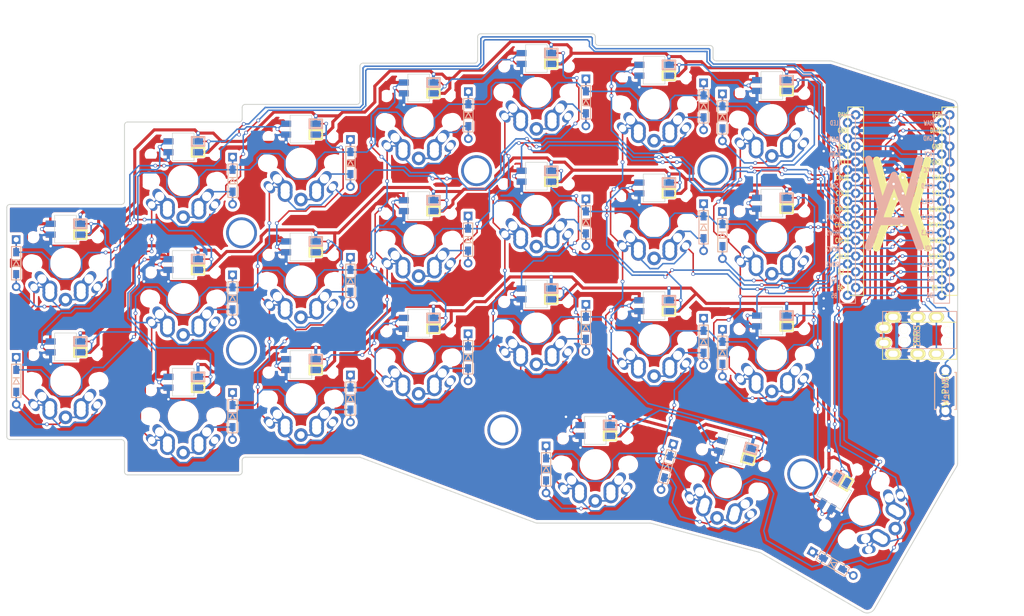
<source format=kicad_pcb>
(kicad_pcb (version 20211014) (generator pcbnew)
  (layers (0 "F.Cu" signal) (31 "B.Cu" signal) (34 "B.Paste" user) (35 "F.Paste" user) (36 "B.SilkS" user "B.Silkscreen") (37 "F.SilkS" user "F.Silkscreen") (38 "B.Mask" user) (39 "F.Mask" user) (44 "Edge.Cuts" user))
  (net 0 "")
  (net 1 "Row 0")
  (net 2 "Net-(D1-Pad2)")
  (net 3 "Row 1")
  (net 4 "Net-(D2-Pad2)")
  (net 5 "Net-(D3-Pad2)")
  (net 6 "Net-(D4-Pad2)")
  (net 7 "Row 2")
  (net 8 "Net-(D5-Pad2)")
  (net 9 "Net-(D6-Pad2)")
  (net 10 "Net-(D7-Pad2)")
  (net 11 "Net-(D8-Pad2)")
  (net 12 "Net-(D9-Pad2)")
  (net 13 "Net-(D10-Pad2)")
  (net 14 "Net-(D11-Pad2)")
  (net 15 "Net-(D12-Pad2)")
  (net 16 "Net-(D13-Pad2)")
  (net 17 "Net-(D14-Pad2)")
  (net 18 "Row 3")
  (net 19 "Net-(D15-Pad2)")
  (net 20 "Net-(D16-Pad2)")
  (net 21 "Net-(D17-Pad2)")
  (net 22 "Net-(D18-Pad2)")
  (net 23 "Net-(D19-Pad2)")
  (net 24 "Net-(D20-Pad2)")
  (net 25 "Net-(D21-Pad2)")
  (net 26 "Net-(D22-Pad2)")
  (net 27 "Net-(D23-Pad2)")
  (net 28 "unconnected-(J1-PadA)")
  (net 29 "Data")
  (net 30 "GND")
  (net 31 "VCC")
  (net 32 "LED")
  (net 33 "unconnected-(L1-Pad1)")
  (net 34 "Net-(L1-Pad3)")
  (net 35 "Net-(L2-Pad3)")
  (net 36 "Net-(L3-Pad1)")
  (net 37 "Net-(L3-Pad3)")
  (net 38 "Net-(L4-Pad1)")
  (net 39 "Net-(L6-Pad3)")
  (net 40 "Net-(L7-Pad3)")
  (net 41 "Net-(L11-Pad1)")
  (net 42 "Net-(L10-Pad3)")
  (net 43 "Net-(L12-Pad1)")
  (net 44 "Net-(L10-Pad1)")
  (net 45 "Net-(L12-Pad3)")
  (net 46 "Net-(L13-Pad3)")
  (net 47 "Net-(L14-Pad3)")
  (net 48 "Net-(L15-Pad3)")
  (net 49 "Net-(L16-Pad1)")
  (net 50 "Net-(L16-Pad3)")
  (net 51 "Net-(L17-Pad1)")
  (net 52 "Net-(L18-Pad1)")
  (net 53 "Net-(L20-Pad3)")
  (net 54 "Net-(L21-Pad3)")
  (net 55 "Net-(L22-Pad3)")
  (net 56 "Reset")
  (net 57 "Col 0")
  (net 58 "Col 1")
  (net 59 "Col 2")
  (net 60 "Col 3")
  (net 61 "Col 4")
  (net 62 "Col 5")
  (net 63 "Col 6")
  (net 64 "unconnected-(U1-Pad5)")
  (net 65 "unconnected-(U1-Pad6)")
  (net 66 "unconnected-(U1-Pad11)")
  (net 67 "unconnected-(U1-Pad12)")
  (net 68 "unconnected-(U1-Pad13)")
  (net 69 "unconnected-(U1-Pad24)")
  (footprint "Actual_keyboard:SK6812MINI_rev" (layer "F.Cu") (at 146.179999 64.900001)
    (fp_text reference "L12" hide)
    (fp_text value "SK6812MINI-kbd" hide)
  )
  (footprint "Actual_keyboard:D3_TH_SMD" (layer "F.Cu") (at 135.130336 94.205497 -90)
    (fp_text reference "D10" hide)
    (fp_text value "1N4148" hide)
  )
  (footprint "Actual_keyboard:SK6812MINI_rev" (layer "F.Cu") (at 184.280001 107.37)
    (fp_text reference "L22" hide)
    (fp_text value "SK6812MINI-kbd" hide)
  )
  (footprint "Actual_keyboard:SK6812MINI_rev" (layer "F.Cu") (at 165.229997 104.899997)
    (fp_text reference "L18" hide)
    (fp_text value "SK6812MINI-kbd" hide)
  )
  (footprint "Actual_keyboard:D3_TH_SMD" (layer "F.Cu") (at 62.01033 117.067499 -90)
    (fp_text reference "D2" hide)
    (fp_text value "1N4148" hide)
  )
  (footprint "Actual_keyboard:SK6812MINI_rev" (layer "F.Cu") (at 127.125002 69.659996)
    (fp_text reference "L9" hide)
    (fp_text value "SK6812MINI-kbd" hide)
  )
  (footprint "Actual_keyboard:D3_TH_SMD" (layer "F.Cu") (at 147.750342 131.395503 -90)
    (fp_text reference "D15" hide)
    (fp_text value "1N4148" hide)
  )
  (footprint "Actual_keyboard:SK6812MINI_rev" (layer "F.Cu") (at 108.080006 76.329927)
    (fp_text reference "L6" hide)
    (fp_text value "SK6812MINI-kbd" hide)
  )
  (footprint "Actual_keyboard:D3_TH_SMD" (layer "F.Cu") (at 135.130336 113.255496 -90)
    (fp_text reference "D11" hide)
    (fp_text value "1N4148" hide)
  )
  (footprint "Actual_keyboard:SK6812MINI_rev" (layer "F.Cu") (at 178.367079 128.238815 -15)
    (fp_text reference "L19" hide)
    (fp_text value "SK6812MINI-kbd" hide)
  )
  (footprint "Actual_keyboard:D3_TH_SMD" (layer "F.Cu") (at 173.240331 92.210335 -90)
    (fp_text reference "D17" hide)
    (fp_text value "1N4148" hide)
  )
  (footprint "Actual_keyboard:D3_TH_SMD" (layer "F.Cu") (at 97.01034 122.769997 -90)
    (fp_text reference "D5" hide)
    (fp_text value "1N4148" hide)
  )
  (footprint "Actual_keyboard:SK6812MINI_rev" (layer "F.Cu") (at 184.280003 69.269998)
    (fp_text reference "L20" hide)
    (fp_text value "SK6812MINI-kbd" hide)
  )
  (footprint "Actual_keyboard:D3_TH_SMD" (layer "F.Cu") (at 62.000332 98.02 -90)
    (fp_text reference "D1" hide)
    (fp_text value "1N4148" hide)
  )
  (footprint "Actual_keyboard:D3_TH_SMD" (layer "F.Cu") (at 154.190339 71.995499 -90)
    (fp_text reference "D12" hide)
    (fp_text value "1N4148" hide)
  )
  (footprint "Actual_keyboard:SK6812MINI_rev" (layer "F.Cu") (at 89.030001 117.289994)
    (fp_text reference "L5" hide)
    (fp_text value "SK6812MINI-kbd" hide)
  )
  (footprint "" (layer "F.Cu") (at 136.499999 83.05)
    (fp_text reference "")
    (fp_text value "")
  )
  (footprint "Actual_keyboard:D3_TH_SMD" (layer "F.Cu") (at 116.090339 100.879994 -90)
    (fp_text reference "D7" hide)
    (fp_text value "1N4148" hide)
  )
  (footprint "Actual_keyboard:D3_TH_SMD" (layer "F.Cu") (at 116.090333 119.929994 -90)
    (fp_text reference "D8" hide)
    (fp_text value "1N4148" hide)
  )
  (footprint "" (layer "F.Cu") (at 98.470337 112.065503)
    (fp_text reference "")
    (fp_text value "")
  )
  (footprint "Actual_keyboard:SK6812MINI_rev" (layer "F.Cu") (at 108.079997 95.379997)
    (fp_text reference "L7" hide)
    (fp_text value "SK6812MINI-kbd" hide)
  )
  (footprint "Actual_keyboard:D3_TH_SMD" (layer "F.Cu") (at 176.290333 74.430501 -90)
    (fp_text reference "D20" hide)
    (fp_text value "1N4148" hide)
  )
  (footprint "Actual_keyboard:SK6812MINI_rev" (layer "F.Cu") (at 69.979998 111.569995)
    (fp_text reference "L2" hide)
    (fp_text value "SK6812MINI-kbd" hide)
  )
  (footprint "Actual_keyboard:SK6812MINI_rev" (layer "F.Cu") (at 89.030004 98.239997)
    (fp_text reference "L4" hide)
    (fp_text value "SK6812MINI-kbd" hide)
  )
  (footprint "Actual_keyboard:D3_TH_SMD" (layer "F.Cu") (at 194.166246 146.659719 -30)
    (fp_text reference "D23" hide)
    (fp_text value "1N4148" hide)
  )
  (footprint "Actual_keyboard:SK6812MINI_rev" (layer "F.Cu") (at 108.079999 114.429996)
    (fp_text reference "L8" hide)
    (fp_text value "SK6812MINI-kbd" hide)
  )
  (footprint "" (layer "F.Cu") (at 174.740336 82.955502)
    (fp_text reference "")
    (fp_text value "")
  )
  (footprint "Actual_keyboard:SK6812MINI_rev" (layer "F.Cu") (at 155.700003 125.089997)
    (fp_text reference "L15" hide)
    (fp_text value "SK6812MINI-kbd" hide)
  )
  (footprint "Actual_keyboard:ResetSW" (layer "F.Cu") (at 212.380338 118.695502 90)
    (fp_text reference "RSW1" hide)
    (fp_text value "SW_PUSH")
  )
  (footprint "Actual_keyboard:D3_TH_SMD" (layer "F.Cu") (at 97.020335 84.675502 -90)
    (fp_text reference "D3" hide)
    (fp_text value "1N4148" hide)
  )
  (footprint "Actual_keyboard:SK6812MINI_rev" (layer "F.Cu") (at 127.124996 107.759997)
    (fp_text reference "L11" hide)
    (fp_text value "SK6812MINI-kbd" hide)
  )
  (footprint "" (layer "F.Cu") (at 98.470336 93.105502)
    (fp_text reference "")
    (fp_text value "")
  )
  (footprint "Actual_keyboard:SK6812MINI_rev" (layer "F.Cu") (at 69.980003 92.519999)
    (fp_text reference "L1" hide)
    (fp_text value "SK6812MINI-kbd" hide)
  )
  (footprint "Actual_keyboard:SK6812MINI_rev" (layer "F.Cu") (at 194.387014 135.271913 60)
    (fp_text reference "L23" hide)
    (fp_text value "SK6812MINI-kbd" hide)
  )
  (footprint "Actual_keyboard:D3_TH_SMD" (layer "F.Cu") (at 135.170339 74.075502 -90)
    (fp_text reference "D9" hide)
    (fp_text value "1N4148" hide)
  )
  (footprint "" (layer "F.Cu") (at 140.750338 125.005501)
    (fp_text reference "")
    (fp_text value "")
  )
  (footprint "Actual_keyboard:D3_TH_SMD" (layer "F.Cu") (at 154.190334 91.430499 -90)
    (fp_text reference "D13" hide)
    (fp_text value "1N4148" hide)
  )
  (footprint "Actual_keyboard:SK6812MINI_rev" (layer "F.Cu") (at 127.125 88.709996)
    (fp_text reference "L10" hide)
    (fp_text value "SK6812MINI-kbd" hide)
  )
  (footprint "Actual_keyboard:D3_TH_SMD" (layer "F.Cu") (at 116.090334 81.819996 -90)
    (fp_text reference "D6" hide)
    (fp_text value "1N4148" hide)
  )
  (footprint "Actual_keyboard:SK6812MINI_rev" (layer "F.Cu") (at 146.180001 102.999996)
    (fp_text reference "L14" hide)
    (fp_text value "SK6812MINI-kbd" hide)
  )
  (footprint "Actual_keyboard:D3_TH_SMD" (layer "F.Cu") (at 97.01034 103.719994 -90)
    (fp_text reference "D4" hide)
    (fp_text value "1N4148" hide)
  )
  (footprint "Actual_keyboard:SK6812MINI_rev" (layer "F.Cu") (at 184.279997 88.319994)
    (fp_text reference "L21" hide)
    (fp_text value "SK6812MINI-kbd" hide)
  )
  (footprint "clipboard:e40a3b3c-aaa1-4c07-a4de-489c28df891f" (layer "F.Cu") (at 208.47 90.76)
    (fp_text reference "")
    (fp_text value "")
  )
  (footprint "Actual_keyboard:D3_TH_SMD" (layer "F.Cu") (at 154.190334 108.489995 -90)
    (fp_text reference "D14" hide)
    (fp_text value "1N4148" hide)
  )
  (footprint "Actual_keyboard:D3_TH_SMD" (layer "F.Cu") (at 176.290331 93.480501 -90)
    (fp_text reference "D21" hide)
    (fp_text value "1N4148" hide)
  )
  (footprint "Actual_keyboard:D3_TH_SMD" (layer "F.Cu") (at 173.240335 72.645499 -90)
    (fp_text reference "D16" hide)
    (fp_text value "1N4148" hide)
  )
  (footprint "" (layer "F.Cu") (at 189.280336 132.125503)
    (fp_text reference "")
    (fp_text value "")
  )
  (footprint "Actual_keyboard:D3_TH_SMD" (layer "F.Cu") (at 173.240338 110.745499 -90)
    (fp_text reference "D18" hide)
    (fp_text value "1N4148" hide)
  )
  (footprint "Actual_keyboard:SK6812MINI_rev" (layer "F.Cu") (at 165.229995 85.849995)
    (fp_text reference "L17" hide)
    (fp_text value "SK6812MINI-kbd" hide)
  )
  (footprint "Actual_keyboard:SK6812MINI_rev" (layer "F.Cu") (at 146.180005 83.950001)
    (fp_text reference "L13" hide)
    (fp_text value "SK6812MINI-kbd" hide)
  )
  (footprint "Actual_keyboard:D3_TH_SMD" (layer "F.Cu") (at 167.339593 130.979634 -105)
    (fp_text reference "D19" hide)
    (fp_text value "1N4148" hide)
  )
  (footprint "Actual_keyboard:ProMicro_v2" (layer "F.Cu") (at 205.42323 88.498587)
    (fp_text reference "U1" hide)
    (fp_text value "ProMicro-kbd" hide)
  )
  (footprint "keeb:MJ-4PP-9" (layer "F.Cu") (at 214.210727 110.580586 -90)
    (fp_text reference "J1")
    (fp_text value "MJ-4PP-9-kbd" hide)
  )
  (footprint "Actual_keyboard:SK6812MINI_rev" (layer "F.Cu") (at 165.229999 66.799996)
    (fp_text reference "L16" hide)
    (fp_text value "SK6812MINI-kbd" hide)
  )
  (footprint "Actual_keyboard:D3_TH_SMD" (layer "F.Cu") (at 176.29033 112.530505 -90)
    (fp_text reference "D22" hide)
    (fp_text value "1N4148" hide)
  )
  (footprint "Actual_keyboard:SK6812MINI_rev" (layer "F.Cu") (at 89.029997 79.189995)
    (fp_text reference "L3" hide)
    (fp_text value "SK6812MINI-kbd" hide)
  )
  (footprint "Actual_keyboard:MX_ALPS_PG1350_noLed" (layer "B.Cu") (at 184.28 112.869996)
    (fp_text reference "SW22" hide)
    (fp_text value "SW_PUSH-kbd" hide)
  )
  (footprint "Actual_keyboard:MX_ALPS_PG1350_noLed" (layer "B.Cu") (at 127.130001 75.159998)
    (fp_text reference "SW9" hide)
    (fp_text value "SW_PUSH-kbd" hide)
  )
  (footprint "Actual_keyboard:MX_ALPS_PG1350_noLed" (layer "B.Cu") (at 108.079995 119.929997)
    (fp_text reference "SW8" hide)
    (fp_text value "SW_PUSH-kbd" hide)
  )
  (footprint "Actual_keyboard:MX_ALPS_PG1350_noLed" (layer "B.Cu") (at 155.7 130.589995)
    (fp_text reference "SW15" hide)
    (fp_text value "SW_PUSH-kbd" hide)
  )
  (footprint "Actual_keyboard:MX_ALPS_PG1350_noLed" (layer "B.Cu") (at 146.18 89.439999)
    (fp_text reference "SW13" hide)
    (fp_text value "SW_PUSH-kbd" hide)
  )
  (footprint "Actual_keyboard:MX_ALPS_PG1350_noLed" (layer "B.Cu") (at 165.229997 91.349996)
    (fp_text reference "SW17" hide)
    (fp_text value "SW_PUSH-kbd" hide)
  )
  (footprint "Actual_keyboard:MX_ALPS_PG1350_noLed" (layer "B.Cu") (at 146.180002 70.39)
    (fp_text reference "SW12" hide)
    (fp_text value "SW_PUSH-kbd" hide)
  )
  (footprint "Actual_keyboard:MX_ALPS_PG1350_noLed" (layer "B.Cu") (at 184.279997 74.769996)
    (fp_text reference "SW20" hide)
    (fp_text value "SW_PUSH-kbd" hide)
  )
  (footprint "Actual_keyboard:MX_ALPS_PG1350_noLed" (layer "B.Cu") (at 146.18 108.49)
    (fp_text reference "SW14" hide)
    (fp_text value "SW_PUSH-kbd" hide)
  )
  (footprint "Actual_keyboard:MX_ALPS_PG1350_noLed" (layer "B.Cu") (at 89.019997 84.679994)
    (fp_text reference "SW3" hide)
    (fp_text value "SW_PUSH-kbd" hide)
  )
  (footprint "Actual_keyboard:MX_ALPS_PG1350_noLed" (layer "B.Cu") (at 184.279999 93.830001)
    (fp_text reference "SW21" hide)
    (fp_text value "SW_PUSH-kbd" hide)
  )
  (footprint "Actual_keyboard:MX_ALPS_PG1350_noLed" (layer "B.Cu") (at 69.979994 98.02)
    (fp_text reference "SW1" hide)
    (fp_text value "SW_PUSH-kbd" hide)
  )
  (footprint "Actual_keyboard:MX_ALPS_PG1350_noLed" (layer "B.Cu") (at 165.229995 110.399998)
    (fp_text reference "SW18" hide)
    (fp_text value "SW_PUSH-kbd" hide)
  )
  (footprint "Actual_keyboard:MX_ALPS_PG1350_noLed" (layer "B.Cu") (at 69.979995 117.069998)
    (fp_text reference "SW2" hide)
    (fp_text value "SW_PUSH-kbd" hide)
  )
  (footprint "Actual_keyboard:MX_ALPS_PG1350_noLed" (layer "B.Cu") (at 108.07 81.819996)
    (fp_text reference "SW6" hide)
    (fp_text value "SW_PUSH-kbd" hide)
  )
  (footprint "Actual_keyboard:MX_ALPS_PG1350_noLed" (layer "B.Cu") (at 127.13 94.209999)
    (fp_text reference "SW10" hide)
    (fp_text value "SW_PUSH-kbd" hide)
  )
  (footprint "Actual_keyboard:MX_ALPS_PG1350_noLed" (layer "B.Cu") (at 199.152501 138.023267 60)
    (fp_text reference "SW23" hide)
    (fp_text value "SW_PUSH-kbd" hide)
  )
  (footprint "Actual_keyboard:MX_ALPS_PG1350_noLed" (layer "B.Cu") (at 89.019995 122.779997)
    (fp_text reference "SW5" hide)
    (fp_text value "SW_PUSH-kbd" hide)
  )
  (footprint "Actual_keyboard:MX_ALPS_PG1350_noLed" (layer "B.Cu") (at 127.129997 113.259996)
    (fp_text reference "SW11" hide)
    (fp_text value "SW_PUSH-kbd" hide)
  )
  (footprint "Actual_keyboard:MX_ALPS_PG1350_noLed" (layer "B.Cu") (at 165.229997 72.299998)
    (fp_text reference "SW16" hide)
    (fp_text value "SW_PUSH-kbd" hide)
  )
  (footprint "Actual_keyboard:MX_ALPS_PG1350_noLed" (layer "B.Cu") (at 108.080002 100.879998)
    (fp_text reference "SW7" hide)
    (fp_text value "SW_PUSH-kbd" hide)
  )
  (footprint "Actual_keyboard:MX_ALPS_PG1350_noLed" (layer "B.Cu") (at 89.020003 103.729994)
    (fp_text reference "SW4" hide)
    (fp_text value "SW_PUSH-kbd" hide)
  )
  (footprint "Actual_keyboard:MX_ALPS_PG1350_noLed" (layer "B.Cu") (at 176.943173 133.552911 -15)
    (fp_text reference "SW19" hide)
    (fp_text value "SW_PUSH-kbd" hide)
  )
  (gr_arc (start 175.275003 65.274998) (mid 174.92145 65.12855) (end 174.774999 64.774998) (layer "Edge.Cuts") (width 0.15))
  (gr_arc (start 98.575002 74.6775) (mid 98.428555 75.031052) (end 98.075003 75.177498) (layer "Edge.Cuts") (width 0.15))
  (gr_poly (pts (xy 144.430003 62.649999) (xy 147.929996 62.649998) (xy 147.930002 67.149999) (xy 144.429999 67.150002)) (layer "Edge.Cuts") (width 0.1) (fill none))
  (gr_line (start 213.29 132.45) (end 214.18 130.96) (layer "Edge.Cuts") (width 0.15))
  (gr_poly (pts (xy 125.375002 86.459999) (xy 128.875004 86.459999) (xy 128.874999 90.96) (xy 125.375002 90.959998)) (layer "Edge.Cuts") (width 0.1) (fill none))
  (gr_line (start 156.225001 62.794997) (end 174.275003 62.794998) (layer "Edge.Cuts") (width 0.15))
  (gr_line (start 117.624994 71.824999) (end 117.625 66.154997) (layer "Edge.Cuts") (width 0.15))
  (gr_poly (pts (xy 68.230002 109.319998) (xy 71.730004 109.319997) (xy 71.729997 113.819998) (xy 68.230001 113.819996)) (layer "Edge.Cuts") (width 0.1) (fill none))
  (gr_arc (start 156.225001 62.794997) (mid 155.871447 62.648551) (end 155.725001 62.294996) (layer "Edge.Cuts") (width 0.15))
  (gr_line (start 137.174997 60.894997) (end 155.225001 60.894995) (layer "Edge.Cuts") (width 0.15))
  (gr_arc (start 214.35005 130.4) (mid 214.304879 130.692102) (end 214.18 130.96) (layer "Edge.Cuts") (width 0.15))
  (gr_line (start 198.947182 154.389339) (end 182.61 144.96) (layer "Edge.Cuts") (width 0.15))
  (gr_line (start 60.475 126.067497) (end 60.475001 89.017493) (layer "Edge.Cuts") (width 0.15))
  (gr_arc (start 98.574995 129.927499) (mid 98.721444 129.573943) (end 99.075002 129.427499) (layer "Edge.Cuts") (width 0.15))
  (gr_poly (pts (xy 163.48 64.549998) (xy 166.980002 64.549998) (xy 166.980002 69.049997) (xy 163.48 69.050001)) (layer "Edge.Cuts") (width 0.1) (fill none))
  (gr_arc (start 60.975001 126.567497) (mid 60.621447 126.421051) (end 60.475 126.067497) (layer "Edge.Cuts") (width 0.15))
  (gr_arc (start 80.025001 132.277498) (mid 79.671447 132.131054) (end 79.525001 131.7775) (layer "Edge.Cuts") (width 0.15))
  (gr_arc (start 79.025002 126.567496) (mid 79.378555 126.713943) (end 79.525002 127.067496) (layer "Edge.Cuts") (width 0.15))
  (gr_line (start 164.56 140.09) (end 146.37 140.09) (layer "Edge.Cuts") (width 0.15))
  (gr_line (start 60.975003 88.517494) (end 79.025002 88.517496) (layer "Edge.Cuts") (width 0.15))
  (gr_arc (start 146.37 140.09) (mid 146.157508 140.067127) (end 145.954708 139.999688) (layer "Edge.Cuts") (width 0.15))
  (gr_poly (pts (xy 68.23 90.269997) (xy 71.730003 90.269998) (xy 71.730003 94.77) (xy 68.230006 94.770001)) (layer "Edge.Cuts") (width 0.1) (fill none))
  (gr_arc (start 79.525004 88.017497) (mid 79.378558 88.371052) (end 79.025002 88.517496) (layer "Edge.Cuts") (width 0.15))
  (gr_arc (start 136.674995 61.394997) (mid 136.821444 61.041444) (end 137.174997 60.894997) (layer "Edge.Cuts") (width 0.15))
  (gr_poly (pts (xy 106.330003 74.079927) (xy 109.830001 74.079927) (xy 109.830002 78.57993) (xy 106.330001 78.579928)) (layer "Edge.Cuts") (width 0.1) (fill none))
  (gr_arc (start 155.225001 60.894995) (mid 155.578556 61.041442) (end 155.725003 61.394997) (layer "Edge.Cuts") (width 0.15))
  (gr_poly (pts (xy 87.279995 76.939995) (xy 90.78 76.939997) (xy 90.78 81.439998) (xy 87.279998 81.439999)) (layer "Edge.Cuts") (width 0.1) (fill none))
  (gr_arc (start 182.23 144.8) (mid 182.427879 144.861287) (end 182.61 144.96) (layer "Edge.Cuts") (width 0.15))
  (gr_arc (start 200.875194 154.009848) (mid 199.99 154.6) (end 198.947182 154.389339) (layer "Edge.Cuts") (width 0.15))
  (gr_line (start 145.954708 139.999688) (end 117.624999 129.427502) (layer "Edge.Cuts") (width 0.15))
  (gr_line (start 175.275003 65.274998) (end 193.67 65.27995) (layer "Edge.Cuts") (width 0.15))
  (gr_arc (start 193.67 65.27995) (mid 193.857892 65.292158) (end 194.04 65.34) (layer "Edge.Cuts") (width 0.15))
  (gr_line (start 174.774997 63.294999) (end 174.774999 64.774998) (layer "Edge.Cuts") (width 0.15))
  (gr_line (start 99.074999 72.324998) (end 117.124998 72.324999) (layer "Edge.Cuts") (width 0.15))
  (gr_poly (pts (xy 125.375005 67.409995) (xy 128.874995 67.409994) (xy 128.874996 71.91) (xy 125.375004 71.909998)) (layer "Edge.Cuts") (width 0.1) (fill none))
  (gr_arc (start 136.675003 65.154998) (mid 136.528558 65.508553) (end 136.175004 65.655) (layer "Edge.Cuts") (width 0.15))
  (gr_poly (pts (xy 144.430004 81.700001) (xy 147.929999 81.699999) (xy 147.930002 86.199998) (xy 144.430001 86.199997)) (layer "Edge.Cuts") (width 0.1) (fill none))
  (gr_poly (pts (xy 182.530001 105.12) (xy 186.030001 105.119999) (xy 186.029997 109.619995) (xy 182.530001 109.620001)) (layer "Edge.Cuts") (width 0.1) (fill none))
  (gr_poly (pts (xy 163.480004 102.649998) (xy 166.979998 102.649994) (xy 166.980006 107.149996) (xy 163.479999 107.149995)) (layer "Edge.Cuts") (width 0.1) (fill none))
  (gr_line (start 194.04 65.34) (end 213.6 71.63) (layer "Edge.Cuts") (width 0.15))
  (gr_poly (pts (xy 191.56346 135.662458) (xy 193.31346 132.631369) (xy 197.210575 134.881371) (xy 195.460572 137.912457)) (layer "Edge.Cuts") (width 0.1) (fill none))
  (gr_arc (start 117.625 66.154997) (mid 117.771447 65.801444) (end 118.125002 65.654999) (layer "Edge.Cuts") (width 0.15))
  (gr_line (start 80.025001 132.277498) (end 98.074999 132.277499) (layer "Edge.Cuts") (width 0.15))
  (gr_arc (start 117.624994 71.824999) (mid 117.478548 72.17855) (end 117.124998 72.324999) (layer "Edge.Cuts") (width 0.15))
  (gr_arc (start 79.524998 75.677496) (mid 79.671444 75.323941) (end 80.025 75.177498) (layer "Edge.Cuts") (width 0.15))
  (gr_poly (pts (xy 87.279999 115.039994) (xy 90.780003 115.039999) (xy 90.780001 119.539998) (xy 87.280002 119.539997)) (layer "Edge.Cuts") (width 0.1) (fill none))
  (gr_poly (pts (xy 106.330006 93.129927) (xy 109.830003 93.129926) (xy 109.829998 97.629926) (xy 106.330001 97.629925)) (layer "Edge.Cuts") (width 0.1) (fill none))
  (gr_arc (start 213.6 71.63) (mid 214.140301 71.980869) (end 214.35005 72.59) (layer "Edge.Cuts") (width 0.15))
  (gr_poly (pts (xy 163.479998 83.599997) (xy 166.98 83.599998) (xy 166.980001 88.099995) (xy 163.48 88.099998)) (layer "Edge.Cuts") (width 0.1) (fill none))
  (gr_line (start 99.075002 129.427499) (end 117.624999 129.427502) (layer "Edge.Cuts") (width 0.15))
  (gr_arc (start 60.475001 89.017493) (mid 60.62145 88.663941) (end 60.975003 88.517494) (layer "Edge.Cuts") (width 0.15))
  (gr_line (start 98.574999 131.777497) (end 98.574995 129.927499) (layer "Edge.Cuts") (width 0.15))
  (gr_line (start 60.975001 126.567497) (end 79.025002 126.567496) (layer "Edge.Cuts") (width 0.15))
  (gr_poly (pts (xy 182.529999 67.019998) (xy 186.029997 67.019998) (xy 186.030002 71.519999) (xy 182.529999 71.52)) (layer "Edge.Cuts") (width 0.1) (fill none))
  (gr_poly (pts (xy 153.950001 122.839999) (xy 157.449996 122.839997) (xy 157.450002 127.339999) (xy 153.949996 127.34)) (layer "Edge.Cuts") (width 0.1) (fill none))
  (gr_line (start 79.525002 127.067496) (end 79.525001 131.7775) (layer "Edge.Cuts") (width 0.15))
  (gr_poly (pts (xy 87.279999 95.989997) (xy 90.779998 95.989996) (xy 90.780002 100.489997) (xy 87.280003 100.489996)) (layer "Edge.Cuts") (width 0.1) (fill none))
  (gr_arc (start 174.275003 62.794998) (mid 174.628552 62.941448) (end 174.774997 63.294999) (layer "Edge.Cuts") (width 0.15))
  (gr_line (start 98.575002 74.6775) (end 98.574999 72.824997) (layer "Edge.Cuts") (width 0.15))
  (gr_poly (pts (xy 106.329999 112.179926) (xy 109.830002 112.179924) (xy 109.830006 116.679928) (xy 106.330003 116.679926)) (layer "Edge.Cuts") (width 0.1) (fill none))
  (gr_line (start 182.23 144.8) (end 164.85 140.14) (layer "Edge.Cuts") (width 0.15))
  (gr_line (start 136.675003 65.154998) (end 136.674995 61.394997) (layer "Edge.Cuts") (width 0.15))
  (gr_line (start 118.125002 65.654999) (end 136.175004 65.655) (layer "Edge.Cuts") (width 0.15))
  (gr_line (start 79.525004 88.017497) (end 79.524998 75.677496) (layer "Edge.Cuts") (width 0.15))
  (gr_poly (pts (xy 125.374996 105.509998) (xy 128.875003 105.509994) (xy 128.875004 110.009997) (xy 125.374997 110.009994)) (layer "Edge.Cuts") (width 0.1) (fill none))
  (gr_arc (start 164.56 140.09) (mid 164.706865 140.104184) (end 164.85 140.14) (layer "Edge.Cuts") (width 0.15))
  (gr_line (start 200.875194 154.009848) (end 213.227931 132.553383) (layer "Edge.Cuts") (width 0.15))
  (gr_poly (pts (xy 177.259056 125.612549) (xy 180.639792 126.518417) (xy 179.475109 130.865082) (xy 176.094371 129.959216)) (layer "Edge.Cuts") (width 0.1) (fill none))
  (gr_line (start 155.725003 61.394997) (end 155.725001 62.294996) (layer "Edge.Cuts") (width 0.15))
  (gr_poly (pts (xy 182.530001 86.069999) (xy 186.03 86.07) (xy 186.029998 90.569997) (xy 182.530001 90.570001)) (layer "Edge.Cuts") (width 0.1) (fill none))
  (gr_poly (pts (xy 144.429998 100.750002) (xy 147.930004 100.749998) (xy 147.930003 105.249999) (xy 144.430002 105.249998)) (layer "Edge.Cuts") (width 0.1) (fill none))
  (gr_line (start 80.025 75.177498) (end 98.075003 75.177498) (layer "Edge.Cuts") (width 0.15))
  (gr_line (start 214.35005 130.4) (end 214.35005 72.59) (layer "Edge.Cuts") (width 0.15))
  (gr_arc (start 98.574999 131.777497) (mid 98.428553 132.131052) (end 98.074999 132.277499) (layer "Edge.Cuts") (width 0.15))
  (gr_arc (start 98.574999 72.824997) (mid 98.721447 72.471446) (end 99.074999 72.324998) (layer "Edge.Cuts") (width 0.15))
  (segment (start 192.19 83.07) (end 191.89 82.77) (width 0.25) (layer "F.Cu") (net 1))
  (segment (start 173.240337 68.835501) (end 173.240338 70.870499) (width 0.25) (layer "F.Cu") (net 1))
  (segment (start 203.920335 90.240335) (end 204.900337 89.260334) (width 0.25) (layer "F.Cu") (net 1))
  (segment (start 62.000338 94.210001) (end 62.000334 96.245) (width 0.25) (layer "F.Cu") (net 1))
  (segment (start 77.490334 96.2955) (end 78.079472 95.706366) (width 0.25) (layer "F.Cu") (net 1))
  (segment (start 191.89 74.73) (end 190.4 73.24) (width 0.25) (layer "F.Cu") (net 1))
  (segment (start 176.290337 70.620499) (end 176.290335 72.655501) (width 0.25) (layer "F.Cu") (net 1))
  (segment (start 204.900337 89.260334) (end 205.330337 89.260335) (width 0.25) (layer "F.Cu") (net 1))
  (segment (start 97.020339 80.865501) (end 97.020333 82.900499) (width 0.25) (layer "F.Cu") (net 1))
  (segment (start 154.190334 68.185498) (end 154.190335 70.2205) (width 0.25) (layer "F.Cu") (net 1))
  (segment (start 135.17034 70.2655) (end 135.170339 72.300501) (width 0.25) (layer "F.Cu") (net 1))
  (segment (start 191.89 82.77) (end 191.89 74.73) (width 0.25) (layer "F.Cu") (net 1))
  (segment (start 76.480202 96.295501) (end 77.490334 96.2955) (width 0.25) (layer "F.Cu") (net 1))
  (segment (start 116.090336 78.009994) (end 116.090334 80.044995) (width 0.25) (layer "F.Cu") (net 1))
  (via (at 205.330337 89.260335) (size 0.6) (drill 0.4) (layers "F.Cu" "B.Cu") (net 1))
  (via (at 78.079472 95.706366) (size 0.6) (drill 0.4) (layers "F.Cu" "B.Cu") (net 1))
  (via (at 192.19 83.07) (size 0.6) (drill 0.4) (layers "F.Cu" "B.Cu") (net 1))
  (via (at 190.4 73.24) (size 0.6) (drill 0.4) (layers "F.Cu" "B.Cu") (net 1))
  (via (at 76.480202 96.295501) (size 0.6) (drill 0.4) (layers "F.Cu" "B.Cu") (net 1))
  (via (at 203.920335 90.240335) (size 0.6) (drill 0.4) (layers "F.Cu" "B.Cu") (net 1))
  (segment (start 183.14 77.37) (end 185.39 77.37) (width 0.25) (layer "B.Cu") (net 1))
  (segment (start 149.690335 68.795501) (end 152.765341 68.795501) (width 0.25) (layer "B.Cu") (net 1))
  (segment (start 106.990335 84.395502) (end 109.190336 84.3955) (width 0.25) (layer "B.Cu") (net 1))
  (segment (start 67.390332 97.4955) (end 67.390333 99.095499) (width 0.25) (layer "B.Cu") (net 1))
  (segment (start 192.19 83.526807) (end 192.834511 84.171318) (width 0.25) (layer "B.Cu") (net 1))
  (segment (start 86.390339 85.8955) (end 87.790332 87.295503) (width 0.25) (layer "B.Cu") (net 1))
  (segment (start 138.890334 71.395498) (end 138.890336 69.495503) (width 0.25) (layer "B.Cu") (net 1))
  (segment (start 131.985337 72.300501) (end 135.170339 72.300501) (width 0.25) (layer "B.Cu") (net 1))
  (segment (start 192.834511 85.934511) (end 194.33 87.43) (width 0.25) (layer "B.Cu") (net 1))
  (segment (start 62.000334 96.245) (end 66.139835 96.244999) (width 0.25) (layer "B.Cu") (net 1))
  (segment (start 81.690336 92.095499) (end 81.690335 83.995499) (width 0.25) (layer "B.Cu") (net 1))
  (segment (start 129.690334 74.5955) (end 131.985337 72.300501) (width 0.25) (layer "B.Cu") (net 1))
  (segment (start 166.490337 74.895501) (end 167.890339 73.495501) (width 0.25) (layer "B.Cu") (net 1))
  (segment (start 181.37 73.85) (end 181.56 74.04) (width 0.25) (layer "B.Cu") (net 1))
  (segment (start 173.240337 68.835501) (end 173.240338 70.870499) (width 0.25) (layer "B.Cu") (net 1))
  (segment (start 168.615337 70.870501) (end 173.240338 70.870499) (width 0.25) (layer "B.Cu") (net 1))
  (segment (start 173.665335 70.870499) (end 175.450338 72.6555) (width 0.25) (layer "B.Cu") (net 1))
  (segment (start 116.090336 78.009994) (end 116.090334 80.044995) (width 0.25) (layer "B.Cu") (net 1))
  (segment (start 110.690332 82.8955) (end 110.690337 81.295501) (width 0.25) (layer "B.Cu") (net 1))
  (segment (start 186.97 74.02) (end 188.33 72.66) (width 0.25) (layer "B.Cu") (net 1))
  (segment (start 105.490337 82.895499) (end 106.990335 84.395502) (width 0.25) (layer "B.Cu") (net 1))
  (segment (start 162.590335 71.6955) (end 162.590337 73.3955) (width 0.25) (layer "B.Cu") (net 1))
  (segment (start 176.290333 72.655501) (end 180.175501 72.655501) (width 0.25) (layer "B.Cu") (net 1))
  (segment (start 154.190335 70.2205) (end 161.115329 70.220497) (width 0.25) (layer "B.Cu") (net 1))
  (segment (start 188.33 72.66) (end 189.26 72.66) (width 0.25) (layer "B.Cu") (net 1))
  (segment (start 128.090336 77.795501) (end 129.690336 76.1955) (width 0.25) (layer "B.Cu") (net 1))
  (segment (start 72.590339 97.395501) (end 73.690332 96.295502) (width 0.25) (layer "B.Cu") (net 1))
  (segment (start 205.330337 89.260335) (end 205.330589 89.260589) (width 0.25) (layer "B.Cu") (net 1))
  (segment (start 192.834511 84.171318) (end 192.834511 85.934511) (width 0.25) (layer "B.Cu") (net 1))
  (segment (start 186.97 75.79) (end 186.97 74.02) (width 0.25) (layer "B.Cu") (net 1))
  (segment (start 111.940844 80.044993) (end 116.090334 80.044995) (width 0.25) (layer "B.Cu") (net 1))
  (segment (start 92.785332 82.9005) (end 97.020333 82.900499) (width 0.25) (layer "B.Cu") (net 1))
  (segment (start 99.785335 82.900502) (end 100.990334 81.695501) (width 0.25) (layer "B.Cu") (net 1))
  (segment (start 110.690337 81.295501) (end 111.940844 80.044993) (width 0.25) (layer "B.Cu") (net 1))
  (segment (start 118.740844 80.044996) (end 120.090335 78.695503) (width 0.25) (layer "B.Cu") (net 1))
  (segment (start 167.890339 73.495501) (end 167.890338 71.5955) (width 0.25) (layer "B.Cu") (net 1))
  (segment (start 167.890338 71.5955) (end 168.615337 70.870501) (width 0.25) (layer "B.Cu") (net 1))
  (segment (start 181.56 75.3) (end 181.56 75.79) (width 0.25) (layer "B.Cu") (net 1))
  (segment (start 189.82 72.66) (end 190.4 73.24) (width 0.25) (layer "B.Cu") (net 1))
  (segment (start 195.000587 90.530587) (end 196.53323 90.530587) (width 0.25) (layer "B.Cu") (net 1))
  (segment (start 120.090335 78.695503) (end 120.090337 74.395501) (width 0.25) (layer "B.Cu") (net 1))
  (segment (start 180.175501 72.655501) (end 181.37 73.85) (width 0.25) (layer "B.Cu") (net 1))
  (segment (start 68.890338 100.5955) (end 71.090335 100.5955) (width 0.25) (layer "B.Cu") (net 1))
  (segment (start 116.090334 80.044995) (end 118.740844 80.044996) (width 0.25) (layer "B.Cu") (net 1))
  (segment (start 203.920335 90.240335) (end 203.630081 90.53059) (width 0.25) (layer "B.Cu") (net 1))
  (segment (start 104.490337 80.295498) (end 105.490336 81.295501) (width 0.25) (layer "B.Cu") (net 1))
  (segment (start 203.630081 90.53059) (end 196.533234 90.530588) (width 0.25) (layer "B.Cu") (net 1))
  (segment (start 135.170339 72.300501) (end 137.985336 72.300499) (width 0.25) (layer "B.Cu") (net 1))
  (segment (start 161.115329 70.220497) (end 162.590335 71.6955) (width 0.25) (layer "B.Cu") (net 1))
  (segment (start 81.690335 83.995499) (end 82.294535 83.391299) (width 0.25) (layer "B.Cu") (net 1))
  (segment (start 148.690334 69.7955) (end 149.690335 68.795501) (width 0.25) (layer "B.Cu") (net 1))
  (segment (start 143.590338 71.495502) (end 145.090338 72.995498) (width 0.25) (layer "B.Cu") (net 1))
  (segment (start 142.590336 68.795501) (end 143.590339 69.795502) (width 0.25) (layer "B.Cu") (net 1))
  (segment (start 135.17034 70.2655) (end 135.170339 72.300501) (width 0.25) (layer "B.Cu") (net 1))
  (segment (start 91.590335 84.095502) (end 92.785332 82.9005) (width 0.25) (layer "B.Cu") (net 1))
  (segment (start 71.090335 100.5955) (end 72.590337 99.095501) (width 0.25) (layer "B.Cu") (net 1))
  (segment (start 97.020339 80.865501) (end 97.020333 82.900499) (width 0.25) (layer "B.Cu") (net 1))
  (segment (start 82.294535 83.391299) (end 85.786136 83.3913) (width 0.25) (layer "B.Cu") (net 1))
  (segment (start 164.090334 74.895498) (end 166.490337 74.895501) (width 0.25) (layer "B.Cu") (net 1))
  (segment (start 86.390336 83.995498) (end 86.390339 85.8955) (width 0.25) (layer "B.Cu") (net 1))
  (segment (start 105.490336 81.295501) (end 105.490337 82.895499) (width 0.25) (layer "B.Cu") (net 1))
  (segment (start 137.985336 72.300499) (end 138.890334 71.395498) (width 0.25) (layer "B.Cu") (net 1))
  (segment (start 181.56 74.04) (end 181.56 75.3) (width 0.25) (layer "B.Cu") (net 1))
  (segment (start 154.190334 68.185498) (end 154.190335 70.2205) (width 0.25) (layer "B.Cu") (net 1))
  (segment (start 87.790332 87.295503) (end 90.090333 87.295501) (width 0.25) (layer "B.Cu") (net 1))
  (segment (start 120.090337 74.395501) (end 120.890338 73.5955) (width 0.25) (layer "B.Cu") (net 1))
  (segment (start 148.690333 71.595499) (end 148.690334 69.7955) (width 0.25) (layer "B.Cu") (net 1))
  (segment (start 100.990338 80.9955) (end 101.690337 80.295502) (width 0.25) (layer "B.Cu") (net 1))
  (segment (start 145.090338 72.995498) (end 147.290333 72.995499) (width 0.25) (layer "B.Cu") (net 1))
  (segment (start 162.590337 73.3955) (end 164.090334 74.895498) (width 0.25) (layer "B.Cu") (net 1))
  (segment (start 85.786136 83.3913) (end 86.390336 83.995498) (width 0.25) (layer "B.Cu") (net 1))
  (segment (start 123.590336 73.595501) (end 124.490337 74.4955) (width 0.25) (layer "B.Cu") (net 1))
  (segment (start 126.090336 77.795501) (end 128.090336 77.795501) (width 0.25) (layer "B.Cu") (net 1))
  (segment (start 91.590338 85.795498) (end 91.590335 84.095502) (width 0.25) (layer "B.Cu") (net 1))
  (segment (start 175.450338 72.6555) (end 176.290335 72.655501) (width 0.25) (layer "B.Cu") (net 1))
  (segment (start 185.39 77.37) (end 186.97 75.79) (width 0.25) (layer "B.Cu") (net 1))
  (segment (start 192.19 83.07) (end 192.19 83.526807) (width 0.25) (layer "B.Cu") (net 1))
  (segment (start 173.240338 70.870499) (end 173.665335 70.870499) (width 0.25) (layer "B.Cu") (net 1))
  (segment (start 143.590339 69.795502) (end 143.590338 71.495502) (width 0.25) (layer "B.Cu") (net 1))
  (segment (start 129.690336 76.1955) (end 129.690334 74.5955) (width 0.25) (layer "B.Cu") (net 1))
  (segment (start 194.33 89.86) (end 195.000587 90.530587) (width 0.25) (layer "B.Cu") (net 1))
  (segment (start 152.765341 68.795501) (end 154.190335 70.2205) (width 0.25) (layer "B.Cu") (net 1))
  (segment (start 73.690332 96.295502) (end 76.480202 96.295501) (width 0.25) (layer "B.Cu") (net 1))
  (segment (start 78.079472 95.706366) (end 81.690336 92.095499) (width 0.25) (layer "B.Cu") (net 1))
  (segment (start 62.000334 96.245) (end 62.000338 94.210001) (width 0.25) (layer "B.Cu") (net 1))
  (segment (start 100.990334 81.695501) (end 100.990338 80.9955) (width 0.25) (layer "B.Cu") (net 1))
  (segment (start 183.03 77.26) (end 183.14 77.37) (width 0.25) (layer "B.Cu") (net 1))
  (segment (start 90.090333 87.295501) (end 91.590338 85.795498) (width 0.25) (layer "B.Cu") (net 1))
  (segment (start 176.290337 70.620499) (end 176.290335 72.655501) (width 0.25) (layer "B.Cu") (net 1))
  (segment (start 67.390333 99.095499) (end 68.890338 100.5955) (width 0.25) (layer "B.Cu") (net 1))
  (segment (start 139.590334 68.795501) (end 142.590336 68.795501) (width 0.25) (layer "B.Cu") (net 1))
  (segment (start 205.330589 89.260589) (end 213.079632 89.260591) (width 0.25) (layer "B.Cu") (net 1))
  (segment (start 66.139835 96.244999) (end 67.390332 97.4955) (width 0.25) (layer "B.Cu") (net 1))
  (segment (start 138.890336 69.495503) (end 139.590334 68.795501) (width 0.25) (layer "B.Cu") (net 1))
  (segment (start 101.690337 80.295502) (end 104.490337 80.295498) (width 0.25) (layer "B.Cu") (net 1))
  (segment (start 109.190336 84.3955) (end 110.690332 82.8955) (width 0.25) (layer "B.Cu") (net 1))
  (segment (start 147.290333 72.995499) (end 148.690333 71.595499) (width 0.25) (layer "B.Cu") (net 1))
  (segment (start 72.590337 99.095501) (end 72.590339 97.395501) (width 0.25) (layer "B.Cu") (net 1))
  (segment (start 97.020333 82.900499) (end 99.785335 82.900502) (width 0.25) (layer "B.Cu") (net 1))
  (segment (start 189.26 72.66) (end 189.82 72.66) (width 0.25) (layer "B.Cu") (net 1))
  (segment (start 181.56 75.79) (end 183.03 77.26) (width 0.25) (layer "B.Cu") (net 1))
  (segment (start 124.490337 74.4955) (end 124.490334 76.195502) (width 0.25) (layer "B.Cu") (net 1))
  (segment (start 120.890338 73.5955) (end 123.590336 73.595501) (width 0.25) (layer "B.Cu") (net 1))
  (segment (start 194.33 87.43) (end 194.33 89.86) (width 0.25) (layer "B.Cu") (net 1))
  (segment (start 124.490334 76.195502) (end 126.090336 77.795501) (width 0.25) (layer "B.Cu") (net 1))
  (segment (start 68.8545 105.0455) (end 69.979996 103.920001) (width 0.25) (layer "F.Cu") (net 2))
  (segment (start 66.565337 105.045498) (end 68.8545 105.0455) (width 0.25) (layer "F.Cu") (net 2))
  (segment (start 62.000332 99.795001) (end 62.000338 101.829999) (width 0.25) (layer "F.Cu") (net 2))
  (via (at 66.565337 105.045498) (size 0.6) (drill 0.4) (layers "F.Cu" "B.Cu") (net 2))
  (segment (start 65.215835 105.045499) (end 65.865333 105.0455) (width 0.25) (layer "B.Cu") (net 2))
  (segment (start 71.699997 103.920003) (end 72.519998 103.100001) (width 0.25) (layer "B.Cu") (net 2))
  (segment (start 65.865333 105.0455) (end 66.565337 105.045498) (width 0.25) (layer "B.Cu") (net 2))
  (segment (start 69.979996 103.920003) (end 71.699997 103.920003) (width 0.25) (layer "B.Cu") (net 2))
  (segment (start 62.000338 101.829999) (end 62.000332 99.795001) (width 0.25) (layer "B.Cu") (net 2))
  (segment (start 62.000338 101.829999) (end 65.215835 105.045499) (width 0.25) (layer "B.Cu") (net 2))
  (segment (start 154.190337 87.620497) (end 154.190337 89.655498) (width 0.25) (layer "F.Cu") (net 3))
  (segment (start 97.010335 99.909996) (end 97.01034 101.944993) (width 0.25) (layer "F.Cu") (net 3))
  (segment (start 81.044405 109.941299) (end 81.314403 109.671298) (width 0.25) (layer "F.Cu") (net 3))
  (segment (start 173.240339 88.400336) (end 173.240338 90.435335) (width 0.25) (layer "F.Cu") (net 3))
  (segment (start 176.290333 89.6705) (end 176.290334 91.7055) (width 0.25) (layer "F.Cu") (net 3))
  (segment (start 205.260338 91.800331) (end 204.800338 91.800336) (width 0.25) (layer "F.Cu") (net 3))
  (segment (start 204.800338 91.800336) (end 203.810338 92.790334) (width 0.25) (layer "F.Cu") (net 3))
  (segment (start 135.130336 92.430499) (end 135.130336 90.395499) (width 0.25) (layer "F.Cu") (net 3))
  (segment (start 81.314403 109.671298) (end 81.314406 106.1213) (width 0.25) (layer "F.Cu") (net 3))
  (segment (start 116.090339 97.069994) (end 116.090339 99.104994) (width 0.25) (layer "F.Cu") (net 3))
  (segment (start 190.555836 92.19) (end 191.804836 92.19) (width 0.25) (layer "F.Cu") (net 3))
  (segment (start 62.010334 113.257501) (end 62.01033 115.292499) (width 0.25) (layer "F.Cu") (net 3))
  (via (at 203.810338 92.790334) (size 0.6) (drill 0.4) (layers "F.Cu" "B.Cu") (net 3))
  (via (at 81.314406 106.1213) (size 0.6) (drill 0.4) (layers "F.Cu" "B.Cu") (net 3))
  (via (at 205.260338 91.800331) (size 0.6) (drill 0.4) (layers "F.Cu" "B.Cu") (net 3))
  (via (at 191.804836 92.19) (size 0.6) (drill 0.4) (layers "F.Cu" "B.Cu") (net 3))
  (via (at 190.555836 92.19) (size 0.6) (drill 0.4) (layers "F.Cu" "B.Cu") (net 3))
  (via (at 81.044405 109.941299) (size 0.6) (drill 0.4) (layers "F.Cu" "B.Cu") (net 3))
  (segment (start 110.690337 100.295501) (end 111.880844 99.104994) (width 0.25) (layer "B.Cu") (net 3))
  (segment (start 71.190332 119.595501) (end 68.790332 119.595501) (width 0.25) (layer "B.Cu") (net 3))
  (segment (start 191.804836 92.19) (end 193.36 92.19) (width 0.25) (layer "B.Cu") (net 3))
  (segment (start 183.12 96.34) (end 181.66 94.88) (width 0.25) (layer "B.Cu") (net 3))
  (segment (start 124.490334 93.7955) (end 124.490338 95.295499) (width 0.25) (layer "B.Cu") (net 3))
  (segment (start 168.565332 89.920499) (end 171.560499 89.9205) (width 0.25) (layer "B.Cu") (net 3))
  (segment (start 86.390334 103.495501) (end 86.390337 104.895502) (width 0.25) (layer "B.Cu") (net 3))
  (segment (start 128.190337 96.8955) (end 129.790335 95.295502) (width 0.25) (layer "B.Cu") (net 3))
  (segment (start 81.044405 109.941433) (end 76.090335 114.895502) (width 0.25) (layer "B.Cu") (net 3))
  (segment (start 90.190337 106.3955) (end 91.690335 104.8955) (width 0.25) (layer "B.Cu") (net 3))
  (segment (start 101.790338 99.195497) (end 104.290339 99.195503) (width 0.25) (layer "B.Cu") (net 3))
  (segment (start 142.290338 87.895503) (end 143.590335 89.195501) (width 0.25) (layer "B.Cu") (net 3))
  (segment (start 104.290339 99.195503) (end 105.390336 100.295499) (width 0.25) (layer "B.Cu") (net 3))
  (segment (start 154.050331 89.655495) (end 154.190337 89.655498) (width 0.25) (layer "B.Cu") (net 3))
  (segment (start 139.190332 90.4955) (end 139.190337 88.5955) (width 0.25) (layer "B.Cu") (net 3))
  (segment (start 67.390338 118.195501) (end 67.390337 116.6955) (width 0.25) (layer "B.Cu") (net 3))
  (segment (start 135.130336 92.430499) (end 137.25534 92.430498) (width 0.25) (layer "B.Cu") (net 3))
  (segment (start 123.190333 92.495501) (end 124.490334 93.7955) (width 0.25) (layer "B.Cu") (net 3))
  (segment (start 164.190338 93.895502) (end 166.290336 93.895499) (width 0.25) (layer "B.Cu") (net 3))
  (segment (start 76.090335 114.895502) (end 74.490335 114.895499) (width 0.25) (layer "B.Cu") (net 3))
  (segment (start 72.590337 116.795499) (end 72.590338 118.1955) (width 0.25) (layer "B.Cu") (net 3))
  (segment (start 188 92.19) (end 186.89 93.3) (width 0.25) (layer "B.Cu") (net 3))
  (segment (start 175.385503 91.705501) (end 176.290334 91.7055) (width 0.25) (layer "B.Cu") (net 3))
  (segment (start 86.390337 104.895502) (end 87.890336 106.395499) (width 0.25) (layer "B.Cu") (net 3))
  (segment (start 91.690334 103.495501) (end 93.240843 101.944991) (width 0.25) (layer "B.Cu") (net 3))
  (segment (start 196.53323 93.070588) (end 203.530079 93.070588) (width 0.25) (layer "B.Cu") (net 3))
  (segment (start 190.555836 92.19) (end 188 92.19) (width 0.25) (layer "B.Cu") (net 3))
  (segment (start 87.890336 106.395499) (end 90.190337 106.3955) (width 0.25) (layer "B.Cu") (net 3))
  (segment (start 167.790337 92.3955) (end 167.790333 90.6955) (width 0.25) (layer "B.Cu") (net 3))
  (segment (start 100.240843 101.944994) (end 101.090334 101.0955) (width 0.25) (layer "B.Cu") (net 3))
  (segment (start 173.240338 90.435335) (end 174.115333 90.435334) (width 0.25) (layer "B.Cu") (net 3))
  (segment (start 176.290333 89.6705) (end 176.290334 91.7055) (width 0.25) (layer "B.Cu") (net 3))
  (segment (start 68.790332 119.595501) (end 67.390338 118.195501) (width 0.25) (layer "B.Cu") (net 3))
  (segment (start 166.290336 93.895499) (end 167.790337 92.3955) (width 0.25) (layer "B.Cu") (net 3))
  (segment (start 82.800206 101.895498) (end 84.790337 101.895499) (width 0.25) (layer "B.Cu") (net 3))
  (segment (start 109.190334 103.495501) (end 110.690335 101.995499) (width 0.25) (layer "B.Cu") (net 3))
  (segment (start 185.5 96.34) (end 183.12 96.34) (width 0.25) (layer "B.Cu") (net 3))
  (segment (start 111.880844 99.104994) (end 116.090339 99.104994) (width 0.25) (layer "B.Cu") (net 3))
  (segment (start 154.190337 89.655498) (end 161.55033 89.655499) (width 0.25) (layer "B.Cu") (net 3))
  (segment (start 205.260589 91.800588) (end 213.079631 91.800588) (width 0.25) (layer "B.Cu") (net 3))
  (segment (start 161.55033 89.655499) (end 162.690339 90.7955) (width 0.25) (layer "B.Cu") (net 3))
  (segment (start 67.390337 116.6955) (end 65.987334 115.292498) (width 0.25) (layer "B.Cu") (net 3))
  (segment (start 148.790338 90.595501) (end 148.790337 89.0955) (width 0.25) (layer "B.Cu") (net 3))
  (segment (start 186.9 94.94) (end 185.5 96.34) (width 0.25) (layer "B.Cu") (net 3))
  (segment (start 203.530079 93.070588) (end 203.810338 92.790334) (width 0.25) (layer "B.Cu") (net 3))
  (segment (start 97.010335 99.909996) (end 97.01034 101.944993) (width 0.25) (layer "B.Cu") (net 3))
  (segment (start 91.690335 104.8955) (end 91.690334 103.495501) (width 0.25) (layer "B.Cu") (net 3))
  (segment (start 193.36 92.19) (end 194.240587 93.070587) (width 0.25) (layer "B.Cu") (net 3))
  (segment (start 81.314406 106.1213) (end 81.314406 103.3813) (width 0.25) (layer "B.Cu") (net 3))
  (segment (start 74.490335 114.895499) (end 72.590337 116.795499) (width 0.25) (layer "B.Cu") (net 3))
  (segment (start 135.130336 90.395499) (end 135.130336 92.430499) (width 0.25) (layer "B.Cu") (net 3))
  (segment (start 65.987334 115.292498) (end 62.01033 115.292499) (width 0.25) (layer "B.Cu") (net 3))
  (segment (start 101.090334 101.0955) (end 101.090331 99.895501) (width 0.25) (layer "B.Cu") (net 3))
  (segment (start 194.240587 93.070587) (end 196.53323 93.070587) (width 0.25) (layer "B.Cu") (net 3))
  (segment (start 110.690335 101.995499) (end 110.690337 100.295501) (width 0.25) (layer "B.Cu") (net 3))
  (segment (start 181.66 93.32) (end 180.045501 91.705501) (width 0.25) (layer "B.Cu") (net 3))
  (segment (start 105.390336 100.295499) (end 105.390332 101.8955) (width 0.25) (layer "B.Cu") (net 3))
  (segment (start 118.180837 99.104993) (end 120.090333 97.195499) (width 0.25) (layer "B.Cu") (net 3))
  (segment (start 81.314406 103.3813) (end 82.800206 101.895498) (width 0.25) (layer "B.Cu") (net 3))
  (segment (start 174.115333 90.435334) (end 175.385503 91.705501) (width 0.25) (layer "B.Cu") (net 3))
  (segment (start 139.190337 88.5955) (end 139.890333 87.895503) (width 0.25) (layer "B.Cu") (net 3))
  (segment (start 162.690333 92.395501) (end 164.190338 93.895502) (width 0.25) (layer "B.Cu") (net 3))
  (segment (start 148.790337 89.0955) (end 149.990333 87.895499) (width 0.25) (layer "B.Cu") (net 3))
  (segment (start 97.01034 101.944993) (end 100.240843 101.944994) (width 0.25) (layer "B.Cu") (net 3))
  (segment (start 137.25534 92.430498) (end 139.190332 90.4955) (width 0.25) (layer "B.Cu") (net 3))
  (segment (start 93.240843 101.944991) (end 97.01034 101.944993) (width 0.25) (layer "B.Cu") (net 3))
  (segment (start 143.590335 89.195501) (end 143.590339 90.595501) (width 0.25) (layer "B.Cu") (net 3))
  (segment (start 180.045501 91.705501) (end 176.290331 91.705501) (width 0.25) (layer "B.Cu") (net 3))
  (segment (start 167.790333 90.6955) (end 168.565332 89.920499) (width 0.25) (layer "B.Cu") (net 3))
  (segment (start 154.190337 87.620497) (end 154.190337 89.655498) (width 0.25) (layer "B.Cu") (net 3))
  (segment (start 172.075335 90.435334) (end 173.240338 90.435335) (width 0.25) (layer "B.Cu") (net 3))
  (segment (start 147.390334 91.9955) (end 148.790338 90.595501) (width 0.25) (layer "B.Cu") (net 3))
  (segment (start 120.090333 97.195499) (end 120.090335 93.195499) (width 0.25) (layer "B.Cu") (net 3))
  (segment (start 152.290335 87.8955) (end 154.050331 89.655495) (width 0.25) (layer "B.Cu") (net 3))
  (segment (start 129.790332 93.695499) (end 131.055336 92.430497) (width 0.25) (layer "B.Cu") (net 3))
  (segment (start 106.990336 103.495501) (end 109.190334 103.495501) (width 0.25) (layer "B.Cu") (net 3))
  (segment (start 120.090335 93.195499) (end 120.790337 92.4955) (width 0.25) (layer "B.Cu") (net 3))
  (segment (start 120.790337 92.4955) (end 123.190333 92.495501) (width 0.25) (layer "B.Cu") (net 3))
  (segment (start 124.490338 95.295499) (end 126.090337 96.895498) (width 0.25) (layer "B.Cu") (net 3))
  (segment (start 84.790337 101.895499) (end 86.390334 103.495501) (width 0.25) (layer "B.Cu") (net 3))
  (segment (start 162.690339 90.7955) (end 162.690333 92.395501) (width 0.25) (layer "B.Cu") (net 3))
  (segment (start 171.560499 89.9205) (end 172.075335 90.435334) (width 0.25) (layer "B.Cu") (net 3))
  (segment (start 143.590339 90.595501) (end 144.990337 91.995499) (width 0.25) (layer "B.Cu") (net 3))
  (segment (start 126.090337 96.895498) (end 128.190337 96.8955) (width 0.25) (layer "B.Cu") (net 3))
  (segment (start 62.01033 115.292499) (end 62.010334 113.257501) (width 0.25) (layer "B.Cu") (net 3))
  (segment (start 129.790335 95.295502) (end 129.790332 93.695499) (width 0.25) (layer "B.Cu") (net 3))
  (segment (start 81.044405 109.941299) (end 81.044405 109.941433) (width 0.25) (layer "B.Cu") (net 3))
  (segment (start 149.990333 87.895499) (end 152.290335 87.8955) (width 0.25) (layer "B.Cu") (net 3))
  (segment (start 116.090339 97.069994) (end 116.090339 99.104994) (width 0.25) (layer "B.Cu") (net 3))
  (segment (start 139.890333 87.895503) (end 142.290338 87.895503) (width 0.25) (layer "B.Cu") (net 3))
  (segment (start 181.66 94.88) (end 181.66 93.32) (width 0.25) (layer "B.Cu") (net 3))
  (segment (start 131.055336 92.430497) (end 135.130336 92.430499) (width 0.25) (layer "B.Cu") (net 3))
  (segment (start 186.9 93.31) (end 186.9 94.94) (width 0.25) (layer "B.Cu") (net 3))
  (segment (start 205.260338 91.800331) (end 205.260589 91.800588) (width 0.25) (layer "B.Cu") (net 3))
  (segment (start 101.090331 99.895501) (end 101.790338 99.195497) (width 0.25) (layer "B.Cu") (net 3))
  (segment (start 144.990337 91.995499) (end 147.390334 91.9955) (width 0.25) (layer "B.Cu") (net 3))
  (segment (start 173.240339 88.400336) (end 173.240338 90.435335) (width 0.25) (layer "B.Cu") (net 3))
  (segment (start 116.090339 99.104994) (end 118.180837 99.104993) (width 0.25) (layer "B.Cu") (net 3))
  (segment (start 105.390332 101.8955) (end 106.990336 103.495501) (width 0.25) (layer "B.Cu") (net 3))
  (segment (start 186.89 93.3) (end 186.9 93.31) (width 0.25) (layer "B.Cu") (net 3))
  (segment (start 72.590338 118.1955) (end 71.190332 119.595501) (width 0.25) (layer "B.Cu") (net 3))
  (segment (start 68.8545 124.0955) (end 69.98 122.969999) (width 0.25) (layer "F.Cu") (net 4))
  (segment (start 66.965333 124.0955) (end 68.8545 124.0955) (width 0.25) (layer "F.Cu") (net 4))
  (segment (start 62.010332 118.842498) (end 62.010336 120.877498) (width 0.25) (layer "F.Cu") (net 4))
  (via (at 66.965333 124.0955) (size 0.6) (drill 0.4) (layers "F.Cu" "B.Cu") (net 4))
  (segment (start 65.228332 124.095501) (end 66.965333 124.0955) (width 0.25) (layer "B.Cu") (net 4))
  (segment (start 62.010332 118.842498) (end 62.010336 120.877498) (width 0.25) (layer "B.Cu") (net 4))
  (segment (start 62.010336 120.877498) (end 65.228332 124.095501) (width 0.25) (layer "B.Cu") (net 4))
  (segment (start 69.98 122.969999) (end 71.699997 122.970001) (width 0.25) (layer "B.Cu") (net 4))
  (segment (start 71.699997 122.970001) (end 72.519998 122.149999) (width 0.25) (layer "B.Cu") (net 4))
  (segment (start 97.020338 86.450499) (end 97.020337 88.485501) (width 0.25) (layer "F.Cu") (net 5))
  (segment (start 97.020338 86.450499) (end 93.599496 86.4505) (width 0.25) (layer "B.Cu") (net 5))
  (segment (start 89.020003 90.579997) (end 90.739997 90.579996) (width 0.25) (layer "B.Cu") (net 5))
  (segment (start 93.599496 86.4505) (end 92.830002 87.219993) (width 0.25) (layer "B.Cu") (net 5))
  (segment (start 97.020338 86.450499) (end 97.020337 88.485501) (width 0.25) (layer "B.Cu") (net 5))
  (segment (start 90.739997 90.579996) (end 91.560003 89.759995) (width 0.25) (layer "B.Cu") (net 5))
  (segment (start 97.010336 105.494994) (end 97.010337 107.529994) (width 0.25) (layer "F.Cu") (net 6))
  (segment (start 90.739999 109.629996) (end 91.559999 108.809996) (width 0.25) (layer "B.Cu") (net 6))
  (segment (start 97.010336 105.494994) (end 97.010337 107.529994) (width 0.25) (layer "B.Cu") (net 6))
  (segment (start 93.605005 105.494996) (end 92.830003 106.269997) (width 0.25) (layer "B.Cu") (net 6))
  (segment (start 89.019997 109.629995) (end 90.739999 109.629996) (width 0.25) (layer "B.Cu") (net 6))
  (segment (start 97.010336 105.494994) (end 93.605005 105.494996) (width 0.25) (layer "B.Cu") (net 6))
  (segment (start 97.010341 118.959996) (end 97.01034 120.994997) (width 0.25) (layer "F.Cu") (net 7))
  (segment (start 116.090338 116.119994) (end 116.090333 118.154994) (width 0.25) (layer "F.Cu") (net 7))
  (segment (start 191.0431 105.8669) (end 191.0431 107.226899) (width 0.25) (layer "F.Cu") (net 7))
  (segment (start 191.78 101.17) (end 191.78 100.2555) (width 0.25) (layer "F.Cu") (net 7))
  (segment (start 191.048485 102.753902) (end 191.05 102.752387) (width 0.25) (layer "F.Cu") (net 7))
  (segment (start 191.05 101.9) (end 191.66 101.29) (width 0.25) (layer "F.Cu") (net 7))
  (segment (start 204.850334 94.340333) (end 205.120333 94.340335) (width 0.25) (layer "F.Cu") (net 7))
  (segment (start 176.290329 108.720502) (end 176.290329 110.755501) (width 0.25) (layer "F.Cu") (net 7))
  (segment (start 196.53323 95.610587) (end 194.554913 95.610587) (width 0.25) (layer "F.Cu") (net 7))
  (segment (start 154.190328 104.679995) (end 154.190335 106.714996) (width 0.25) (layer "F.Cu") (net 7))
  (segment (start 191.05 105.86) (end 191.0431 105.8669) (width 0.25) (layer "F.Cu") (net 7))
  (segment (start 194.554913 95.610587) (end 194.3755 95.79) (width 0.25) (layer "F.Cu") (net 7))
  (segment (start 135.130334 109.445495) (end 135.130335 111.480496) (width 0.25) (layer "F.Cu") (net 7))
  (segment (start 203.830331 95.360335) (end 204.850334 94.340333) (width 0.25) (layer "F.Cu") (net 7))
  (segment (start 191.05 102.34) (end 191.05 101.9) (width 0.25) (layer "F.Cu") (net 7))
  (segment (start 191.66 101.29) (end 191.78 101.17) (width 0.25) (layer "F.Cu") (net 7))
  (segment (start 173.240334 106.935497) (end 173.240341 108.970498) (width 0.25) (layer "F.Cu") (net 7))
  (segment (start 191.05 102.752387) (end 191.05 102.34) (width 0.25) (layer "F.Cu") (net 7))
  (via (at 203.830331 95.360335) (size 0.6) (drill 0.4) (layers "F.Cu" "B.Cu") (net 7))
  (via (at 191.0431 107.226899) (size 0.6) (drill 0.4) (layers "F.Cu" "B.Cu") (net 7))
  (via (at 191.048485 102.753902) (size 0.6) (drill 0.4) (layers "F.Cu" "B.Cu") (net 7))
  (via (at 205.120333 94.340335) (size 0.6) (drill 0.4) (layers "F.Cu" "B.Cu") (net 7))
  (via (at 191.05 105.86) (size 0.6) (drill 0.4) (layers "F.Cu" "B.Cu") (net 7))
  (via (at 191.78 100.2555) (size 0.6) (drill 0.4) (layers "F.Cu" "B.Cu") (net 7))
  (via (at 194.3755 95.79) (size 0.6) (drill 0.4) (layers "F.Cu" "B.Cu") (net 7))
  (segment (start 167.890331 111.4955) (end 167.890339 109.895501) (width 0.25) (layer "B.Cu") (net 7))
  (segment (start 116.090338 116.119994) (end 116.090333 118.154994) (width 0.25) (layer "B.Cu") (net 7))
  (segment (start 175.850335 110.755502) (end 176.290329 110.755501) (width 0.25) (layer "B.Cu") (net 7))
  (segment (start 97.010341 118.959996) (end 97.01034 120.994997) (width 0.25) (layer "B.Cu") (net 7))
  (segment (start 97.01034 120.994997) (end 100.590836 120.994996) (width 0.25) (layer "B.Cu") (net 7))
  (segment (start 135.130335 111.480496) (end 137.105336 111.480495) (width 0.25) (layer "B.Cu") (net 7))
  (segment (start 185.03 115.43) (end 185.44 115.43) (width 0.25) (layer "B.Cu") (net 7))
  (segment (start 124.490334 112.595501) (end 124.490338 114.3955) (width 0.25) (layer "B.Cu") (net 7))
  (segment (start 159.090338 108.895502) (end 161.490339 108.895502) (width 0.25) (layer "B.Cu") (net 7))
  (segment (start 105.490336 120.995502) (end 106.990337 122.495498) (width 0.25) (layer "B.Cu") (net 7))
  (segment (start 205.12059 94.34059) (end 213.079631 94.340589) (width 0.25) (layer "B.Cu") (net 7))
  (segment (start 109.090336 122.495501) (end 110.690338 120.895499) (width 0.25) (layer "B.Cu") (net 7))
  (segment (start 139.190336 109.3955) (end 139.190337 107.695499) (width 0.25) (layer "B.Cu") (net 7))
  (segment (start 110.690336 119.495499) (end 112.030838 118.154993) (width 0.25) (layer "B.Cu") (net 7))
  (segment (start 187.87 111.23) (end 189.63 111.23) (width 0.25) (layer "B.Cu") (net 7))
  (segment (start 176.290329 108.720502) (end 176.290329 110.755501) (width 0.25) (layer "B.Cu") (net 7))
  (segment (start 173.240334 106.935497) (end 173.240341 108.970498) (width 0.25) (layer "B.Cu") (net 7))
  (segment (start 180.195505 110.755505) (end 181.62 112.18) (width 0.25) (layer "B.Cu") (net 7))
  (segment (start 203.580081 95.610588) (end 203.830331 95.360335) (width 0.25) (layer "B.Cu") (net 7))
  (segment (start 191.0431 109.8169) (end 191.0431 107.226899) (width 0.25) (layer "B.Cu") (net 7))
  (segment (start 139.190337 107.695499) (end 139.890333 106.995497) (width 0.25) (layer "B.Cu") (net 7))
  (segment (start 189.63 111.23) (end 191.0431 109.8169) (width 0.25) (layer "B.Cu") (net 7))
  (segment (start 139.890333 106.995497) (end 142.490337 106.995501) (width 0.25) (layer "B.Cu") (net 7))
  (segment (start 137.105336 111.480495) (end 139.190336 109.3955) (width 0.25) (layer "B.Cu") (net 7))
  (segment (start 162.590337 111.395503) (end 164.190338 112.995499) (width 0.25) (layer "B.Cu") (net 7))
  (segment (start 168.81534 108.970497) (end 173.240341 108.970498) (width 0.25) (layer "B.Cu") (net 7))
  (segment (start 193.15 98.88) (end 193.34 98.69) (width 0.25) (layer "B.Cu") (net 7))
  (segment (start 196.533233 95.610589) (end 203.580081 95.610588) (width 0.25) (layer "B.Cu") (net 7))
  (segment (start 148.790336 109.5955) (end 148.790336 108.095499) (width 0.25) (layer "B.Cu") (net 7))
  (segment (start 191.05 105.86) (end 191.05 102.755417) (width 0.25) (layer "B.Cu") (net 7))
  (segment (start 186.88 112.22) (end 187.87 111.23) (width 0.25) (layer "B.Cu") (net 7))
  (segment (start 135.130334 109.445495) (end 135.130335 111.480496) (width 0.25) (layer "B.Cu") (net 7))
  (segment (start 101.890332 118.495502) (end 104.390337 118.4955) (width 0.25) (layer "B.Cu") (net 7))
  (segment (start 154.190335 106.714996) (end 156.909834 106.714998) (width 0.25) (layer "B.Cu") (net 7))
  (segment (start 128.190337 115.8955) (end 129.790336 114.295499) (width 0.25) (layer "B.Cu") (net 7))
  (segment (start 205.120333 94.340335) (end 205.12059 94.34059) (width 0.25) (layer "B.Cu") (net 7))
  (segment (start 191.78 100.25) (end 193.15 98.88) (width 0.25) (layer "B.Cu") (net 7))
  (segment (start 162.590334 109.995502) (end 162.590337 111.395503) (width 0.25) (layer "B.Cu") (net 7))
  (segment (start 193.34 98.69) (end 193.34 96.82) (width 0.25) (layer "B.Cu") (net 7))
  (segment (start 120.890338 111.695499) (end 123.590335 111.6955) (width 0.25) (layer "B.Cu") (net 7))
  (segment (start 181.69 113.55) (end 181.69 113.98) (width 0.25) (layer "B.Cu") (net 7))
  (segment (start 167.890339 109.895501) (end 168.81534 108.970497) (width 0.25) (layer "B.Cu") (net 7))
  (segment (start 124.490338 114.3955) (end 125.990334 115.895501) (width 0.25) (layer "B.Cu") (net 7))
  (segment (start 164.190338 112.995499) (end 166.390337 112.9955) (width 0.25) (layer "B.Cu") (net 7))
  (segment (start 105.490334 119.595501) (end 105.490336 120.995502) (width 0.25) (layer "B.Cu") (net 7))
  (segment (start 154.190328 104.679995) (end 154.190335 106.714996) (width 0.25) (layer "B.Cu") (net 7))
  (segment (start 181.69 113.98) (end 182.88 115.17) (width 0.25) (layer "B.Cu") (net 7))
  (segment (start 166.390337 112.9955) (end 167.890331 111.4955) (width 0.25) (layer "B.Cu") (net 7))
  (segment (start 110.690338 120.895499) (end 110.690336 119.495499) (width 0.25) (layer "B.Cu") (net 7))
  (segment (start 193.34 96.82) (end 194.37 95.79) (width 0.25) (layer "B.Cu") (net 7))
  (segment (start 186.88 113.99) (end 186.88 112.22) (width 0.25) (layer "B.Cu") (net 7))
  (segment (start 181.69 112.25) (end 181.69 113.55) (width 0.25) (layer "B.Cu") (net 7))
  (segment (start 186.87 114) (end 186.88 113.99) (width 0.25) (layer "B.Cu") (net 7))
  (segment (start 129.790336 114.295499) (end 129.790332 112.595499) (width 0.25) (layer "B.Cu") (net 7))
  (segment (start 142.490337 106.995501) (end 143.590337 108.095501) (width 0.25) (layer "B.Cu") (net 7))
  (segment (start 145.090336 111.0955) (end 147.290339 111.095501) (width 0.25) (layer "B.Cu") (net 7))
  (segment (start 118.130844 118.154995) (end 120.090334 116.195499) (width 0.25) (layer "B.Cu") (net 7))
  (segment (start 191.78 100.2555) (end 191.78 100.25) (width 0.25) (layer "B.Cu") (net 7))
  (segment (start 130.905341 111.480495) (end 135.130335 111.480496) (width 0.25) (layer "B.Cu") (net 7))
  (segment (start 150.170838 106.714997) (end 154.190335 106.714996) (width 0.25) (layer "B.Cu") (net 7))
  (segment (start 100.590836 120.994996) (end 101.090332 120.4955) (width 0.25) (layer "B.Cu") (net 7))
  (segment (start 174.065334 108.970497) (end 175.850335 110.755502) (width 0.25) (layer "B.Cu") (net 7))
  (segment (start 116.090333 118.154994) (end 118.130844 118.154995) (width 0.25) (layer "B.Cu") (net 7))
  (segment (start 147.290339 111.095501) (end 148.790336 109.5955) (width 0.25) (layer "B.Cu") (net 7))
  (segment (start 129.790332 112.595499) (end 130.905341 111.480495) (width 0.25) (layer "B.Cu") (net 7))
  (segment (start 173.240341 108.970498) (end 174.065334 108.970497) (width 0.25) (layer "B.Cu") (net 7))
  (segment (start 182.88 115.17) (end 183.14 115.43) (width 0.25) (layer "B.Cu") (net 7))
  (segment (start 156.909834 106.714998) (end 159.090338 108.895502) (width 0.25) (layer "B.Cu") (net 7))
  (segment (start 112.030838 118.154993) (end 116.090333 118.154994) (width 0.25) (layer "B.Cu") (net 7))
  (segment (start 194.37 95.79) (end 194.3755 95.79) (width 0.25) (layer "B.Cu") (net 7))
  (segment (start 143.590333 109.595499) (end 145.090336 111.0955) (width 0.25) (layer "B.Cu") (net 7))
  (segment (start 101.090336 119.295499) (end 101.890332 118.495502) (width 0.25) (layer "B.Cu") (net 7))
  (segment (start 161.490339 108.895502) (end 162.590334 109.995502) (width 0.25) (layer "B.Cu") (net 7))
  (segment (start 106.990337 122.495498) (end 109.090336 122.495501) (width 0.25) (layer "B.Cu") (net 7))
  (segment (start 185.44 115.43) (end 186.87 114) (width 0.25) (layer "B.Cu") (net 7))
  (segment (start 120.090334 116.195499) (end 120.090338 112.4955) (width 0.25) (layer "B.Cu") (net 7))
  (segment (start 148.790336 108.095499) (end 150.170838 106.714997) (width 0.25) (layer "B.Cu") (net 7))
  (segment (start 101.090332 120.4955) (end 101.090336 119.295499) (width 0.25) (layer "B.Cu") (net 7))
  (segment (start 176.29033 110.755505) (end 180.195505 110.755505) (width 0.25) (layer "B.Cu") (net 7))
  (segment (start 183.14 115.43) (end 185.03 115.43) (width 0.25) (layer "B.Cu") (net 7))
  (segment (start 181.62 112.18) (end 181.69 112.25) (width 0.25) (layer "B.Cu") (net 7))
  (segment (start 191.05 102.755417) (end 191.048485 102.753902) (width 0.25) (layer "B.Cu") (net 7))
  (segment (start 143.590337 108.095501) (end 143.590333 109.595499) (width 0.25) (layer "B.Cu") (net 7))
  (segment (start 120.090338 112.4955) (end 120.890338 111.695499) (width 0.25) (layer "B.Cu") (net 7))
  (segment (start 123.590335 111.6955) (end 124.490334 112.595501) (width 0.25) (layer "B.Cu") (net 7))
  (segment (start 125.990334 115.895501) (end 128.190337 115.8955) (width 0.25) (layer "B.Cu") (net 7))
  (segment (start 104.390337 118.4955) (end 105.490334 119.595501) (width 0.25) (layer "B.Cu") (net 7))
  (segment (start 97.010338 124.544993) (end 97.010338 126.579997) (width 0.25) (layer "F.Cu") (net 8))
  (segment (start 90.739997 128.679996) (end 91.560005 127.859997) (width 0.25) (layer "B.Cu") (net 8))
  (segment (start 97.010338 124.544993) (end 93.604995 124.544995) (width 0.25) (layer "B.Cu") (net 8))
  (segment (start 89.020005 128.679998) (end 90.739997 128.679996) (width 0.25) (layer "B.Cu") (net 8))
  (segment (start 93.604995 124.544995) (end 92.829996 125.319997) (width 0.25) (layer "B.Cu") (net 8))
  (segment (start 97.010338 124.544993) (end 97.010338 126.579997) (width 0.25) (layer "B.Cu") (net 8))
  (segment (start 116.090331 83.594993) (end 116.090334 85.629994) (width 0.25) (layer "F.Cu") (net 9))
  (segment (start 109.790001 87.719999) (end 110.609999 86.899995) (width 0.25) (layer "B.Cu") (net 9))
  (segment (start 108.070004 87.719998) (end 109.790001 87.719999) (width 0.25) (layer "B.Cu") (net 9))
  (segment (start 116.090331 83.594993) (end 116.090334 85.629994) (width 0.25) (layer "B.Cu") (net 9))
  (segment (start 112.645002 83.594995) (end 111.879997 84.359997) (width 0.25) (layer "B.Cu") (net 9))
  (segment (start 116.090331 83.594993) (end 112.645002 83.594995) (width 0.25) (layer "B.Cu") (net 9))
  (segment (start 116.090335 102.654995) (end 116.09034 104.689993) (width 0.25) (layer "F.Cu") (net 10))
  (segment (start 109.800001 106.779998) (end 110.620002 105.959996) (width 0.25) (layer "B.Cu") (net 10))
  (segment (start 116.090335 102.654995) (end 112.655008 102.654995) (width 0.25) (layer "B.Cu") (net 10))
  (segment (start 108.080001 106.780001) (end 109.800001 106.779998) (width 0.25) (layer "B.Cu") (net 10))
  (segment (start 116.090335 102.654995) (end 116.09034 104.689993) (width 0.25) (layer "B.Cu") (net 10))
  (segment (start 112.655008 102.654995) (end 111.890002 103.419998) (width 0.25) (layer "B.Cu") (net 10))
  (segment (start 116.090337 121.704994) (end 116.090338 123.739995) (width 0.25) (layer "F.Cu") (net 11))
  (segment (start 112.655005 121.704994) (end 111.889995 122.469998) (width 0.25) (layer "B.Cu") (net 11))
  (segment (start 109.790001 125.829999) (end 110.610003 125.009999) (width 0.25) (layer "B.Cu") (net 11))
  (segment (start 116.090334 121.704993) (end 112.655005 121.704994) (width 0.25) (layer "B.Cu") (net 11))
  (segment (start 108.070007 125.83) (end 109.790001 125.829999) (width 0.25) (layer "B.Cu") (net 11))
  (segment (start 116.090337 121.704994) (end 116.090338 123.739995) (width 0.25) (layer "B.Cu") (net 11))
  (segment (start 135.170334 75.850499) (end 135.170335 77.8855) (width 0.25) (layer "F.Cu") (net 12))
  (segment (start 134.235334 75.850498) (end 133.240336 76.845501) (width 0.25) (layer "B.Cu") (net 12))
  (segment (start 127.130002 81.06) (end 128.850002 81.059997) (width 0.25) (layer "B.Cu") (net 12))
  (segment (start 135.170334 75.850499) (end 135.170335 77.8855) (width 0.25) (layer "B.Cu") (net 12))
  (segment (start 135.170334 75.850499) (end 134.235334 75.850498) (width 0.25) (layer "B.Cu") (net 12))
  (segment (start 131.794496 76.845501) (end 130.940002 77.699998) (width 0.25) (layer "B.Cu") (net 12))
  (segment (start 128.850002 81.059997) (end 129.669999 80.239999) (width 0.25) (layer "B.Cu") (net 12))
  (segment (start 133.240336 76.845501) (end 131.794496 76.845501) (width 0.25) (layer "B.Cu") (net 12))
  (segment (start 135.130334 98.015498) (end 135.130334 95.980497) (width 0.25) (layer "F.Cu") (net 13))
  (segment (start 128.850001 100.109996) (end 129.670001 99.289998) (width 0.25) (layer "B.Cu") (net 13))
  (segment (start 135.130336 95.980497) (end 131.709499 95.980498) (width 0.25) (layer "B.Cu") (net 13))
  (segment (start 131.709499 95.980498) (end 130.94 96.749998) (width 0.25) (layer "B.Cu") (net 13))
  (segment (start 127.130001 100.109996) (end 128.850001 100.109996) (width 0.25) (layer "B.Cu") (net 13))
  (segment (start 135.130334 95.980497) (end 135.130334 98.015498) (width 0.25) (layer "B.Cu") (net 13))
  (segment (start 135.130334 117.065498) (end 135.130335 115.030497) (width 0.25) (layer "F.Cu") (net 14))
  (segment (start 131.709497 115.030498) (end 130.94 115.799995) (width 0.25) (layer "B.Cu") (net 14))
  (segment (start 127.130002 119.159997) (end 128.849996 119.159997) (width 0.25) (layer "B.Cu") (net 14))
  (segment (start 128.849996 119.159997) (end 129.669996 118.339994) (width 0.25) (layer "B.Cu") (net 14))
  (segment (start 135.130335 115.030497) (end 131.709497 115.030498) (width 0.25) (layer "B.Cu") (net 14))
  (segment (start 135.130335 115.030497) (end 135.130334 117.065498) (width 0.25) (layer "B.Cu") (net 14))
  (segment (start 154.190336 73.7705) (end 154.190337 75.805501) (width 0.25) (layer "F.Cu") (net 15))
  (segment (start 147.900001 76.29) (end 148.72 75.47) (width 0.25) (layer "B.Cu") (net 15))
  (segment (start 150.649502 72.270498) (end 149.989999 72.93) (width 0.25) (layer "B.Cu") (net 15))
  (segment (start 146.180001 76.290001) (end 147.900001 76.29) (width 0.25) (layer "B.Cu") (net 15))
  (segment (start 154.190336 73.7705) (end 154.190337 75.805501) (width 0.25) (layer "B.Cu") (net 15))
  (segment (start 152.040334 72.270499) (end 150.649502 72.270498) (width 0.25) (layer "B.Cu") (net 15))
  (segment (start 154.190336 73.7705) (end 153.540336 73.7705) (width 0.25) (layer "B.Cu") (net 15))
  (segment (start 153.540336 73.7705) (end 152.040334 72.270499) (width 0.25) (layer "B.Cu") (net 15))
  (segment (start 154.190334 93.205498) (end 154.190333 95.240498) (width 0.25) (layer "F.Cu") (net 16))
  (segment (start 146.179998 95.339999) (end 147.899997 95.339996) (width 0.25) (layer "B.Cu") (net 16))
  (segment (start 152.965333 91.645501) (end 152.290337 90.970501) (width 0.25) (layer "B.Cu") (net 16))
  (segment (start 147.899997 95.339996) (end 148.719998 94.519995) (width 0.25) (layer "B.Cu") (net 16))
  (segment (start 152.290337 90.970501) (end 150.999497 90.970502) (width 0.25) (layer "B.Cu") (net 16))
  (segment (start 152.965335 92.495502) (end 152.965333 91.645501) (width 0.25) (layer "B.Cu") (net 16))
  (segment (start 150.999497 90.970502) (end 149.989995 91.979995) (width 0.25) (layer "B.Cu") (net 16))
  (segment (start 154.190334 93.205498) (end 153.675334 93.205497) (width 0.25) (layer "B.Cu") (net 16))
  (segment (start 154.190334 93.205498) (end 154.190333 95.240498) (width 0.25) (layer "B.Cu") (net 16))
  (segment (start 153.675334 93.205497) (end 152.965335 92.495502) (width 0.25) (layer "B.Cu") (net 16))
  (segment (start 154.190335 110.264997) (end 154.190332 112.299997) (width 0.25) (layer "F.Cu") (net 17))
  (segment (start 146.18 114.389997) (end 147.899994 114.389999) (width 0.25) (layer "B.Cu") (net 17))
  (segment (start 150.755003 110.264995) (end 149.989998 111.029997) (width 0.25) (layer "B.Cu") (net 17))
  (segment (start 154.190335 110.264997) (end 150.755003 110.264995) (width 0.25) (layer "B.Cu") (net 17))
  (segment (start 154.190335 110.264997) (end 154.190332 112.299997) (width 0.25) (layer "B.Cu") (net 17))
  (segment (start 147.899994 114.389999) (end 148.719994 113.569999) (width 0.25) (layer "B.Cu") (net 17))
  (segment (start 195.14 105.42) (end 195.14 106.97) (width 0.25) (layer "F.Cu") (net 18))
  (segment (start 194.99 105.27) (end 195.14 105.42) (width 0.25) (layer "F.Cu") (net 18))
  (segment (start 167.798998 129.265118) (end 168.325693 127.299458) (width 0.25) (layer "F.Cu") (net 18))
  (segment (start 203.950338 97.900336) (end 204.970332 96.880332) (width 0.25) (layer "F.Cu") (net 18))
  (segment (start 204.970332 96.880332) (end 205.430333 96.880333) (width 0.25) (layer "F.Cu") (net 18))
  (segment (start 200.840495 131.846077) (end 201.825495 130.140007) (width 0.25) (layer "F.Cu") (net 18))
  (segment (start 190.866686 144.754718) (end 192.629054 145.77222) (width 0.25) (layer "F.Cu") (net 18))
  (segment (start 147.750337 127.585502) (end 147.75034 129.620501) (width 0.25) (layer "F.Cu") (net 18))
  (via (at 194.99 105.27) (size 0.6) (drill 0.4) (layers "F.Cu" "B.Cu") (net 18))
  (via (at 205.430333 96.880333) (size 0.6) (drill 0.4) (layers "F.Cu" "B.Cu") (net 18))
  (via (at 201.825495 130.140007) (size 0.6) (drill 0.4) (layers "F.Cu" "B.Cu") (net 18))
  (via (at 200.840495 131.846077) (size 0.6) (drill 0.4) (layers "F.Cu" "B.Cu") (net 18))
  (via (at 203.950338 97.900336) (size 0.6) (drill 0.4) (layers "F.Cu" "B.Cu") (net 18))
  (via (at 195.14 106.97) (size 0.6) (drill 0.4) (layers "F.Cu" "B.Cu") (net 18))
  (segment (start 184.596509 135.30633) (end 182.980725 141.336515) (width 0.25) (layer "B.Cu") (net 18))
  (segment (start 201.360103 136.326089) (end 199.931161 135.501089) (width 0.25) (layer "B.Cu") (net 18))
  (segment (start 152.990335 131.4955) (end 152.990333 131.795499) (width 0.25) (layer "B.Cu") (net 18))
  (segment (start 183.38684 142.852162) (end 182.980725 141.336515) (width 0.25) (layer "B.Cu") (net 18))
  (segment (start 195.14 121.39) (end 195.14 106.97) (width 0.25) (layer "B.Cu") (net 18))
  (segment (start 201.905481 138.361467) (end 201.404026 136.490012) (width 0.25) (layer "B.Cu") (net 18))
  (segment (start 183.439253 133.443331) (end 183.535843 133.46921) (width 0.25) (layer "B.Cu") (net 18))
  (segment (start 197.238578 139.90478) (end 198.277808 140.50478) (width 0.25) (layer "B.Cu") (net 18))
  (segment (start 161.790335 128.795502) (end 166.033687 128.795501) (width 0.25) (layer "B.Cu") (net 18))
  (segment (start 154.490335 133.295498) (end 156.390336 133.2955) (width 0.25) (layer "B.Cu") (net 18))
  (segment (start 194.89 98.75) (end 195.489413 98.150587) (width 0.25) (layer "B.Cu") (net 18))
  (segment (start 196.317573 126.960007) (end 195.97 126.612434) (width 0.25) (layer "B.Cu") (net 18))
  (segment (start 159.590335 128.795499) (end 161.790335 128.795502) (width 0.25) (layer "B.Cu") (net 18))
  (segment (start 199.550495 134.080423) (end 200.840495 131.846077) (width 0.25) (layer "B.Cu") (net 18))
  (segment (start 179.307939 135.338648) (end 179.696163 133.88976) (width 0.25) (layer "B.Cu") (net 18))
  (segment (start 177.348344 136.470018) (end 178.818042 135.621492) (width 0.25) (layer "B.Cu") (net 18))
  (segment (start 152.990332 129.995503) (end 152.990335 131.4955) (width 0.25) (layer "B.Cu") (net 18))
  (segment (start 149.190333 128.995499) (end 149.290333 128.895501) (width 0.25) (layer "B.Cu") (net 18))
  (segment (start 205.430593 96.880589) (end 213.079634 96.880588) (width 0.25) (layer "B.Cu") (net 18))
  (segment (start 174.383574 132.466255) (end 174.124753 133.43218) (width 0.25) (layer "B.Cu") (net 18))
  (segment (start 194.99 105.27) (end 194.89 105.17) (width 0.25) (layer "B.Cu") (net 18))
  (segment (start 197.060994 139.952364) (end 197.238578 139.90478) (width 0.25) (layer "B.Cu") (net 18))
  (segment (start 192.024461 146.819404) (end 190.818152 147.14263) (width 0.25) (layer "B.Cu") (net 18))
  (segment (start 195.97 123.65) (end 195.97 123.57) (width 0.25) (layer "B.Cu") (net 18))
  (segment (start 173.959308 131.731407) (end 174.383574 132.466255) (width 0.25) (layer "B.Cu") (net 18))
  (segment (start 173.402224 130.766496) (end 173.959308 131.731407) (width 0.25) (layer "B.Cu") (net 18))
  (segment (start 195.97 123.57) (end 195.32 122.92) (width 0.25) (layer "B.Cu") (net 18))
  (segment (start 158.490338 129.895499) (end 159.590335 128.795499) (width 0.25) (layer "B.Cu") (net 18))
  (segment (start 195.32 122.92) (end 195.14 122.74) (width 0.25) (layer "B.Cu") (net 18))
  (segment (start 177.058569 136.392375) (end 177.348344 136.470018) (width 0.25) (layer "B.Cu") (net 18))
  (segment (start 181.41081 132.899812) (end 183.439253 133.443331) (width 0.25) (layer "B.Cu") (net 18))
  (segment (start 167.798998 129.265118) (end 173.402224 130.766496) (width 0.25) (layer "B.Cu") (net 18))
  (segment (start 148.565331 129.6205) (end 149.190333 128.995499) (width 0.25) (layer "B.Cu") (net 18))
  (segment (start 190.818152 147.14263) (end 183.38684 142.852162) (width 0.25) (layer "B.Cu") (net 18))
  (segment (start 175.126717 135.874737) (end 177.058569 136.392375) (width 0.25) (layer "B.Cu") (net 18))
  (segment (start 203.700082 98.150587) (end 203.950338 97.900336) (width 0.25) (layer "B.Cu") (net 18))
  (segment (start 151.590336 128.895497) (end 151.890335 128.8955) (width 0.25) (layer "B.Cu") (net 18))
  (segment (start 179.696163 133.88976) (end 181.41081 132.899812) (width 0.25) (layer "B.Cu") (net 18))
  (segment (start 195.792984 140.292126) (end 197.060994 139.952364) (width 0.25) (layer "B.Cu") (net 18))
  (segment (start 205.430333 96.880333) (end 205.430593 96.880589) (width 0.25) (layer "B.Cu") (net 18))
  (segment (start 198.780103 140.79478) (end 200.446654 140.348229) (width 0.25) (layer "B.Cu") (net 18))
  (segment (start 166.037703 128.793178) (end 166.033687 128.795501) (width 0.25) (layer "B.Cu") (net 18))
  (segment (start 152.990333 131.795499) (end 153.990337 132.7955) (width 0.25) (layer "B.Cu") (net 18))
  (segment (start 167.798998 129.265118) (end 168.325693 127.299458) (width 0.25) (layer "B.Cu") (net 18))
  (segment (start 167.798998 129.265118) (end 166.037703 128.793178) (width 0.25) (layer "B.Cu") (net 18))
  (segment (start 192.629051 145.772219) (end 195.792984 140.292126) (width 0.25) (layer "B.Cu") (net 18))
  (segment (start 183.535843 133.46921) (end 184.313669 134.816431) (width 0.25) (layer "B.Cu") (net 18))
  (segment (start 195.489413 98.150587) (end 196.53323 98.150587) (width 0.25) (layer "B.Cu") (net 18))
  (segment (start 200.446654 140.348229) (end 200.815481 140.249402) (width 0.25) (layer "B.Cu") (net 18))
  (segment (start 174.843876 135.384838) (end 175.126717 135.874737) (width 0.25) (layer "B.Cu") (net 18))
  (segment (start 201.725481 138.673236) (end 201.905481 138.361467) (width 0.25) (layer "B.Cu") (net 18))
  (segment (start 178.818042 135.621492) (end 179.307939 135.338648) (width 0.25) (layer "B.Cu") (net 18))
  (segment (start 153.990337 132.7955) (end 154.490335 133.295498) (width 0.25) (layer "B.Cu") (net 18))
  (segment (start 200.815481 140.249402) (end 201.725481 138.673236) (width 0.25) (layer "B.Cu") (net 18))
  (segment (start 192.629054 145.77222) (end 192.024461 146.819404) (width 0.25) (layer "B.Cu") (net 18))
  (segment (start 149.290333 128.895501) (end 151.590336 128.895497) (width 0.25) (layer "B.Cu") (net 18))
  (segment (start 201.404026 136.490012) (end 201.360103 136.326089) (width 0.25) (layer "B.Cu") (net 18))
  (segment (start 184.313669 134.816431) (end 184.596509 135.30633) (width 0.25) (layer "B.Cu") (net 18))
  (segment (start 147.75034 129.620501) (end 148.565331 129.6205) (width 0.25) (layer "B.Cu") (net 18))
  (segment (start 192.629054 145.77222) (end 190.866686 144.754718) (width 0.25) (layer "B.Cu") (net 18))
  (segment (start 147.750337 127.585502) (end 147.75034 129.620501) (width 0.25) (layer "B.Cu") (net 18))
  (segment (start 151.890335 128.8955) (end 152.990332 129.995503) (width 0.25) (layer "B.Cu") (net 18))
  (segment (start 173.995347 133.915145) (end 174.843876 135.384838) (width 0.25) (layer "B.Cu") (net 18))
  (segment (start 195.14 122.74) (end 195.14 121.39) (width 0.25) (layer "B.Cu") (net 18))
  (segment (start 199.931161 135.501089) (end 199.550495 134.080423) (width 0.25) (layer "B.Cu") (net 18))
  (segment (start 201.825495 130.140007) (end 196.317573 126.960007) (width 0.25) (layer "B.Cu") (net 18))
  (segment (start 156.390336 133.2955) (end 156.890334 133.295501) (width 0.25) (layer "B.Cu") (net 18))
  (segment (start 195.97 126.612434) (end 195.97 123.65) (width 0.25) (layer "B.Cu") (net 18))
  (segment (start 194.89 105.17) (end 194.89 98.75) (width 0.25) (layer "B.Cu") (net 18))
  (segment (start 198.277808 140.50478) (end 198.780103 140.79478) (width 0.25) (layer "B.Cu") (net 18))
  (segment (start 158.190335 131.9955) (end 158.490335 131.6955) (width 0.25) (layer "B.Cu") (net 18))
  (segment (start 196.533227 98.15059) (end 203.700082 98.150587) (width 0.25) (layer "B.Cu") (net 18))
  (segment (start 174.124753 133.43218) (end 173.995347 133.915145) (width 0.25) (layer "B.Cu") (net 18))
  (segment (start 158.490335 131.6955) (end 158.490338 129.895499) (width 0.25) (layer "B.Cu") (net 18))
  (segment (start 156.890334 133.295501) (end 158.190335 131.9955) (width 0.25) (layer "B.Cu") (net 18))
  (segment (start 147.75034 133.170503) (end 147.75034 135.205505) (width 0.25) (layer "F.Cu") (net 19))
  (segment (start 153.416623 137.720428) (end 154.46957 137.72043) (width 0.25) (layer "F.Cu") (net 19))
  (segment (start 154.46957 137.72043) (end 155.699999 136.489999) (width 0.25) (layer "F.Cu") (net 19))
  (via (at 153.416623 137.720428) (size 0.6) (drill 0.4) (layers "F.Cu" "B.Cu") (net 19))
  (segment (start 150.265265 137.720428) (end 153.416623 137.720428) (width 0.25) (layer "B.Cu") (net 19))
  (segment (start 147.75034 135.205505) (end 150.265265 137.720428) (width 0.25) (layer "B.Cu") (net 19))
  (segment (start 147.75034 133.170503) (end 147.75034 135.205505) (width 0.25) (layer "B.Cu") (net 19))
  (segment (start 157.419998 136.489995) (end 158.239999 135.669996) (width 0.25) (layer "B.Cu") (net 19))
  (segment (start 155.699995 136.489999) (end 157.419998 136.489995) (width 0.25) (layer "B.Cu") (net 19))
  (segment (start 173.240334 74.420497) (end 173.240334 76.455501) (width 0.25) (layer "F.Cu") (net 20))
  (segment (start 173.240334 74.420497) (end 173.240334 76.455501) (width 0.25) (layer "B.Cu") (net 20))
  (segment (start 165.229999 78.2) (end 166.949998 78.200001) (width 0.25) (layer "B.Cu") (net 20))
  (segment (start 169.459492 74.420499) (end 169.04 74.839998) (width 0.25) (layer "B.Cu") (net 20))
  (segment (start 166.949998 78.200001) (end 167.769999 77.379998) (width 0.25) (layer "B.Cu") (net 20))
  (segment (start 173.240334 74.420497) (end 169.459492 74.420499) (width 0.25) (layer "B.Cu") (net 20))
  (segment (start 173.240339 93.985333) (end 173.240337 96.020334) (width 0.25) (layer "F.Cu") (net 21))
  (segment (start 165.230001 97.25) (end 166.950003 97.25) (width 0.25) (layer "B.Cu") (net 21))
  (segment (start 173.240339 93.985333) (end 173.240337 96.020334) (width 0.25) (layer "B.Cu") (net 21))
  (segment (start 172.24844 93.985335) (end 171.134404 92.8713) (width 0.25) (layer "B.Cu") (net 21))
  (segment (start 173.240332 93.985334) (end 172.24844 93.985335) (width 0.25) (layer "B.Cu") (net 21))
  (segment (start 171.134404 92.8713) (end 170.058696 92.871299) (width 0.25) (layer "B.Cu") (net 21))
  (segment (start 166.950003 97.25) (end 167.770005 96.429995) (width 0.25) (layer "B.Cu") (net 21))
  (segment (start 170.058696 92.871299) (end 169.04 93.889997) (width 0.25) (layer "B.Cu") (net 21))
  (segment (start 173.240336 112.520497) (end 173.240337 114.555497) (width 0.25) (layer "F.Cu") (net 22))
  (segment (start 166.949996 116.299996) (end 167.769997 115.479997) (width 0.25) (layer "B.Cu") (net 22))
  (segment (start 165.230001 116.299999) (end 166.949996 116.299996) (width 0.25) (layer "B.Cu") (net 22))
  (segment (start 169.459496 112.520498) (end 169.039999 112.939997) (width 0.25) (layer "B.Cu") (net 22))
  (segment (start 173.240336 112.520497) (end 169.459496 112.520498) (width 0.25) (layer "B.Cu") (net 22))
  (segment (start 173.240336 112.520497) (end 173.240337 114.555497) (width 0.25) (layer "B.Cu") (net 22))
  (segment (start 166.880185 132.694152) (end 166.353488 134.659812) (width 0.25) (layer "F.Cu") (net 23))
  (segment (start 172.609733 139.859054) (end 173.808239 140.180193) (width 0.25) (layer "F.Cu") (net 23))
  (segment (start 173.808239 140.180193) (end 175.416139 139.251873) (width 0.25) (layer "F.Cu") (net 23))
  (via (at 172.609733 139.859054) (size 0.6) (drill 0.4) (layers "F.Cu" "B.Cu") (net 23))
  (segment (start 175.416139 139.251873) (end 177.077531 139.697041) (width 0.25) (layer "B.Cu") (net 23))
  (segment (start 177.077531 139.697041) (end 178.081827 139.117213) (width 0.25) (layer "B.Cu") (net 23))
  (segment (start 166.880185 132.694152) (end 168.088447 133.017904) (width 0.25) (layer "B.Cu") (net 23))
  (segment (start 168.175271 136.703817) (end 169.518774 139.030831) (width 0.25) (layer "B.Cu") (net 23))
  (segment (start 166.880185 132.694152) (end 166.353488 134.659812) (width 0.25) (layer "B.Cu") (net 23))
  (segment (start 169.518774 139.030831) (end 172.609733 139.859054) (width 0.25) (layer "B.Cu") (net 23))
  (segment (start 168.088447 133.017904) (end 168.539473 133.799104) (width 0.25) (layer "B.Cu") (net 23))
  (segment (start 168.822318 134.289003) (end 168.175271 136.703817) (width 0.25) (layer "B.Cu") (net 23))
  (segment (start 168.539473 133.799104) (end 168.822318 134.289003) (width 0.25) (layer "B.Cu") (net 23))
  (segment (start 183.154501 81.795499) (end 184.280001 80.669998) (width 0.25) (layer "F.Cu") (net 24))
  (segment (start 181.590338 81.795498) (end 183.154501 81.795499) (width 0.25) (layer "F.Cu") (net 24))
  (segment (start 176.290332 76.205501) (end 176.290337 78.240501) (width 0.25) (layer "F.Cu") (net 24))
  (via (at 181.590338 81.795498) (size 0.6) (drill 0.4) (layers "F.Cu" "B.Cu") (net 24))
  (segment (start 179.845337 81.795501) (end 176.290337 78.240501) (width 0.25) (layer "B.Cu") (net 24))
  (segment (start 176.290332 76.205501) (end 176.290337 78.240501) (width 0.25) (layer "B.Cu") (net 24))
  (segment (start 181.590338 81.795498) (end 179.845337 81.795501) (width 0.25) (layer "B.Cu") (net 24))
  (segment (start 184.280001 80.669998) (end 186 80.669998) (width 0.25) (layer "B.Cu") (net 24))
  (segment (start 186 80.669998) (end 186.820001 79.849994) (width 0.25) (layer "B.Cu") (net 24))
  (segment (start 181.365336 100.820501) (end 183.189498 100.820501) (width 0.25) (layer "F.Cu") (net 25))
  (segment (start 183.189498 100.820501) (end 184.279997 99.729999) (width 0.25) (layer "F.Cu") (net 25))
  (segment (start 176.290335 95.255498) (end 176.290338 97.2905) (width 0.25) (layer "F.Cu") (net 25))
  (via (at 181.365336 100.820501) (size 0.6) (drill 0.4) (layers "F.Cu" "B.Cu") (net 25))
  (segment (start 176.290335 95.255498) (end 176.290338 97.2905) (width 0.25) (layer "B.Cu") (net 25))
  (segment (start 186 99.73) (end 186.820001 98.909996) (width 0.25) (layer "B.Cu") (net 25))
  (segment (start 181.365336 100.820501) (end 179.820334 100.8205) (width 0.25) (layer "B.Cu") (net 25))
  (segment (start 179.820334 100.8205) (end 176.290338 97.2905) (width 0.25) (layer "B.Cu") (net 25))
  (segment (start 184.279997 99.729999) (end 186 99.73) (width 0.25) (layer "B.Cu") (net 25))
  (segment (start 176.290333 114.305504) (end 176.290333 116.340503) (width 0.25) (layer "F.Cu") (net 26))
  (segment (start 181.140338 119.870499) (end 183.179491 119.8705) (width 0.25) (layer "F.Cu") (net 26))
  (segment (start 183.179491 119.8705) (end 184.279995 118.769997) (width 0.25) (layer "F.Cu") (net 26))
  (via (at 181.140338 119.870499) (size 0.6) (drill 0.4) (layers "F.Cu" "B.Cu") (net 26))
  (segment (start 176.290333 116.340503) (end 179.820328 119.870501) (width 0.25) (layer "B.Cu") (net 26))
  (segment (start 176.290333 114.305504) (end 176.290333 116.340503) (width 0.25) (layer "B.Cu") (net 26))
  (segment (start 179.820328 119.870501) (end 181.140338 119.870499) (width 0.25) (layer "B.Cu") (net 26))
  (segment (start 184.279995 118.769997) (end 185.999997 118.769998) (width 0.25) (layer "B.Cu") (net 26))
  (segment (start 185.999997 118.769998) (end 186.820001 117.949994) (width 0.25) (layer "B.Cu") (net 26))
  (segment (start 195.703442 147.547218) (end 197.465801 148.564718) (width 0.25) (layer "F.Cu") (net 27))
  (segment (start 204.041805 144.038591) (end 204.753227 142.806368) (width 0.25) (layer "F.Cu") (net 27))
  (segment (start 204.753227 142.806368) (end 204.262052 140.973268) (width 0.25) (layer "F.Cu") (net 27))
  (via (at 204.041805 144.038591) (size 0.6) (drill 0.4) (layers "F.Cu" "B.Cu") (net 27))
  (segment (start 196.123852 146.81905) (end 197.308088 146.501733) (width 0.25) (layer "B.Cu") (net 27))
  (segment (start 197.308088 146.501733) (end 198.674112 146.135707) (width 0.25) (layer "B.Cu") (net 27))
  (segment (start 195.703442 147.547218) (end 196.123852 146.81905) (width 0.25) (layer "B.Cu") (net 27))
  (segment (start 202.891806 146.030453) (end 204.041805 144.038591) (width 0.25) (layer "B.Cu") (net 27))
  (segment (start 195.703442 147.547218) (end 197.465801 148.564718) (width 0.25) (layer "B.Cu") (net 27))
  (segment (start 204.262052 140.973268) (end 205.122052 139.483702) (width 0.25) (layer "B.Cu") (net 27))
  (segment (start 205.122052 139.483702) (end 204.821906 138.363561) (width 0.25) (layer "B.Cu") (net 27))
  (segment (start 199.886548 146.83571) (end 202.891806 146.030453) (width 0.25) (layer "B.Cu") (net 27))
  (segment (start 198.674112 146.135707) (end 199.886548 146.83571) (width 0.25) (layer "B.Cu") (net 27))
  (segment (start 202.410729 108.48059) (end 202.410732 110.930586) (width 0.25) (layer "B.Cu") (net 28))
  (segment (start 205.080335 74.020335) (end 205.230337 74.020334) (width 0.25) (layer "F.Cu") (net 29))
  (segment (start 203.990334 75.110333) (end 205.080335 74.020335) (width 0.25) (layer "F.Cu") (net 29))
  (segment (start 208.458526 77.248522) (end 205.230337 74.020334) (width 0.25) (layer "F.Cu") (net 29))
  (segment (start 208.458524 104.109147) (end 208.458526 77.248522) (width 0.25) (layer "F.Cu") (net 29))
  (segment (start 208.848522 104.499147) (end 208.458524 104.109147) (width 0.25) (layer "F.Cu") (net 29))
  (via (at 205.230337 74.020334) (size 0.6) (drill 0.4) (layers "F.Cu" "B.Cu") (net 29))
  (via (at 208.848522 104.499147) (size 0.6) (drill 0.4) (layers "F.Cu" "B.Cu") (net 29))
  (via (at 203.990334 75.110333) (size 0.6) (drill 0.4) (layers "F.Cu" "B.Cu") (net 29))
  (segment (start 205.230337 74.020334) (end 205.230588 74.020587) (width 0.25) (layer "B.Cu") (net 29))
  (segment (start 209.13971 104.790335) (end 209.140335 104.790335) (width 0.25) (layer "B.Cu") (net 29))
  (segment (start 209.140335 104.790335) (end 210.910731 106.560731) (width 0.25) (layer "B.Cu") (net 29))
  (segment (start 203.810081 75.290589) (end 203.990334 75.110333) (width 0.25) (layer "B.Cu") (net 29))
  (segment (start 210.910731 106.560731) (end 210.910731 106.730588) (width 0.25) (layer "B.Cu") (net 29))
  (segment (start 210.910728 106.730586) (end 210.910726 112.680586) (width 0.25) (layer "B.Cu") (net 29))
  (segment (start 196.533227 75.290587) (end 203.810081 75.290589) (width 0.25) (layer "B.Cu") (net 29))
  (segment (start 205.230588 74.020587) (end 213.079631 74.020589) (width 0.25) (layer "B.Cu") (net 29))
  (segment (start 208.848522 104.499147) (end 209.13971 104.790335) (width 0.25) (layer "B.Cu") (net 29))
  (segment (start 189.373698 136.778104) (end 188.063698 139.047091) (width 0.5) (layer "F.Cu") (net 30))
  (segment (start 160.684189 127.863796) (end 153.304186 127.863797) (width 0.5) (layer "F.Cu") (net 30))
  (segment (start 178.590338 71.570333) (end 178.040339 71.020332) (width 0.5) (layer "F.Cu") (net 30))
  (segment (start 159.030337 106.930335) (end 159.030333 105.720331) (width 0.5) (layer "F.Cu") (net 30))
  (segment (start 143.780004 64.025) (end 141.540702 64.025001) (width 0.5) (layer "F.Cu") (net 30))
  (segment (start 159.13537 102.930332) (end 162.830722 102.930334) (width 0.5) (layer "F.Cu") (net 30))
  (segment (start 102.484404 95.361299) (end 102.484403 94.786266) (width 0.5) (layer "F.Cu") (net 30))
  (segment (start 123.634405 86.971298) (end 122.454406 86.9713) (width 0.5) (layer "F.Cu") (net 30))
  (segment (start 162.831836 102.931446) (end 162.830002 102.933283) (width 0.5) (layer "F.Cu") (net 30))
  (segment (start 82.209856 80.165847) (end 82.209856 81.315847) (width 0.5) (layer "F.Cu") (net 30))
  (segment (start 75.620334 113.920332) (end 75.190338 114.350335) (width 0.5) (layer "F.Cu") (net 30))
  (segment (start 177.890335 90.480334) (end 177.890332 88.600334) (width 0.5) (layer "F.Cu") (net 30))
  (segment (start 192.429242 136.912874) (end 191.301238 136.26162) (width 0.5) (layer "F.Cu") (net 30))
  (segment (start 162.115924 127.037181) (end 160.684189 127.863796) (width 0.5) (layer "F.Cu") (net 30))
  (segment (start 193.583013 127.425944) (end 192.680339 124.057104) (width 0.5) (layer "F.Cu") (net 30))
  (segment (start 106.010338 98.130335) (end 105.680339 98.130334) (width 0.5) (layer "F.Cu") (net 30))
  (segment (start 124.724999 87.834995) (end 124.498098 87.834995) (width 0.5) (layer "F.Cu") (net 30))
  (segment (start 188.063698 139.047091) (end 192.942107 141.863642) (width 0.5) (layer "F.Cu") (net 30))
  (segment (start 151.410335 105.760332) (end 146.290332 105.760335) (width 0.5) (layer "F.Cu") (net 30))
  (segment (start 119.310331 89.330334) (end 114.450333 94.190334) (width 0.5) (layer "F.Cu") (net 30))
  (segment (start 150.964405 124.131299) (end 149.324404 125.771299) (width 0.5) (layer "F.Cu") (net 30))
  (segment (start 100.074404 78.471298) (end 100.029404 78.5163) (width 0.5) (layer "F.Cu") (net 30))
  (segment (start 181.879999 106.495) (end 181.879999 106.210624) (width 0.5) (layer "F.Cu") (net 30))
  (segment (start 143.720337 67.710333) (end 139.755372 67.710333) (width 0.5) (layer "F.Cu") (net 30))
  (segment (start 132.640334 91.460332) (end 128.060335 91.460333) (width 0.5) (layer "F.Cu") (net 30))
  (segment (start 171.726907 127.448706) (end 171.423274 126.922808) (width 0.5) (layer "F.Cu") (net 30))
  (segment (start 106.273435 79.080332) (end 113.440336 79.080333) (width 0.5) (layer "F.Cu") (net 30))
  (segment (start 105.679998 94.504996) (end 105.428104 94.504998) (width 0.5) (layer "F.Cu") (net 30))
  (segment (start 173.13917 125.932134) (end 171.423274 126.922808) (width 0.5) (layer "F.Cu") (net 30))
  (segment (start 152.430336 103.710333) (end 152.430332 104.620335) (width 0.5) (layer "F.Cu") (net 30))
  (segment (start 120.480335 110.080335) (end 120.01344 110.080334) (width 0.5) (layer "F.Cu") (net 30))
  (segment (start 132.780334 110.190332) (end 132.460331 110.510334) (width 0.5) (layer "F.Cu") (net 30))
  (segment (start 101.30344 96.542264) (end 102.484404 95.361299) (width 0.5) (layer "F.Cu") (net 30))
  (segment (start 133.380336 68.790333) (end 133.380337 71.390332) (width 0.5) (layer "F.Cu") (net 30))
  (segment (start 82.209854 83.010813) (end 82.209853 85.320335) (width 0.5) (layer "F.Cu") (net 30))
  (segment (start 162.830334 88.590334) (end 161.680336 88.590333) (width 0.5) (layer "F.Cu") (net 30))
  (segment (start 95.290333 118.150335) (end 95.290337 118.820333) (width 0.5) (layer "F.Cu") (net 30))
  (segment (start 95.360337 79.860336) (end 95.540336 79.680334) (width 0.5) (layer "F.Cu") (net 30))
  (segment (start 77.270332 108.620332) (end 76.410339 109.480331) (width 0.5) (layer "F.Cu") (net 30))
  (segment (start 159.040339 106.940335) (end 159.030337 106.930335) (width 0.5) (layer "F.Cu") (net 30))
  (segment (start 96.170337 97.750333) (end 95.360338 98.560334) (width 0.5) (layer "F.Cu") (net 30))
  (segment (start 159.570336 69.030332) (end 158.537855 67.997849) (width 0.5) (layer "F.Cu") (net 30))
  (segment (start 138.380335 86.900335) (end 135.060339 86.900333) (width 0.5) (layer "F.Cu") (net 30))
  (segment (start 83.760707 116.414996) (end 82.754403 117.4213) (width 0.5) (layer "F.Cu") (net 30))
  (segment (start 95.360339 99.500334) (end 95.360333 99.950335) (width 0.5) (layer "F.Cu") (net 30))
  (segment (start 159.590723 85.310333) (end 153.050338 85.310333) (width 0.5) (layer "F.Cu") (net 30))
  (segment (start 82.754403 117.4213) (end 82.754404 119.601298) (width 0.5) (layer "F.Cu") (net 30))
  (segment (start 192.67 110.12) (end 192.67 124.046765) (width 0.5) (layer "F.Cu") (net 30))
  (segment (start 124.725004 68.784995) (end 121.870707 68.784993) (width 0.5) (layer "F.Cu") (net 30))
  (segment (start 153.210336 102.930334) (end 152.660332 103.480334) (width 0.5) (layer "F.Cu") (net 30))
  (segment (start 176.720332 86.890333) (end 174.300335 86.890329) (width 0.5) (layer "F.Cu") (net 30))
  (segment (start 178.040339 71.020332) (end 178.040336 67.315366) (width 0.5) (layer "F.Cu") (net 30))
  (segment (start 95.540336 79.680334) (end 96.009372 79.2113) (width 0.5) (layer "F.Cu") (net 30))
  (segment (start 149.324405 127.061301) (end 150.124551 127.861447) (width 0.5) (layer "F.Cu") (net 30))
  (segment (start 120.013439 109.392265) (end 120.01344 110.080334) (width 0.5) (layer "F.Cu") (net 30))
  (segment (start 113.440336 79.080333) (end 114.400331 78.120334) (width 0.5) (layer "F.Cu") (net 30))
  (segment (start 123.430333 90.930333) (end 123.100333 90.600332) (width 0.5) (layer "F.Cu") (net 30))
  (segment (start 161.680336 88.590333) (end 160.961838 87.871834) (width 0.5) (layer "F.Cu") (net 30))
  (segment (start 180.530338 71.570332) (end 178.590338 71.570333) (width 0.5) (layer "F.Cu") (net 30))
  (segment (start 94.830338 100.480335) (end 94.320331 100.990335) (width 0.5) (layer "F.Cu") (net 30))
  (segment (start 139.755372 65.810334) (end 139.755372 67.710333) (width 0.5) (layer "F.Cu") (net 30))
  (segment (start 162.830334 107.650334) (end 159.750333 107.650332) (width 0.5) (layer "F.Cu") (net 30))
  (segment (start 124.720335 110.510334) (end 120.910334 110.510334) (width 0.5) (layer "F.Cu") (net 30))
  (segment (start 83.193439 120.040333) (end 86.630332 120.040334) (width 0.5) (layer "F.Cu") (net 30))
  (segment (start 153.530331 102.930333) (end 153.210336 102.930334) (width 0.5) (layer "F.Cu") (net 30))
  (segment (start 141.798107 86.304999) (end 141.913439 86.420335) (width 0.5) (layer "F.Cu") (net 30))
  (segment (start 95.290331 119.010333) (end 94.490338 119.810333) (width 0.5) (layer "F.Cu") (net 30))
  (segment (start 64.990707 110.694997) (end 63.774401 111.9113) (width 0.5) (layer "F.Cu") (net 30))
  (segment (start 105.674406 78.4813) (end 106.273435 79.080332) (width 0.5) (layer "F.Cu") (net 30))
  (segment (start 170.560334 69.550334) (end 162.830338 69.550334) (width 0.5) (layer "F.Cu") (net 30))
  (segment (start 186.698066 138.258644) (end 188.063698 139.047091) (width 0.5) (layer "F.Cu") (net 30))
  (segment (start 100.250338 97.020334) (end 97.110337 97.020335) (width 0.5) (layer "F.Cu") (net 30))
  (segment (start 138.450336 86.830332) (end 138.380335 86.900335) (width 0.5) (layer "F.Cu") (net 30))
  (segment (start 192.680339 79.890336) (end 192.680336 72.900335) (width 0.5) (layer "F.Cu") (net 30))
  (segment (start 178.603835 106.733835) (end 177.420331 105.550335) (width 0.5) (layer "F.Cu") (net 30))
  (segment (start 184.36732 132.732969) (end 185.373055 133.31363) (width 0.5) (layer "F.Cu") (net 30))
  (segment (start 178.010335 90.600334) (end 177.890335 90.480334) (width 0.5) (layer "F.Cu") (net 30))
  (segment (start 158.282852 67.74285) (end 156.950337 66.410331) (width 0.5) (layer "F.Cu") (net 30))
  (segment (start 172.150335 105.400331) (end 171.650338 105.900333) (width 0.5) (layer "F.Cu") (net 30))
  (segment (start 122.454406 86.9713) (end 121.075371 88.350332) (width 0.5) (layer "F.Cu") (net 30))
  (segment (start 181.000336 110.120333) (end 180.430334 109.550334) (width 0.5) (layer "F.Cu") (net 30))
  (segment (start 159.750333 107.650332) (end 159.040339 106.940335) (width 0.5) (layer "F.Cu") (net 30))
  (segment (start 96.009372 79.2113) (end 99.334404 79.2113) (width 0.5) (layer "F.Cu") (net 30))
  (segment (start 63.774401 111.9113) (end 63.774403 113.6713) (width 0.5) (layer "F.Cu") (net 30))
  (segment (start 114.390335 115.115368) (end 114.390335 116.200331) (width 0.5) (layer "F.Cu") (net 30))
  (segment (start 102.774404 93.921298) (end 102.484404 94.2113) (width 0.5) (layer "F.Cu") (net 30))
  (segment (start 151.830337 105.340333) (end 151.410335 105.760332) (width 0.5) (layer "F.Cu") (net 30))
  (segment (start 159.030332 103.035367) (end 159.13537 102.930332) (width 0.5) (layer "F.Cu") (net 30))
  (segment (start 171.540335 106.670333) (end 170.560336 107.650334) (width 0.5) (layer "F.Cu") (net 30))
  (segment (start 76.410339 109.480331) (end 76.250334 109.640334) (width 0.5) (layer "F.Cu") (net 30))
  (segment (start 86.630001 78.314997) (end 84.060705 78.314998) (width 0.5) (layer "F.Cu") (net 30))
  (segment (start 113.410332 117.180334) (end 105.680338 117.180334) (width 0.5) (layer "F.Cu") (net 30))
  (segment (start 193.911986 141.603765) (end 195.577974 138.718195) (width 0.5) (layer "F.Cu") (net 30))
  (segment (start 170.470339 88.590334) (end 163.410333 88.590333) (width 0.5) (layer "F.Cu") (net 30))
  (segment (start 171.540338 106.010333) (end 171.540335 106.670333) (width 0.5) (layer "F.Cu") (net 30))
  (segment (start 152.430334 104.740334) (end 151.830337 105.340333) (width 0.5) (layer "F.Cu") (net 30))
  (segment (start 160.961834 86.681444) (end 159.590723 85.310333) (width 0.5) (layer "F.Cu") (net 30))
  (segment (start 114.390335 116.200331) (end 113.410332 117.180334) (width 0.5) (layer "F.Cu") (net 30))
  (segment (start 100.029404 78.5163) (end 103.554403 74.991298) (width 0.5) (layer "F.Cu") (net 30))
  (segment (start 162.830002 102.933283) (end 162.830003 104.024998) (width 0.5) (layer "F.Cu") (net 30))
  (segment (start 161.390337 69.030334) (end 159.570336 69.030332) (width 0.5) (layer "F.Cu") (net 30))
  (segment (start 158.537855 67.997849) (end 158.282852 67.74285) (width 0.5) (layer "F.Cu") (net 30))
  (segment (start 94.490338 119.810333) (end 94.260335 120.040334) (width 0.5) (layer "F.Cu") (net 30))
  (segment (start 192.260334 110.120334) (end 181.880335 110.120335) (width 0.5) (layer "F.Cu") (net 30))
  (segment (start 150.964405 122.881299) (end 150.964405 124.131299) (width 0.5) (layer "F.Cu") (net 30))
  (segment (start 152.430332 104.620335) (end 152.430334 104.740334) (width 0.5) (layer "F.Cu") (net 30))
  (segment (start 181.880335 72.020336) (end 180.980335 72.020334) (width 0.5) (layer "F.Cu") (net 30))
  (segment (start 135.060339 86.900333) (end 133.580336 88.380332) (width 0.5) (layer "F.Cu") (net 30))
  (segment (start 136.580337 105.200333) (end 135.780334 106.000334) (width 0.5) (layer "F.Cu") (net 30))
  (segment (start 143.780337 105.760333) (end 140.300333 105.760332) (width 0.5) (layer "F.Cu") (net 30))
  (segment (start 133.430334 109.540334) (end 132.780334 110.190332) (width 0.5) (layer "F.Cu") (net 30))
  (segment (start 63.655369 95.270334) (end 63.654404 95.271298) (width 0.5) (layer "F.Cu") (net 30))
  (segment (start 95.360336 80.930335) (end 95.360337 79.860336) (width 0.5) (layer "F.Cu") (net 30))
  (segment (start 96.260337 117.180334) (end 95.510334 117.930334) (width 0.5) (layer "F.Cu") (net 30))
  (segment (start 160.961838 87.871834) (end 160.961834 86.681444) (width 0.5) (layer "F.Cu") (net 30))
  (segment (start 175.326257 130.310424) (end 172.20173 129.47321) (width 0.5) (layer "F.Cu") (net 30))
  (segment (start 140.300333 105.760332) (end 139.920336 105.380333) (width 0.5) (layer "F.Cu") (net 30))
  (segment (start 192.67 91.07) (end 192.67 93.74) (width 0.5) (layer "F.Cu") (net 30))
  (segment (start 102.413438 98.130332) (end 101.303439 97.020336) (width 0.5) (layer "F.Cu") (net 30))
  (segment (start 82.690334 100.980334) (end 80.604406 103.066266) (width 0.5) (layer "F.Cu") (net 30))
  (segment (start 105.674406 78.4813) (end 105.664401 78.471298) (width 0.5) (layer "F.Cu") (net 30))
  (segment (start 123.100333 90.600332) (end 123.100332 89.630335) (width 0.5) (layer "F.Cu") (net 30))
  (segment (start 170.120589 126.573754) (end 169.911511 126.211622) (width 0.5) (layer "F.Cu") (net 30))
  (segment (start 139.740338 105.200335) (end 137.880335 105.200335) (width 0.5) (layer "F.Cu") (net 30))
  (segment (start 133.580337 89.270333) (end 133.580335 90.520335) (width 0.5) (layer "F.Cu") (net 30))
  (segment (start 156.240334 102.930334) (end 153.530331 102.930333) (width 0.5) (layer "F.Cu") (net 30))
  (segment (start 86.630335 100.990332) (end 82.700335 100.990336) (width 0.5) (layer "F.Cu") (net 30))
  (segment (start 104.844402 93.921298) (end 102.774404 93.921298) (width 0.5) (layer "F.Cu") (net 30))
  (segment (start 122.520706 106.884998) (end 120.013439 109.392265) (width 0.5) (layer "F.Cu") (net 30))
  (segment (start 149.324404 125.771299) (end 149.324405 127.061301) (width 0.5) (layer "F.Cu") (net 30))
  (segment (start 171.650339 87.410334) (end 170.470339 88.590334) (width 0.5) (layer "F.Cu") (net 30))
  (segment (start 123.960331 91.460335) (end 123.430333 90.930333) (width 0.5) (layer "F.Cu") (net 30))
  (segment (start 203.890335 81.580333) (end 203.890333 80.210334) (width 0.5) (layer "F.Cu") (net 30))
  (segment (start 114.400331 78.120334) (end 114.400336 75.470336) (width 0.5) (layer "F.Cu") (net 30))
  (segment (start 84.864403 96.7113) (end 85.976307 96.711298) (width 0.5) (layer "F.Cu") (net 30))
  (segment (start 171.580335 68.530333) (end 170.560334 69.550334) (width 0.5) (layer "F.Cu") (net 30))
  (segment (start 175.840337 67.310333) (end 172.160337 67.310334) (width 0.5) (layer "F.Cu") (net 30))
  (segment (start 172.20173 129.47321) (end 171.542264 128.33098) (width 0.5) (layer "F.Cu") (net 30))
  (segment (start 161.910338 69.550334) (end 161.390337 69.030334) (width 0.5) (layer "F.Cu") (net 30))
  (segment (start 63.654404 95.271298) (end 63.654405 92.531299) (width 0.5) (layer "F.Cu") (net 30))
  (segment (start 133.000335 91.100334) (end 132.640334 91.460332) (width 0.5) (layer "F.Cu") (net 30))
  (segment (start 139.755372 67.710333) (end 134.460338 67.710333) (width 0.5) (layer "F.Cu") (net 30))
  (segment (start 82.754404 119.601298) (end 83.193439 120.040333) (width 0.5) (layer "F.Cu") (net 30))
  (segment (start 207.910725 106.730588) (end 207.910727 105.16135) (width 0.5) (layer "F.Cu") (net 30))
  (segment (start 153.304186 127.863797) (end 153.301838 127.861446) (width 0.5) (layer "F.Cu") (net 30))
  (segment (start 141.310707 102.124996) (end 139.740334 103.695367) (width 0.5) (layer "F.Cu") (net 30))
  (segment (start 157.435672 65.924995) (end 156.950337 66.410331) (width 0.5) (layer "F.Cu") (net 30))
  (segment (start 207.910727 105.16135) (end 206.618524 103.869147) (width 0.5) (layer "F.Cu") (net 30))
  (segment (start 191.301238 136.26162) (end 189.373698 136.778104) (width 0.5) (layer "F.Cu") (net 30))
  (segment (start 139.920336 105.380333) (end 139.740338 105.200335) (width 0.5) (layer "F.Cu") (net 30))
  (segment (start 101.303439 97.020336) (end 101.30344 96.542264) (width 0.5) (layer "F.Cu") (net 30))
  (segment (start 179.808524 105.529147) (end 178.603835 106.733835) (width 0.5) (layer "F.Cu") (net 30))
  (segment (start 166.250335 107.650335) (end 162.830334 107.650334) (width 0.5) (layer "F.Cu") (net 30))
  (segment (start 153.050338 85.310333) (end 151.640333 86.720332) (width 0.5) (layer "F.Cu") (net 30))
  (segment (start 142.960337 86.420334) (end 141.913439 86.420335) (width 0.5) (layer "F.Cu") (net 30))
  (segment (start 139.740334 103.695367) (end 139.740338 105.200335) (width 0.5) (layer "F.Cu") (net 30))
  (segment (start 184.36732 132.732969) (end 175.326257 130.310424) (width 0.5) (layer "F.Cu") (net 30))
  (segment (start 86.604404 81.361299) (end 82.255309 81.361299) (width 0.5) (layer "F.Cu") (net 30))
  (segment (start 88.320335 100.990336) (end 86.630335 100.990332) (width 0.5) (layer "F.Cu") (net 30))
  (segment (start 143.780335 67.650334) (end 143.720337 67.710333) (width 0.5) (layer "F.Cu") (net 30))
  (segment (start 152.660332 103.480334) (end 152.430336 103.710333) (width 0.5) (layer "F.Cu") (net 30))
  (segment (start 82.209855 81.635846) (end 82.209854 83.010813) (width 0.5) (layer "F.Cu") (net 30))
  (segment (start 96.900332 97.020333) (end 96.170337 97.750333) (width 0.5) (layer "F.Cu") (net 30))
  (segment (start 101.303439 97.020336) (end 100.250338 97.020334) (width 0.5) (layer "F.Cu") (net 30))
  (segment (start 124.498098 87.834995) (end 123.634405 86.971298) (width 0.5) (layer "F.Cu") (net 30))
  (segment (start 135.780334 106.000334) (end 133.430335 108.350334) (width 0.5) (layer "F.Cu") (net 30))
  (segment (start 120.910334 110.510334) (end 120.480335 110.080335) (width 0.5) (layer "F.Cu") (net 30))
  (segment (start 114.450335 95.040335) (end 114.450335 97.230332) (width 0.5) (layer "F.Cu") (net 30))
  (segment (start 133.380337 71.390332) (end 132.360333 72.410335) (width 0.5) (layer "F.Cu") (net 30))
  (segment (start 172.170338 86.890332) (end 171.650339 87.410334) (width 0.5) (layer "F.Cu") (net 30))
  (segment (start 86.630003 116.414995) (end 83.760707 116.414996) (width 0.5) (layer "F.Cu") (net 30))
  (segment (start 137.880335 105.200335) (end 136.580337 105.200333) (width 0.5) (layer "F.Cu") (net 30))
  (segment (start 141.540702 64.025001) (end 139.755372 65.810334) (width 0.5) (layer "F.Cu") (net 30))
  (segment (start 181.879998 86.355707) (end 181.884405 86.351299) (width 0.5) (layer "F.Cu") (net 30))
  (segment (start 82.209856 81.315847) (end 82.209855 81.635846) (width 0.5) (layer "F.Cu") (net 30))
  (segment (start 84.060705 78.314998) (end 82.209856 80.165847) (width 0.5) (layer "F.Cu") (net 30))
  (segment (start 119.42537 110.080334) (end 114.390335 115.115368) (width 0.5) (layer "F.Cu") (net 30))
  (segment (start 133.580336 88.380332) (end 133.580337 89.270333) (width 0.5) (layer "F.Cu") (net 30))
  (segment (start 162.473098 125.704203) (end 162.115924 127.037181) (width 0.5) (layer "F.Cu") (net 30))
  (segment (start 86.604404 81.361299) (end 87.18344 81.940333) (width 0.5) (layer "F.Cu") (net 30))
  (segment (start 67.580002 110.694997) (end 64.990707 110.694997) (width 0.5) (layer "F.Cu") (net 30))
  (segment (start 115.400338 74.470335) (end 118.840335 74.470333) (width 0.5) (layer "F.Cu") (net 30))
  (segment (start 105.664401 78.471298) (end 100.074404 78.471298) (width 0.5) (layer "F.Cu") (net 30))
  (segment (start 175.840337 67.310333) (end 175.841449 67.311445) (width 0.5) (layer "F.Cu") (net 30))
  (segment (start 105.680338 117.180334) (end 98.355371 117.180334) (width 0.5) (layer "F.Cu") (net 30))
  (segment (start 124.730335 72.410335) (end 120.900333 72.410333) (width 0.5) (layer "F.Cu") (net 30))
  (segment (start 120.01344 110.080334) (end 119.42537 110.080334) (width 0.5) (layer "F.Cu") (net 30))
  (segment (start 141.913439 86.420335) (end 138.860338 86.420334) (width 0.5) (layer "F.Cu") (net 30))
  (segment (start 94.260335 120.040334) (end 86.630332 120.040334) (width 0.5) (layer "F.Cu") (net 30))
  (segment (start 206.618525 79.138522) (end 205.310592 77.83059) (width 0.5) (layer "F.Cu") (net 30))
  (segment (start 181.198525 105.529146) (end 179.808524 105.529147) (width 0.5) (layer "F.Cu") (net 30))
  (segment (start 163.410333 88.590333) (end 162.830334 88.590334) (width 0.5) (layer "F.Cu") (net 30))
  (segment (start 94.350332 81.940334) (end 95.360336 80.930335) (width 0.5) (layer "F.Cu") (net 30))
  (segment (start 85.976307 96.711298) (end 86.630002 97.364996) (width 0.5) (layer "F.Cu") (net 30))
  (segment (start 162.829996 84.974993) (end 159.926063 84.974995) (width 0.5) (layer "F.Cu") (net 30))
  (segment (start 151.750336 67.650333) (end 143.780335 67.650334) (width 0.5) (layer "F.Cu") (net 30))
  (segment (start 95.360338 98.560334) (end 95.360339 99.500334) (width 0.5) (layer "F.Cu") (net 30))
  (segment (start 180.980335 72.020334) (end 180.530338 71.570332) (width 0.5) (layer "F.Cu") (net 30))
  (segment (start 121.075371 88.350332) (end 121.075369 88.400333) (width 0.5) (layer "F.Cu") (net 30))
  (segment (start 105.680339 98.130334) (end 102.413438 98.130332) (width 0.5) (layer "F.Cu") (net 30))
  (segment (start 171.423274 126.922808) (end 170.120589 126.573754) (width 0.5) (layer "F.Cu") (net 30))
  (segment (start 113.940336 97.740335) (end 113.550332 98.130334) (width 0.5) (layer "F.Cu") (net 30))
  (segment (start 120.900332 69.75537) (end 120.900333 72.410333) (width 0.5) (layer "F.Cu") (net 30))
  (segment (start 99.28537 117.180334) (end 98.355371 117.180334) (width 0.5) (layer "F.Cu") (net 30))
  (segment (start 169.911511 126.211622) (end 164.230698 124.689452) (width 0.5) (layer "F.Cu") (net 30))
  (segment (start 124.730333 91.460335) (end 123.960331 91.460335) (width 0.5) (layer "F.Cu") (net 30))
  (segment (start 150.124551 127.861447) (end 153.301838 127.861446) (width 0.5) (layer "F.Cu") (net 30))
  (segment (start 192.680336 72.900335) (end 191.800337 72.020333) (width 0.5) (layer "F.Cu") (net 30))
  (segment (start 203.890336 79.250845) (end 205.310592 77.83059) (width 0.5) (layer "F.Cu") (net 30))
  (segment (start 76.250334 112.990335) (end 76.250338 113.290336) (width 0.5) (layer "F.Cu") (net 30))
  (segment (start 178.480338 91.070334) (end 178.010335 90.600334) (width 0.5) (layer "F.Cu") (net 30))
  (segment (start 114.450333 94.190334) (end 114.450335 95.040335) (width 0.5) (layer "F.Cu") (net 30))
  (segment (start 177.259365 86.351299) (end 176.720332 86.890333) (width 0.5) (layer "F.Cu") (net 30))
  (segment (start 98.355371 117.180334) (end 96.260337 117.180334) (width 0.5) (layer "F.Cu") (net 30))
  (segment (start 206.618524 103.869147) (end 206.618525 79.138522) (width 0.5) (layer "F.Cu") (net 30))
  (segment (start 102.910705 113.554997) (end 99.28537 117.180334) (width 0.5) (layer "F.Cu") (net 30))
  (segment (start 192.300335 91.070334) (end 181.880335 91.070336) (width 0.5) (layer "F.Cu") (net 30))
  (segment (start 75.190338 114.350335) (end 67.570338 114.350335) (width 0.5) (layer "F.Cu") (net 30))
  (segment (start 118.840335 74.470333) (end 120.900333 72.410333) (width 0.5) (layer "F.Cu") (net 30))
  (segment (start 180.430334 109.550334) (end 180.430332 108.560334) (width 0.5) (layer "F.Cu") (net 30))
  (segment (start 202.560335 82.91033) (end 203.890335 81.580333) (width 0.5) (layer "F.Cu") (net 30))
  (segment (start 82.255309 81.361299) (end 82.209856 81.315847) (width 0.5) (layer "F.Cu") (net 30))
  (segment (start 172.160337 67.310334) (end 171.580337 67.890333) (width 0.5) (layer "F.Cu") (net 30))
  (segment (start 99.334404 79.2113) (end 100.029404 78.5163) (width 0.5) (layer "F.Cu") (net 30))
  (segment (start 192.260334 110.120334) (end 192.260668 110.12) (width 0.5) (layer "F.Cu") (net 30))
  (segment (start 128.060335 91.460333) (end 124.730333 91.460335) (width 0.5) (layer "F.Cu") (net 30))
  (segment (start 138.860338 86.420334) (end 138.450336 86.830332) (width 0.5) (layer "F.Cu") (net 30))
  (segment (start 76.250338 113.290336) (end 75.620334 113.920332) (width 0.5) (layer "F.Cu") (net 30))
  (segment (start 181.879999 67.31961) (end 181.879997 68.394999) (width 0.5) (layer "F.Cu") (net 30))
  (segment (start 181.884405 86.351299) (end 177.259365 86.351299) (width 0.5) (layer "F.Cu") (net 30))
  (segment (start 63.654405 92.531299) (end 64.540704 91.644997) (width 0.5) (layer "F.Cu") (net 30))
  (segment (start 151.640333 86.720332) (end 144.840338 86.720332) (width 0.5) (layer "F.Cu") (net 30))
  (segment (start 156.950337 66.410331) (end 152.990336 66.410335) (width 0.5) (layer "F.Cu") (net 30))
  (segment (start 141.798106 83.075) (end 141.798107 86.304999) (width 0.5) (layer "F.Cu") (net 30))
  (segment (start 152.990336 66.410335) (end 151.750336 67.650333) (width 0.5) (layer "F.Cu") (net 30))
  (segment (start 185.373055 133.31363) (end 186.698066 138.258644) (width 0.5) (layer "F.Cu") (net 30))
  (segment (start 159.926063 84.974995) (end 159.590723 85.310333) (width 0.5) (layer "F.Cu") (net 30))
  (segment (start 95.360333 99.950335) (end 94.830338 100.480335) (width 0.5) (layer "F.Cu") (net 30))
  (segment (start 114.450335 97.230332) (end 113.940336 97.740335) (width 0.5) (layer "F.Cu") (net 30))
  (segment (start 105.428104 94.504998) (end 104.844402 93.921298) (width 0.5) (layer "F.Cu") (net 30))
  (segment (start 153.3 124.214998) (end 153.299999 123.466896) (width 0.5) (layer "F.Cu") (net 30))
  (segment (start 177.270334 105.400332) (end 175.960338 105.400335) (width 0.5) (layer "F.Cu") (net 30))
  (segment (start 95.290337 118.820333) (end 95.290331 119.010333) (width 0.5) (layer "F.Cu") (net 30))
  (segment (start 133.580335 90.520335) (end 133.000335 91.100334) (width 0.5) (layer "F.Cu") (net 30))
  (segment (start 134.460338 67.710333) (end 133.380336 68.790333) (width 0.5) (layer "F.Cu") (net 30))
  (segment (start 133.430332 109.280335) (end 133.430334 109.540334) (width 0.5) (layer "F.Cu") (net 30))
  (segment (start 102.484403 94.786266) (end 102.484404 94.2113) (width 0.5) (layer "F.Cu") (net 30))
  (segment (start 170.560336 107.650334) (end 166.250335 107.650335) (width 0.5) (layer "F.Cu") (net 30))
  (segment (start 132.460331 110.510334) (end 127.740332 110.510332) (width 0.5) (layer "F.Cu") (net 30))
  (segment (start 156.240334 102.930334) (end 159.13537 102.930332) (width 0.5) (layer "F.Cu") (net 30))
  (segment (start 171.506907 128.269743) (end 171.726907 127.448706) (width 0.5) (layer "F.Cu") (net 30))
  (segment (start 127.740332 110.510332) (end 124.720335 110.510334) (width 0.5) (layer "F.Cu") (net 30))
  (segment (start 132.360333 72.410335) (end 124.730335 72.410335) (width 0.5) (layer "F.Cu") (net 30))
  (segment (start 181.879999 106.210624) (end 181.198525 105.529146) (width 0.5) (layer "F.Cu") (net 30))
  (segment (start 143.780336 86.720336) (end 143.260336 86.720334) (width 0.5) (layer "F.Cu") (net 30))
  (segment (start 63.774403 113.6713) (end 64.45344 114.350335) (width 0.5) (layer "F.Cu") (net 30))
  (segment (start 171.580337 67.890333) (end 171.580335 68.530333) (width 0.5) (layer "F.Cu") (net 30))
  (segment (start 181.880335 110.120335) (end 181.000336 110.120333) (width 0.5) (layer "F.Cu") (net 30))
  (segment (start 174.300335 86.890329) (end 172.170338 86.890332) (width 0.5) (layer "F.Cu") (net 30))
  (segment (start 177.420331 105.550335) (end 177.270334 105.400332) (width 0.5) (layer "F.Cu") (net 30))
  (segment (start 123.100332 89.630335) (end 121.870337 88.400334) (width 0.5) (layer "F.Cu") (net 30))
  (segment (start 181.880335 91.070336) (end 178.480338 91.070334) (width 0.5) (layer "F.Cu") (net 30))
  (segment (start 133.430335 108.350334) (end 133.430332 109.280335) (width 0.5) (layer "F.Cu") (net 30))
  (segment (start 82.209855 88.555848) (end 75.49537 95.270336) (width 0.5) (layer "F.Cu") (net 30))
  (segment (start 181.871834 67.311446) (end 181.879999 67.31961) (width 0.5) (layer "F.Cu") (net 30))
  (segment (start 97.110337 97.020335) (end 96.900332 97.020333) (width 0.5) (layer "F.Cu") (net 30))
  (segment (start 82.209853 85.320335) (end 82.209855 88.555848) (width 0.5) (layer "F.Cu") (net 30))
  (segment (start 87.18344 81.940333) (end 94.350332 81.940334) (width 0.5) (layer "F.Cu") (net 30))
  (segment (start 120.980334 88.400331) (end 120.240338 88.400333) (width 0.5) (layer "F.Cu") (net 30))
  (segment (start 146.290332 105.760335) (end 143.780337 105.760333) (width 0.5) (layer "F.Cu") (net 30))
  (segment (start 192.67 105.36) (end 192.67 110.12) (width 0.5) (layer "F.Cu") (net 30))
  (segment (start 76.250334 109.640334) (end 76.250334 112.990335) (width 0.5) (layer "F.Cu") (net 30))
  (segment (start 82.700335 100.990336) (end 82.690334 100.980334) (width 0.5) (layer "F.Cu") (net 30))
  (segment (start 177.890332 88.600334) (end 177.890334 88.060333) (width 0.5) (layer "F.Cu") (net 30))
  (segment (start 162.830338 69.550334) (end 161.910338 69.550334) (width 0.5) (layer "F.Cu") (net 30))
  (segment (start 121.075369 88.400333) (end 120.980334 88.400331) (width 0.5) (layer "F.Cu") (net 30))
  (segment (start 121.870337 88.400334) (end 121.075369 88.400333) (width 0.5) (layer "F.Cu") (net 30))
  (segment (start 199.476987 131.964902) (end 199.116867 130.620916) (width 0.5) (layer "F.Cu") (net 30))
  (segment (start 181.879996 87.444996) (end 181.879998 86.355707) (width 0.5) (layer "F.Cu") (net 30))
  (segment (start 199.116867 130.620916) (end 193.583013 127.425944) (width 0.5) (layer "F.Cu") (net 30))
  (segment (start 191.800337 72.020333) (end 181.880335 72.020336) (width 0.5) (layer "F.Cu") (net 30))
  (segment (start 203.890333 80.210334) (end 203.890336 79.250845) (width 0.5) (layer "F.Cu") (net 30))
  (segment (start 94.320331 100.990335) (end 88.320335 100.990336) (width 0.5) (layer "F.Cu") (net 30))
  (segment (start 80.604404 105.286263) (end 77.270332 108.620332) (width 0.5) (layer "F.Cu") (net 30))
  (segment (start 120.240338 88.400333) (end 119.310331 89.330334) (width 0.5) (layer "F.Cu") (net 30))
  (segment (start 195.577974 138.718195) (end 199.476987 131.964902) (width 0.5) (layer "F.Cu") (net 30))
  (segment (start 176.275327 126.772463) (end 173.13917 125.932134) (width 0.5) (layer "F.Cu") (net 30))
  (segment (start 192.67 93.74) (end 192.67 103.72) (width 0.5) (layer "F.Cu") (net 30))
  (segment (start 192.260668 110.12) (end 192.67 110.12) (width 0.5) (layer "F.Cu") (net 30))
  (segment (start 144.840338 86.720332) (end 143.780336 86.720336) (width 0.5) (layer "F.Cu") (net 30))
  (segment (start 105.216377 74.991299) (end 105.680005 75.454927) (width 0.5) (layer "F.Cu") (net 30))
  (segment (start 143.260336 86.720334) (end 142.960337 86.420334) (width 0.5) (layer "F.Cu") (net 30))
  (segment (start 103.554403 74.991298) (end 105.216377 74.991299) (width 0.5) (layer "F.Cu") (net 30))
  (segment (start 124.724999 106.884998) (end 122.520706 106.884998) (width 0.5) (layer "F.Cu") (net 30))
  (segment (start 175.841449 67.311445) (end 181.871834 67.311446) (width 0.5) (layer "F.Cu") (net 30))
  (segment (start 164.230698 124.689452) (end 162.473098 125.704203) (width 0.5) (layer "F.Cu") (net 30))
  (segment (start 143.780002 102.124996) (end 141.310707 102.124996) (width 0.5) (layer "F.Cu") (net 30))
  (segment (start 192.67 124.046765) (end 192.680339 124.057104) (width 0.5) (layer "F.Cu") (net 30))
  (segment (start 113.550332 98.130334) (end 106.010338 98.130335) (width 0.5) (layer "F.Cu") (net 30))
  (segment (start 75.49537 95.270336) (end 67.580338 95.270336) (width 0.5) (layer "F.Cu") (net 30))
  (segment (start 64.540704 91.644997) (end 67.580002 91.644999) (width 0.5) (layer "F.Cu") (net 30))
  (segment (start 80.604406 103.066266) (end 80.604404 105.286263) (width 0.5) (layer "F.Cu") (net 30))
  (segment (start 192.942107 141.863642) (end 193.911986 141.603765) (width 0.5) (layer "F.Cu") (net 30))
  (segment (start 171.542264 128.33098) (end 171.506907 128.269743) (width 0.5) (layer "F.Cu") (net 30))
  (segment (start 162.830722 102.930334) (end 162.831836 102.931446) (width 0.5) (layer "F.Cu") (net 30))
  (segment (start 171.650338 105.900333) (end 171.540338 106.010333) (width 0.5) (layer "F.Cu") (net 30))
  (segment (start 162.830001 65.924994) (end 157.435672 65.924995) (width 0.5) (layer "F.Cu") (net 30))
  (segment (start 180.430332 108.560334) (end 178.603835 106.733835) (width 0.5) (layer "F.Cu") (net 30))
  (segment (start 67.580338 95.270336) (end 63.655369 95.270334) (width 0.5) (layer "F.Cu") (net 30))
  (segment (start 153.299999 123.466896) (end 152.714404 122.881299) (width 0.5) (layer "F.Cu") (net 30))
  (segment (start 141.798106 83.075) (end 143.780004 83.075) (width 0.5) (layer "F.Cu") (net 30))
  (segment (start 159.030333 105.720331) (end 159.030332 103.035367) (width 0.5) (layer "F.Cu") (net 30))
  (segment (start 114.400336 75.470336) (end 115.400338 74.470335) (width 0.5) (layer "F.Cu") (net 30))
  (segment (start 177.890334 88.060333) (end 176.720332 86.890333) (width 0.5) (layer "F.Cu") (net 30))
  (segment (start 175.960338 105.400335) (end 172.150335 105.400331) (width 0.5) (layer "F.Cu") (net 30))
  (segment (start 64.45344 114.350335) (end 67.570338 114.350335) (width 0.5) (layer "F.Cu") (net 30))
  (segment (start 121.870707 68.784993) (end 120.900332 69.75537) (width 0.5) (layer "F.Cu") (net 30))
  (segment (start 105.679999 113.554996) (end 102.910705 113.554997) (width 0.5) (layer "F.Cu") (net 30))
  (segment (start 95.510334 117.930334) (end 95.290333 118.150335) (width 0.5) (layer "F.Cu") (net 30))
  (via (at 153.301838 127.861446) (size 0.6) (drill 0.4) (layers "F.Cu" "B.Cu") (net 30))
  (via (at 195.577974 138.718195) (size 0.6) (drill 0.4) (layers "F.Cu" "B.Cu") (net 30))
  (via (at 105.680339 98.130334) (size 0.6) (drill 0.4) (layers "F.Cu" "B.Cu") (net 30))
  (via (at 192.67 105.36) (size 0.6) (drill 0.4) (layers "F.Cu" "B.Cu") (net 30))
  (via (at 162.830338 69.550334) (size 0.6) (drill 0.4) (layers "F.Cu" "B.Cu") (net 30))
  (via (at 192.67 91.07) (size 0.6) (drill 0.4) (layers "F.Cu" "B.Cu") (net 30))
  (via (at 86.630335 100.990332) (size 0.6) (drill 0.4) (layers "F.Cu" "B.Cu") (net 30))
  (via (at 192.680339 79.890336) (size 0.6) (drill 0.4) (layers "F.Cu" "B.Cu") (net 30))
  (via (at 105.680338 117.180334) (size 0.6) (drill 0.4) (layers "F.Cu" "B.Cu") (net 30))
  (via (at 150.964405 122.881299) (size 0.6) (drill 0.4) (layers "F.Cu" "B.Cu") (net 30))
  (via (at 86.630332 120.040334) (size 0.6) (drill 0.4) (layers "F.Cu" "B.Cu") (net 30))
  (via (at 124.720335 110.510334) (size 0.6) (drill 0.4) (layers "F.Cu" "B.Cu") (net 30))
  (via (at 82.690334 100.980334) (size 0.6) (drill 0.4) (layers "F.Cu" "B.Cu") (net 30))
  (via (at 202.560335 82.91033) (size 0.6) (drill 0.4) (layers "F.Cu" "B.Cu") (net 30))
  (via (at 181.880335 91.070336) (size 0.6) (drill 0.4) (layers "F.Cu" "B.Cu") (net 30))
  (via (at 181.880335 110.120335) (size 0.6) (drill 0.4) (layers "F.Cu" "B.Cu") (net 30))
  (via (at 124.730335 72.410335) (size 0.6) (drill 0.4) (layers "F.Cu" "B.Cu") (net 30))
  (via (at 105.674406 78.4813) (size 0.6) (drill 0.4) (layers "F.Cu" "B.Cu") (net 30))
  (via (at 84.864403 96.7113) (size 0.6) (drill 0.4) (layers "F.Cu" "B.Cu") (net 30))
  (via (at 162.830334 88.590334) (size 0.6) (drill 0.4) (layers "F.Cu" "B.Cu") (net 30))
  (via (at 143.780335 67.650334) (size 0.6) (drill 0.4) (layers "F.Cu" "B.Cu") (net 30))
  (via (at 86.604404 81.361299) (size 0.6) (drill 0.4) (layers "F.Cu" "B.Cu") (net 30))
  (via (at 124.730333 91.460335) (size 0.6) (drill 0.4) (layers "F.Cu" "B.Cu") (net 30))
  (via (at 192.67 103.72) (size 0.6) (drill 0.4) (layers "F.Cu" "B.Cu") (net 30))
  (via (at 152.714404 122.881299) (size 0.6) (drill 0.4) (layers "F.Cu" "B.Cu") (net 30))
  (via (at 67.580338 95.270336) (size 0.6) (drill 0.4) (layers "F.Cu" "B.Cu") (net 30))
  (via (at 143.780336 86.720336) (size 0.6) (drill 0.4) (layers "F.Cu" "B.Cu") (net 30))
  (via (at 181.880335 72.020336) (size 0.6) (drill 0.4) (layers "F.Cu" "B.Cu") (net 30))
  (via (at 205.310592 77.83059) (size 0.6) (drill 0.4) (layers "F.Cu" "B.Cu") (net 30))
  (via (at 175.326257 130.310424) (size 0.6) (drill 0.4) (layers "F.Cu" "B.Cu") (net 30))
  (via (at 162.830334 107.650334) (size 0.6) (drill 0.4) (layers "F.Cu" "B.Cu") (net 30))
  (via (at 203.890333 80.210334) (size 0.6) (drill 0.4) (layers "F.Cu" "B.Cu") (net 30))
  (via (at 143.780337 105.760333) (size 0.6) (drill 0.4) (layers "F.Cu" "B.Cu") (net 30))
  (via (at 67.570338 114.350335) (size 0.6) (drill 0.4) (layers "F.Cu" "B.Cu") (net 30))
  (segment (start 203.730078 80.370587) (end 193.16059 80.370587) (width 0.5) (layer "B.Cu") (net 30))
  (segment (start 162.829997 88.589995) (end 162.830334 88.590334) (width 0.5) (layer "B.Cu") (net 30))
  (segment (start 191.28 86.759322) (end 192.680339 88.159661) (width 0.5) (layer "B.Cu") (net 30))
  (segment (start 86.630335 118.165329) (end 86.629997 118.164995) (width 0.5) (layer "B.Cu") (net 30))
  (segment (start 192.680339 81.289661) (end 191.28 82.69) (width 0.5) (layer "B.Cu") (net 30))
  (segment (start 82.690337 98.885367) (end 82.690334 100.980334) (width 0.5) (layer "B.Cu") (net 30))
  (segment (start 181.879993 91.069994) (end 181.880335 91.070336) (width 0.5) (layer "B.Cu") (net 30))
  (segment (start 143.780005 65.775) (end 143.780006 67.650001) (width 0.5) (layer "B.Cu") (net 30))
  (segment (start 143.78 84.824999) (end 143.780004 86.719998) (width 0.5) (layer "B.Cu") (net 30))
  (segment (start 105.679999 117.179997) (end 105.680338 117.180334) (width 0.5) (layer "B.Cu") (net 30))
  (segment (start 162.830003 105.775) (end 162.830001 107.65) (width 0.5) (layer "B.Cu") (net 30))
  (segment (start 204.040591 76.56059) (end 205.310592 77.83059) (width 0.5) (layer "B.Cu") (net 30))
  (segment (start 192.680339 91.059661) (end 192.67 91.07) (width 0.5) (layer "B.Cu") (net 30))
  (segment (start 181.880005 110.120002) (end 181.880335 110.120335) (width 0.5) (layer "B.Cu") (net 30))
  (segment (start 181.880001 72.02) (end 181.880335 72.020336) (width 0.5) (layer "B.Cu") (net 30))
  (segment (start 181.879998 70.144998) (end 181.880001 72.02) (width 0.5) (layer "B.Cu") (net 30))
  (segment (start 175.327527 130.309689) (end 175.326257 130.310424) (width 0.5) (layer "B.Cu") (net 30))
  (segment (start 105.680005 78.475701) (end 105.68 77.204927) (width 0.5) (layer "B.Cu") (net 30))
  (segment (start 193.16059 80.370587) (end 192.690587 80.370587) (width 0.5) (layer "B.Cu") (net 30))
  (segment (start 207.910725 106.730588) (end 207.910731 112.680588) (width 0.5) (layer "B.Cu") (net 30))
  (segment (start 86.629999 81.335704) (end 86.63 80.064999) (width 0.5) (layer "B.Cu") (net 30))
  (segment (start 143.780002 103.874998) (end 143.780003 105.759998) (width 0.5) (layer "B.Cu") (net 30))
  (segment (start 175.82239 128.462835) (end 175.327527 130.309689) (width 0.5) (layer "B.Cu") (net 30))
  (segment (start 124.724997 89.584995) (end 124.724999 91.454998) (width 0.5) (layer "B.Cu") (net 30))
  (segment (start 205.310592 77.83059) (end 211.77323 77.83059) (width 0.5) (layer "B.Cu") (net 30))
  (segment (start 162.830001 67.674997) (end 162.829996 69.549999) (width 0.5) (layer "B.Cu") (net 30))
  (segment (start 152.714404 122.881299) (end 150.964405 122.881299) (width 0.5) (layer "B.Cu") (net 30))
  (segment (start 67.580336 93.395333) (end 67.580005 93.394998) (width 0.5) (layer "B.Cu") (net 30))
  (segment (start 124.725001 108.634997) (end 124.725001 110.505671) (width 0.5) (layer "B.Cu") (net 30))
  (segment (start 153.301838 127.861446) (end 153.301836 125.96683) (width 0.5) (layer "B.Cu") (net 30))
  (segment (start 162.830001 107.65) (end 162.830334 107.650334) (width 0.5) (layer "B.Cu") (net 30))
  (segment (start 211.77323 77.83059) (end 211.809629 77.830588) (width 0.5) (layer "B.Cu") (net 30))
  (segment (start 124.725001 110.505671) (end 124.720335 110.510334) (width 0.5) (layer "B.Cu") (net 30))
  (segment (start 143.780004 86.719998) (end 143.780336 86.720336) (width 0.5) (layer "B.Cu") (net 30))
  (segment (start 67.570338 114.350335) (end 67.570335 112.454663) (width 0.5) (layer "B.Cu") (net 30))
  (segment (start 105.679999 96.254998) (end 105.68 98.129995) (width 0.5) (layer "B.Cu") (net 30))
  (segment (start 213.079627 79.100589) (end 213.079632 81.640589) (width 0.5) (layer "B.Cu") (net 30))
  (segment (start 143.780003 105.759998) (end 143.780337 105.760333) (width 0.5) (layer "B.Cu") (net 30))
  (segment (start 196.533232 82.910589) (end 202.56008 82.91059) (width 0.5) (layer "B.Cu") (net 30))
  (segment (start 124.725005 72.404999) (end 124.730335 72.410335) (width 0.5) (layer "B.Cu") (net 30))
  (segment (start 86.630332 120.040334) (end 86.630335 118.165329) (width 0.5) (layer "B.Cu") (net 30))
  (segment (start 192.680339 80.360339) (end 192.680339 81.289661) (width 0.5) (layer "B.Cu") (net 30))
  (segment (start 211.809629 77.830588) (end 213.079627 79.100589) (width 0.5) (layer "B.Cu") (net 30))
  (segment (start 67.580338 95.270336) (end 67.580336 93.395333) (width 0.5) (layer "B.Cu") (net 30))
  (segment (start 181.879998 89.194995) (end 181.879993 91.069994) (width 0.5) (layer "B.Cu") (net 30))
  (segment (start 124.724999 91.454998) (end 124.730333 91.460335) (width 0.5) (layer "B.Cu") (net 30))
  (segment (start 195.563068 138.722189) (end 195.577974 138.718195) (width 0.5) (layer "B.Cu") (net 30))
  (segment (start 181.880003 108.245002) (end 181.880005 110.120002) (width 0.5) (layer "B.Cu") (net 30))
  (segment (start 203.890333 80.210334) (end 203.730078 80.370587) (width 0.5) (layer "B.Cu") (net 30))
  (segment (start 212.380339 121.945502) (end 207.910729 117.475893) (width 0.5) (layer "B.Cu") (net 30))
  (segment (start 82.690337 98.885367) (end 84.864403 96.7113) (width 0.5) (layer "B.Cu") (net 30))
  (segment (start 143.780006 67.650001) (end 143.780335 67.650334) (width 0.5) (layer "B.Cu") (net 30))
  (segment (start 192.690587 80.370587) (end 192.680339 80.360339) (width 0.5) (layer "B.Cu") (net 30))
  (segment (start 105.674406 78.4813) (end 105.680005 78.475701) (width 0.5) (layer "B.Cu") (net 30))
  (segment (start 86.604404 81.361299) (end 86.629999 81.335704) (width 0.5) (layer "B.Cu") (net 30))
  (segment (start 67.570335 112.454663) (end 67.580003 112.444997) (width 0.5) (layer "B.Cu") (net 30))
  (segment (start 124.725001 70.534994) (end 124.725005 72.404999) (width 0.5) (layer "B.Cu") (net 30))
  (segment (start 105.68 98.129995) (end 105.680339 98.130334) (width 0.5) (layer "B.Cu") (net 30))
  (segment (start 192.680339 88.159661) (end 192.680339 91.059661) (width 0.5) (layer "B.Cu") (net 30))
  (segment (start 86.629997 100.99) (end 86.630335 100.990332) (width 0.5) (layer "B.Cu") (net 30))
  (segment (start 192.67 103.72) (end 192.67 105.36) (width 0.5) (layer "B.Cu") (net 30))
  (segment (start 207.910729 117.475893) (end 207.910731 112.680588) (width 0.5) (layer "B.Cu") (net 30))
  (segment (start 105.679997 115.304997) (end 105.679999 117.179997) (width 0.5) (layer "B.Cu") (net 30))
  (segment (start 191.28 82.69) (end 191.28 86.759322) (width 0.5) (layer "B.Cu") (net 30))
  (segment (start 153.301836 125.96683) (end 153.300004 125.964999) (width 0.5) (layer "B.Cu") (net 30))
  (segment (start 202.56008 82.91059) (end 202.560335 82.91033) (width 0.5) (layer "B.Cu") (net 30))
  (segment (start 162.829999 86.724995) (end 162.829997 88.589995) (width 0.5) (layer "B.Cu") (net 30))
  (segment (start 86.630002 99.114997) (end 86.629997 100.99) (width 0.5) (layer "B.Cu") (net 30))
  (segment (start 193.944786 137.787874) (end 195.563068 138.722189) (width 0.5) (layer "B.Cu") (net 30))
  (segment (start 197.859632 76.560588) (end 204.040591 76.56059) (width 0.5) (layer "B.Cu") (net 30))
  (segment (start 162.829996 69.549999) (end 162.830338 69.550334) (width 0.5) (layer "B.Cu") (net 30))
  (segment (start 192.680339 79.890336) (end 192.680339 80.360339) (width 0.5) (layer "B.Cu") (net 30))
  (segment (start 148.58 103.874997) (end 150.170706 103.874995) (width 0.5) (layer "F.Cu") (net 31))
  (segment (start 103.42344 111.670336) (end 99.482477 115.6113) (width 0.5) (layer "F.Cu") (net 31))
  (segment (start 91.434405 76.971298) (end 93.894404 76.971298) (width 0.5) (layer "F.Cu") (net 31))
  (segment (start 170.364404 84.461299) (end 170.364402 85.931299) (width 0.5) (layer "F.Cu") (net 31))
  (segment (start 184.803307 127.876156) (end 182.236564 126.394242) (width 0.5) (layer "F.Cu") (net 31))
  (segment (start 110.006028 92.646991) (end 102.642647 92.646993) (width 0.5) (layer "F.Cu") (net 31))
  (segment (start 81.022646 96.996993) (end 81.022645 101.106993) (width 0.5) (layer "F.Cu") (net 31))
  (segment (start 170.364402 85.931299) (end 169.570707 86.724996) (width 0.5) (layer "F.Cu") (net 31))
  (segment (start 188.49267 108.245) (end 189.468525 107.269147) (width 0.5) (layer "F.Cu") (net 31))
  (segment (start 132.174405 68.181299) (end 132.104406 68.1113) (width 0.5) (layer "F.Cu") (net 31))
  (segment (start 81.190333 88.180335) (end 79.650338 89.720334) (width 0.5) (layer "F.Cu") (net 31))
  (segment (start 122.485367 66.910332) (end 120.034403 69.361299) (width 0.5) (layer "F.Cu") (net 31))
  (segment (start 129.524998 89.584994) (end 131.040708 89.584993) (width 0.5) (layer "F.Cu") (net 31))
  (segment (start 193.47 81.63) (end 193.47 82.48) (width 0.5) (layer "F.Cu") (net 31))
  (segment (start 79.650338 89.720334) (end 75.345371 89.720334) (width 0.5) (layer "F.Cu") (net 31))
  (segment (start 75.589303 108.860334) (end 75.243436 108.860333) (width 0.5) (layer "F.Cu") (net 31))
  (segment (start 93.744405 115.611298) (end 94.734404 115.6113) (width 0.5) (layer "F.Cu") (net 31))
  (segment (start 167.634404 83.591299) (end 169.494404 83.591299) (width 0.5) (layer "F.Cu") (net 31))
  (segment (start 109.869367 73.570333) (end 103.699304 73.570333) (width 0.5) (layer "F.Cu") (net 31))
  (segment (start 186.680337 67.071301) (end 188.526333 67.0713) (width 0.5) (layer "F.Cu") (net 31))
  (segment (start 189.562647 104.526993) (end 192.402646 104.526993) (width 0.5) (layer "F.Cu") (net 31))
  (segment (start 167.630001 67.674996) (end 169.208285 67.674996) (width 0.5) (layer "F.Cu") (net 31))
  (segment (start 112.040706 115.304994) (end 113.533439 113.812263) (width 0.5) (layer "F.Cu") (net 31))
  (segment (start 167.634405 64.591298) (end 167.093439 64.050333) (width 0.5) (layer "F.Cu") (net 31))
  (segment (start 101.640335 94.500333) (end 100.013678 96.126992) (width 0.5) (layer "F.Cu") (net 31))
  (segment (start 110.480336 74.181299) (end 114.208337 74.181299) (width 0.5) (layer "F.Cu") (net 31))
  (segment (start 169.494404 83.591299) (end 170.364404 84.461299) (width 0.5) (layer "F.Cu") (net 31))
  (segment (start 170.370333 66.512944) (end 170.370336 65.417231) (width 0.5) (layer "F.Cu") (net 31))
  (segment (start 137.402647 66.776993) (end 133.982644 66.776993) (width 0.5) (layer "F.Cu") (net 31))
  (segment (start 171.741303 84.461299) (end 170.364404 84.461299) (width 0.5) (layer "F.Cu") (net 31))
  (segment (start 148.584405 81.6713) (end 147.903439 80.990333) (width 0.5) (layer "F.Cu") (net 31))
  (segment (start 101.640335 93.649302) (end 101.640335 94.500333) (width 0.5) (layer "F.Cu") (net 31))
  (segment (start 120.034403 71.956263) (end 118.420336 73.570332) (width 0.5) (layer "F.Cu") (net 31))
  (segment (start 132.174405 69.7013) (end 131.340709 70.534995) (width 0.5) (layer "F.Cu") (net 31))
  (segment (start 182.236564 126.394242) (end 181.405867 126.171658) (width 0.5) (layer "F.Cu") (net 31))
  (segment (start 193.524454 128.308181) (end 193.524456 129.611852) (width 0.5) (layer "F.Cu") (net 31))
  (segment (start 167.013437 82.970331) (end 167.634404 83.591299) (width 0.5) (layer "F.Cu") (net 31))
  (segment (start 132.648339 68.111299) (end 132.104406 68.1113) (width 0.5) (layer "F.Cu") (net 31))
  (segment (start 131.340709 70.534995) (end 129.525002 70.534996) (width 0.5) (layer "F.Cu") (net 31))
  (segment (start 148.574402 62.671297) (end 148.053438 62.150334) (width 0.5) (layer "F.Cu") (net 31))
  (segment (start 197.859629 81.640587) (end 195.559412 81.640588) (width 0.5) (layer "F.Cu") (net 31))
  (segment (start 186.009372 85.380333) (end 176.790336 85.380334) (width 0.5) (layer "F.Cu") (net 31))
  (segment (start 185.455323 130.309507) (end 184.803307 127.876156) (width 0.5) (layer "F.Cu") (net 31))
  (segment (start 151.785368 64.320334) (end 151.78537 64.050333) (width 0.5) (layer "F.Cu") (net 31))
  (segment (start 74.772475 109.331299) (end 75.243436 108.860333) (width 0.5) (layer "F.Cu") (net 31))
  (segment (start 189.351834 69.191445) (end 189.351835 67.743868) (width 0.5) (layer "F.Cu") (net 31))
  (segment (start 186.880397 134.398531) (end 186.490685 134.173531) (width 0.5) (layer "F.Cu") (net 31))
  (segment (start 130.934403 67.4313) (end 131.614402 68.1113) (width 0.5) (layer "F.Cu") (net 31))
  (segment (start 186.732646 104.526993) (end 189.562647 104.526993) (width 0.5) (layer "F.Cu") (net 31))
  (segment (start 95.240095 78.316993) (end 95.024405 78.101299) (width 0.5) (layer "F.Cu") (net 31))
  (segment (start 110.48 115.304997) (end 112.040706 115.304994) (width 0.5) (layer "F.Cu") (net 31))
  (segment (start 151.930339 100.250334) (end 148.580333 100.250334) (width 0.5) (layer "F.Cu") (net 31))
  (segment (start 141.919304 100.250334) (end 137.922646 104.246993) (width 0.5) (layer "F.Cu") (net 31))
  (segment (start 92.553441 114.420334) (end 93.744405 115.611298) (width 0.5) (layer "F.Cu") (net 31))
  (segment (start 121.545368 85.770335) (end 114.194406 93.121299) (width 0.5) (layer "F.Cu") (net 31))
  (segment (start 193.92 84.29) (end 193.480589 84.729411) (width 0.5) (layer "F.Cu") (net 31))
  (segment (start 189.468525 107.269147) (end 189.468523 104.621114) (width 0.5) (layer "F.Cu") (net 31))
  (segment (start 186.680004 70.144999) (end 188.398284 70.144999) (width 0.5) (layer "F.Cu") (net 31))
  (segment (start 132.124404 88.9913) (end 132.67537 88.440333) (width 0.5) (layer "F.Cu") (net 31))
  (segment (start 152.817851 101.227851) (end 152.907855 101.227851) (width 0.5) (layer "F.Cu") (net 31))
  (segment (start 131.634402 88.991299) (end 132.124404 88.9913) (width 0.5) (layer "F.Cu") (net 31))
  (segment (start 176.790336 85.380334) (end 176.100334 86.070336) (width 0.5) (layer "F.Cu") (net 31))
  (segment (start 81.190333 79.599305) (end 81.190333 88.180335) (width 0.5) (layer "F.Cu") (net 31))
  (segment (start 150.330703 65.775) (end 151.785368 64.320334) (width 0.5) (layer "F.Cu") (net 31))
  (segment (start 129.524404 86.421299) (end 128.87344 85.770335) (width 0.5) (layer "F.Cu") (net 31))
  (segment (start 131.614402 68.1113) (end 132.104406 68.1113) (width 0.5) (layer "F.Cu") (net 31))
  (segment (start 139.610332 84.430334) (end 137.990333 86.050332) (width 0.5) (layer "F.Cu") (net 31))
  (segment (start 91.434402 95.921299) (end 94.044403 95.9213) (width 0.5) (layer "F.Cu") (net 31))
  (segment (start 189.351835 67.743868) (end 192.048839 67.743869) (width 0.5) (layer "F.Cu") (net 31))
  (segment (start 91.434405 76.971298) (end 90.913438 76.450332) (width 0.5) (layer "F.Cu") (net 31))
  (segment (start 128.87344 85.770335) (end 121.545368 85.770335) (width 0.5) (layer "F.Cu") (net 31))
  (segment (start 195.559412 81.640588) (end 193.98 83.22) (width 0.5) (layer "F.Cu") (net 31))
  (segment (start 193.480589 104.529411) (end 193.480589 123.674314) (width 0.5) (layer "F.Cu") (net 31))
  (segment (start 114.262646 74.126993) (end 113.240336 75.149302) (width 0.5) (layer "F.Cu") (net 31))
  (segment (start 142.465368 80.990335) (end 139.610334 83.845367) (width 0.5) (layer "F.Cu") (net 31))
  (segment (start 90.713441 95.200335) (end 82.819302 95.200335) (width 0.5) (layer "F.Cu") (net 31))
  (segment (start 193.524456 129.611852) (end 193.524455 131.249326) (width 0.5) (layer "F.Cu") (net 31))
  (segment (start 150.170706 103.874995) (end 152.817851 101.227851) (width 0.5) (layer "F.Cu") (net 31))
  (segment (start 158.110667 122.869333) (end 161.202913 122.869333) (width 0.5) (layer "F.Cu") (net 31))
  (segment (start 193.524455 131.249326) (end 193.195135 131.819727) (width 0.5) (layer "F.Cu") (net 31))
  (segment (start 81.022645 101.106993) (end 79.562645 102.566992) (width 0.5) (layer "F.Cu") (net 31))
  (segment (start 172.887234 65.41723) (end 170.370336 65.417231) (width 0.5) (layer "F.Cu") (net 31))
  (segment (start 113.604405 93.121297) (end 110.480336 93.121299) (width 0.5) (layer "F.Cu") (net 31))
  (segment (start 203.910729 106.730588) (end 203.910728 106.721349) (width 0.5) (layer "F.Cu") (net 31))
  (segment (start 186.006027 66.396993) (end 173.866999 66.396993) (width 0.5) (layer "F.Cu") (net 31))
  (segment (start 192.402646 104.526993) (end 193.478171 104.526993) (width 0.5) (layer "F.Cu") (net 31))
  (segment (start 84.339307 76.450332) (end 81.190333 79.599305) (width 0.5) (layer "F.Cu") (net 31))
  (segment (start 181.405867 126.171658) (end 173.61084 124.082988) (width 0.5) (layer "F.Cu") (net 31))
  (segment (start 186.680337 67.071301) (end 186.006027 66.396993) (width 0.5) (layer "F.Cu") (net 31))
  (segment (start 72.384403 90.1513) (end 72.815367 89.720334) (width 0.5) (layer "F.Cu") (net 31))
  (segment (start 93.060707 80.064996) (end 95.024405 78.101299) (width 0.5) (layer "F.Cu") (net 31))
  (segment (start 193.47 69.16503) (end 193.47 81.63) (width 0.5) (layer "F.Cu") (net 31))
  (segment (start 190.018279 135.563558) (end 189.253308 135.76853) (width 0.5) (layer "F.Cu") (net 31))
  (segment (start 196.344788 133.630949) (end 197.076545 132.36351) (width 0.5) (layer "F.Cu") (net 31))
  (segment (start 151.78537 64.050333) (end 151.78537 63.752265) (width 0.5) (layer "F.Cu") (net 31))
  (segment (start 75.243439 111.162264) (end 75.243436 108.860333) (width 0.5) (layer "F.Cu") (net 31))
  (segment (start 171.113456 125.524853) (end 161.202913 122.869333) (width 0.5) (layer "F.Cu") (net 31))
  (segment (start 72.380336 109.3313) (end 74.772475 109.331299) (width 0.5) (layer "F.Cu") (net 31))
  (segment (start 186.682646 104.576991) (end 186.732646 104.526993) (width 0.5) (layer "F.Cu") (net 31))
  (segment (start 188.400711 89.194995) (end 189.373437 88.222266) (width 0.5) (layer "F.Cu") (net 31))
  (segment (start 193.47 82.48) (end 193.92 82.93) (width 0.5) (layer "F.Cu") (net 31))
  (segment (start 113.533439 111.670333) (end 110.480339 111.670334) (width 0.5) (layer "F.Cu") (net 31))
  (segment (start 158.11 122.87) (end 158.110667 122.869333) (width 0.5) (layer "F.Cu") (net 31))
  (segment (start 203.910728 106.721349) (end 202.028526 104.839147) (width 0.5) (layer "F.Cu") (net 31))
  (segment (start 152.907855 101.227851) (end 151.930339 100.250334) (width 0.5) (layer "F.Cu") (net 31))
  (segment (start 110.480336 74.181299) (end 109.869367 73.570333) (width 0.5) (layer "F.Cu") (net 31))
  (segment (start 72.38 112.444996) (end 73.960707 112.444996) (width 0.5) (layer "F.Cu") (net 31))
  (segment (start 189.468523 104.621114) (end 189.562647 104.526993) (width 0.5) (layer "F.Cu") (net 31))
  (segment (start 193.480589 84.729411) (end 193.480589 85.369411) (width 0.5) (layer "F.Cu") (net 31))
  (segment (start 91.430334 114.420335) (end 92.553441 114.420334) (width 0.5) (layer "F.Cu") (net 31))
  (segment (start 173.350339 86.070334) (end 171.741303 84.461299) (width 0.5) (layer "F.Cu") (net 31))
  (segment (start 100.013678 96.126992) (end 96.078713 96.126992) (width 0.5) (layer "F.Cu") (net 31))
  (segment (start 129.530335 105.010333) (end 123.050337 105.010335) (width 0.5) (layer "F.Cu") (net 31))
  (segment (start 132.404403 107.431298) (end 132.404403 105.7213) (width 0.5) (layer "F.Cu") (net 31))
  (segment (start 189.198903 67.743868) (end 189.351835 67.743868) (width 0.5) (layer "F.Cu") (net 31))
  (segment (start 129.554402 67.4313) (end 130.934403 67.4313) (width 0.5) (layer "F.Cu") (net 31))
  (segment (start 186.490685 134.173531) (end 186.073414 132.616262) (width 0.5) (layer "F.Cu") (net 31))
  (segment (start 169.570707 86.724996) (end 167.629996 86.724995) (width 0.5) (layer "F.Cu") (net 31))
  (segment (start 173.866999 66.396993) (end 172.887234 65.41723) (width 0.5) (layer "F.Cu") (net 31))
  (segment (start 147.903439 80.990333) (end 142.465368 80.990335) (width 0.5) (layer "F.Cu") (net 31))
  (segment (start 112.150708 96.254998) (end 113.543438 94.862265) (width 0.5) (layer "F.Cu") (net 31))
  (segment (start 167.620336 102.046992) (end 153.726996 102.046993) (width 0.5) (layer "F.Cu") (net 31))
  (segment (start 176.100334 86.070336) (end 173.350339 86.070334) (width 0.5) (layer "F.Cu") (net 31))
  (segment (start 129.033435 66.910332) (end 122.485367 66.910332) (width 0.5) (layer "F.Cu") (net 31))
  (segment (start 191.219454 135.241702) (end 190.018279 135.563558) (width 0.5) (layer "F.Cu") (net 31))
  (segment (start 186.073414 132.616262) (end 185.455323 130.309507) (width 0.5) (layer "F.Cu") (net 31))
  (segment (start 75.345369 91.890335) (end 75.345371 89.720334) (width 0.5) (layer "F.Cu") (net 31))
  (segment (start 72.815367 89.720334) (end 75.345371 89.720334) (width 0.5) (layer "F.Cu") (net 31))
  (segment (start 150.220705 84.824999) (end 152.07537 82.970333) (width 0.5) (layer "F.Cu") (net 31))
  (segment (start 114.208337 74.181299) (end 114.262646 74.126993) (width 0.5) (layer "F.Cu") (net 31))
  (segment (start 134.102473 86.421299) (end 134.473439 86.050333) (width 0.5) (layer "F.Cu") (net 31))
  (segment (start 173.61084 124.082988) (end 171.113456 125.524853) (width 0.5) (layer "F.Cu") (net 31))
  (segment (start 113.240336 75.149302) (end 113.240336 76.045364) (width 0.5) (layer "F.Cu") (net 31))
  (segment (start 193.92 82.93) (end 193.92 83.22) (width 0.5) (layer "F.Cu") (net 31))
  (segment (start 94.734405 116.681299) (end 94.734404 115.6113) (width 0.5) (layer "F.Cu") (net 31))
  (segment (start 82.819302 95.200335) (end 81.022646 96.996993) (width 0.5) (layer "F.Cu") (net 31))
  (segment (start 188.712468 86.0413) (end 186.690338 86.041299) (width 0.5) (layer "F.Cu") (net 31))
  (segment (start 186.679997 89.194995) (end 188.400711 89.194995) (width 0.5) (layer "F.Cu") (net 31))
  (segment (start 93.894404 76.971298) (end 95.024405 78.101299) (width 0.5) (layer "F.Cu") (net 31))
  (segment (start 134.678338 105.721299) (end 132.404403 105.7213) (width 0.5) (layer "F.Cu") (net 31))
  (segment (start 148.580003 65.775) (end 150.330703 65.775) (width 0.5) (layer "F.Cu") (net 31))
  (segment (start 202.028524 85.289147) (end 202.028526 104.839147) (width 0.5) (layer "F.Cu") (net 31))
  (segment (start 151.154402 62.671299) (end 151.785372 63.302266) (width 0.5) (layer "F.Cu") (net 31))
  (segment (start 152.07537 82.970333) (end 167.013437 82.970331) (width 0.5) (layer "F.Cu") (net 31))
  (segment (start 148.574402 62.671297) (end 151.154402 62.671299) (width 0.5) (layer "F.Cu") (net 31))
  (segment (start 91.430001 118.164995) (end 93.250706 118.164995) (width 0.5) (layer "F.Cu") (net 31))
  (segment (start 72.380003 93.394997) (end 73.840704 93.394998) (width 0.5) (layer "F.Cu") (net 31))
  (segment (start 193.195135 131.819727) (end 191.219454 135.241702) (width 0.5) (layer "F.Cu") (net 31))
  (segment (start 139.610334 83.845367) (end 139.610332 84.430334) (width 0.5) (layer "F.Cu") (net 31))
  (segment (start 181.949469 130.104578) (end 182.818346 129.602929) (width 0.5) (layer "F.Cu") (net 31))
  (segment (start 102.642647 92.646993) (end 101.640335 93.649302) (width 0.5) (layer "F.Cu") (net 31))
  (segment (start 93.250706 118.164995) (end 94.734405 116.681299) (width 0.5) (layer "F.Cu") (net 31))
  (segment (start 131.214401 105.7213) (end 132.404403 105.7213) (width 0.5) (layer "F.Cu") (net 31))
  (segment (start 161.202913 122.869333) (end 160.995285 122.989206) (width 0.5) (layer "F.Cu") (net 31))
  (segment (start 113.543438 94.862265) (end 113.543437 93.182261) (width 0.5) (layer "F.Cu") (net 31))
  (segment (start 188.526333 67.0713) (end 189.198903 67.743868) (width 0.5) (layer "F.Cu") (net 31))
  (segment (start 159.729494 125.964997) (end 160.995286 124.699205) (width 0.5) (layer "F.Cu") (net 31))
  (segment (start 113.533439 113.812263) (end 113.533439 111.670333) (width 0.5) (layer "F.Cu") (net 31))
  (segment (start 189.373438 85.380332) (end 188.712468 86.0413) (width 0.5) (layer "F.Cu") (net 31))
  (segment (start 96.078713 96.126992) (end 95.164406 97.041298) (width 0.5) (layer "F.Cu") (net 31))
  (segment (start 169.544403 64.5913) (end 170.370336 65.417231) (width 0.5) (layer "F.Cu") (net 31))
  (segment (start 110.480336 93.121299) (end 110.006028 92.646991) (width 0.5) (layer "F.Cu") (net 31))
  (segment (start 112.080775 77.204926) (end 110.480007 77.204927) (width 0.5) (layer "F.Cu") (net 31))
  (segment (start 131.18937 86.421298) (end 134.102473 86.421299) (width 0.5) (layer "F.Cu") (net 31))
  (segment (start 169.185003 105.774997) (end 172.020001 102.939999) (width 0.5) (layer "F.Cu") (net 31))
  (segment (start 132.67537 88.440333) (end 132.675369 87.848402) (width 0.5) (layer "F.Cu") (net 31))
  (segment (start 99.482477 115.6113) (end 94.734404 115.6113) (width 0.5) (layer "F.Cu") (net 31))
  (segment (start 169.208285 67.674996) (end 170.370333 66.512944) (width 0.5) (layer "F.Cu") (net 31))
  (segment (start 129.554402 67.4313) (end 129.033435 66.910332) (width 0.5) (layer "F.Cu") (net 31))
  (segment (start 172.020001 102.899999) (end 171.176995 102.056993) (width 0.5) (layer "F.Cu") (net 31))
  (segment (start 79.562645 102.566992) (end 79.562646 104.886992) (width 0.5) (layer "F.Cu") (net 31))
  (segment (start 193.469666 85.380334) (end 193.480589 85.369411) (width 0.5) (layer "F.Cu") (net 31))
  (segment (start 91.434402 95.921299) (end 90.713441 95.200335) (width 0.5) (layer "F.Cu") (net 31))
  (segment (start 120.034403 69.361299) (end 120.034403 71.956263) (width 0.5) (layer "F.Cu") (net 31))
  (segment (start 79.562646 104.886992) (end 75.589303 108.860334) (width 0.5) (layer "F.Cu") (net 31))
  (segment (start 93.090708 99.114993) (end 95.164406 97.041298) (width 0.5) (layer "F.Cu") (net 31))
  (segment (start 182.818346 129.602929) (end 185.455323 130.309507) (width 0.5) (layer "F.Cu") (net 31))
  (segment (start 114.819307 73.570332) (end 114.262646 74.126993) (width 0.5) (layer "F.Cu") (net 31))
  (segment (start 148.580333 100.250334) (end 141.919304 100.250334) (width 0.5) (layer "F.Cu") (net 31))
  (segment (start 189.373437 88.222266) (end 189.373438 85.380332) (width 0.5) (layer "F.Cu") (net 31))
  (segment (start 196.633835 130.711308) (end 194.347528 129.391308) (width 0.5) (layer "F.Cu") (net 31))
  (segment (start 114.194406 93.121299) (end 113.604405 93.121297) (width 0.5) (layer "F.Cu") (net 31))
  (segment (start 73.960707 112.444996) (end 75.243439 111.162264) (width 0.5) (layer "F.Cu") (net 31))
  (segment (start 150.776338 81.6713) (end 152.07537 82.970333) (width 0.5) (layer "F.Cu") (net 31))
  (segment (start 186.632646 104.526993) (end 173.646994 104.526992) (width 0.5) (layer "F.Cu") (net 31))
  (segment (start 193.92 83.22) (end 193.92 84.29) (width 0.5) (layer "F.Cu") (net 31))
  (segment (start 189.373438 85.380332) (end 193.469666 85.380334) (width 0.5) (layer "F.Cu") (net 31))
  (segment (start 167.630336 102.056992) (end 167.620336 102.046992) (width 0.5) (layer "F.Cu") (net 31))
  (segment (start 193.480589 123.674314) (end 193.524456 123.718181) (width 0.5) (layer "F.Cu") (net 31))
  (segment (start 113.543437 93.182261) (end 113.604405 93.121297) (width 0.5) (layer "F.Cu") (net 31))
  (segment (start 91.430004 99.114993) (end 93.090708 99.114993) (width 0.5) (layer "F.Cu") (net 31))
  (segment (start 193.478171 104.526993) (end 193.480589 104.529411) (width 0.5) (layer "F.Cu") (net 31))
  (segment (start 130.503439 105.010332) (end 131.214401 105.7213) (width 0.5) (layer "F.Cu") (net 31))
  (segment (start 186.690338 86.041299) (end 186.680337 86.051298) (width 0.5) (layer "F.Cu") (net 31))
  (segment (start 137.922646 104.246993) (end 136.152646 104.246993) (width 0.5) (layer "F.Cu") (net 31))
  (segment (start 131.040708 89.584993) (end 131.634402 88.991299) (width 0.5) (layer "F.Cu") (net 31))
  (segment (start 132.675369 87.848402) (end 134.102473 86.421299) (width 0.5) (layer "F.Cu") (net 31))
  (segment (start 204.898837 82.418833) (end 202.028524 85.289147) (width 0.5) (layer "F.Cu") (net 31))
  (segment (start 186.680001 108.245001) (end 188.49267 108.245) (width 0.5) (layer "F.Cu") (net 31))
  (segment (start 167.093439 64.050333) (end 151.78537 64.050333) (width 0.5) (layer "F.Cu") (net 31))
  (segment (start 193.98 83.22) (end 193.92 83.22) (width 0.5) (layer "F.Cu") (net 31))
  (segment (start 148.580005 84.824999) (end 150.220705 84.824999) (width 0.5) (layer "F.Cu") (net 31))
  (segment (start 167.634405 64.591298) (end 169.544403 64.5913) (width 0.5) (layer "F.Cu") (net 31))
  (segment (start 171.176995 102.056993) (end 167.630336 102.056992) (width 0.5) (layer "F.Cu") (net 31))
  (segment (start 129.530335 105.010333) (end 130.503439 105.010332) (width 0.5) (layer "F.Cu") (net 31))
  (segment (start 194.347528 129.391308) (end 193.524456 129.611852) (width 0.5) (layer "F.Cu") (net 31))
  (segment (start 189.253308 135.76853) (end 186.880397 134.398531) (width 0.5) (layer "F.Cu") (net 31))
  (segment (start 148.584405 81.6713) (end 150.776338 81.6713) (width 0.5) (layer "F.Cu") (net 31))
  (segment (start 172.020001 102.939999) (end 172.020001 102.899999) (width 0.5) (layer "F.Cu") (net 31))
  (segment (start 137.990333 86.050332) (end 134.473439 86.050333) (width 0.5) (layer "F.Cu") (net 31))
  (segment (start 136.152646 104.246993) (end 134.678338 105.721299) (width 0.5) (layer "F.Cu") (net 31))
  (segment (start 98.952644 78.316993) (end 95.240095 78.316993) (width 0.5) (layer "F.Cu") (net 31))
  (segment (start 188.398284 70.144999) (end 189.351834 69.191445) (width 0.5) (layer "F.Cu") (net 31))
  (segment (start 186.682646 104.576991) (end 186.632646 104.526993) (width 0.5) (layer "F.Cu") (net 31))
  (segment (start 192.048839 67.743869) (end 193.47 69.16503) (width 0.5) (layer "F.Cu") (net 31))
  (segment (start 142.029304 62.150335) (end 137.402647 66.776993) (width 0.5) (layer "F.Cu") (net 31))
  (segment (start 132.174405 69.7013) (end 132.174405 68.181299) (width 0.5) (layer "F.Cu") (net 31))
  (segment (start 129.524404 86.421299) (end 131.18937 86.421298) (width 0.5) (layer "F.Cu") (net 31))
  (segment (start 186.680337 86.051298) (end 186.009372 85.380333) (width 0.5) (layer "F.Cu") (net 31))
  (segment (start 113.240336 76.045364) (end 112.080775 77.204926) (width 0.5) (layer "F.Cu") (net 31))
  (segment (start 193.480589 85.369411) (end 193.480589 104.529411) (width 0.5) (layer "F.Cu") (net 31))
  (segment (start 160.995286 124.699205) (end 160.995285 122.989206) (width 0.5) (layer "F.Cu") (net 31))
  (segment (start 153.726996 102.046993) (end 152.907855 101.227851) (width 0.5) (layer "F.Cu") (net 31))
  (segment (start 151.785372 63.302266) (end 151.78537 63.752265) (width 0.5) (layer "F.Cu") (net 31))
  (segment (start 94.044403 95.9213) (end 95.164406 97.041298) (width 0.5) (layer "F.Cu") (net 31))
  (segment (start 180.458835 129.705165) (end 181.949469 130.104578) (width 0.5) (layer "F.Cu") (net 31))
  (segment (start 197.076545 132.36351) (end 196.633835 130.711308) (width 0.5) (layer "F.Cu") (net 31))
  (segment (start 90.913438 76.450332) (end 84.339307 76.450332) (width 0.5) (layer "F.Cu") (net 31))
  (segment (start 133.982644 66.776993) (end 132.648339 68.111299) (width 0.5) (layer "F.Cu") (net 31))
  (segment (start 91.429996 80.064998) (end 93.060707 80.064996) (width 0.5) (layer "F.Cu") (net 31))
  (segment (start 167.629997 105.774997) (end 169.185003 105.774997) (width 0.5) (layer "F.Cu") (net 31))
  (segment (start 73.840704 93.394998) (end 75.345369 91.890335) (width 0.5) (layer "F.Cu") (net 31))
  (segment (start 158.100002 125.964999) (end 159.729494 125.964997) (width 0.5) (layer "F.Cu") (net 31))
  (segment (start 110.479998 96.254997) (end 112.150708 96.254998) (width 0.5) (layer "F.Cu") (net 31))
  (segment (start 118.420336 73.570332) (end 114.819307 73.570332) (width 0.5) (layer "F.Cu") (net 31))
  (segment (start 110.480339 111.670334) (end 105.780334 111.670334) (width 0.5) (layer "F.Cu") (net 31))
  (segment (start 148.053438 62.150334) (end 142.029304 62.150335) (width 0.5) (layer "F.Cu") (net 31))
  (segment (start 116.390339 111.670334) (end 113.533439 111.670333) (width 0.5) (layer "F.Cu") (net 31))
  (segment (start 123.050337 105.010335) (end 116.390339 111.670334) (width 0.5) (layer "F.Cu") (net 31))
  (segment (start 103.699304 73.570333) (end 98.952644 78.316993) (width 0.5) (layer "F.Cu") (net 31))
  (segment (start 173.646994 104.526992) (end 172.020001 102.899999) (width 0.5) (layer "F.Cu") (net 31))
  (segment (start 129.525 108.634998) (end 131.200706 108.634998) (width 0.5) (layer "F.Cu") (net 31))
  (segment (start 105.780334 111.670334) (end 103.42344 111.670336) (width 0.5) (layer "F.Cu") (net 31))
  (segment (start 131.200706 108.634998) (end 132.404403 107.431298) (width 0.5) (layer "F.Cu") (net 31))
  (via (at 148.580333 100.250334) (size 0.6) (drill 0.4) (layers "F.Cu" "B.Cu") (net 31))
  (via (at 181.405867 126.171658) (size 0.6) (drill 0.4) (layers "F.Cu" "B.Cu") (net 31))
  (via (at 204.898837 82.418833) (size 0.6) (drill 0.4) (layers "F.Cu" "B.Cu") (net 31))
  (via (at 193.524454 128.308181) (size 0.6) (drill 0.4) (layers "F.Cu" "B.Cu") (net 31))
  (via (at 110.480336 93.121299) (size 0.6) (drill 0.4) (layers "F.Cu" "B.Cu") (net 31))
  (via (at 129.554402 67.4313) (size 0.6) (drill 0.4) (layers "F.Cu" "B.Cu") (net 31))
  (via (at 129.524404 86.421299) (size 0.6) (drill 0.4) (layers "F.Cu" "B.Cu") (net 31))
  (via (at 186.682646 104.576991) (size 0.6) (drill 0.4) (layers "F.Cu" "B.Cu") (net 31))
  (via (at 72.380336 109.3313) (size 0.6) (drill 0.4) (layers "F.Cu" "B.Cu") (net 31))
  (via (at 167.634404 83.591299) (size 0.6) (drill 0.4) (layers "F.Cu" "B.Cu") (net 31))
  (via (at 91.434402 95.921299) (size 0.6) (drill 0.4) (layers "F.Cu" "B.Cu") (net 31))
  (via (at 167.630336 102.056992) (size 0.6) (drill 0.4) (layers "F.Cu" "B.Cu") (net 31))
  (via (at 91.430334 114.420335) (size 0.6) (drill 0.4) (layers "F.Cu" "B.Cu") (net 31))
  (via (at 193.524456 123.718181) (size 0.6) (drill 0.4) (layers "F.Cu" "B.Cu") (net 31))
  (via (at 129.530335 105.010333) (size 0.6) (drill 0.4) (layers "F.Cu" "B.Cu") (net 31))
  (via (at 72.384403 90.1513) (size 0.6) (drill 0.4) (layers "F.Cu" "B.Cu") (net 31))
  (via (at 148.584405 81.6713) (size 0.6) (drill 0.4) (layers "F.Cu" "B.Cu") (net 31))
  (via (at 91.434405 76.971298) (size 0.6) (drill 0.4) (layers "F.Cu" "B.Cu") (net 31))
  (via (at 158.11 122.87) (size 0.6) (drill 0.4) (layers "F.Cu" "B.Cu") (net 31))
  (via (at 167.634405 64.591298) (size 0.6) (drill 0.4) (layers "F.Cu" "B.Cu") (net 31))
  (via (at 186.680337 86.051298) (size 0.6) (drill 0.4) (layers "F.Cu" "B.Cu") (net 31))
  (via (at 110.480339 111.670334) (size 0.6) (drill 0.4) (layers "F.Cu" "B.Cu") (net 31))
  (via (at 193.195135 131.819727) (size 0.6) (drill 0.4) (layers "F.Cu" "B.Cu") (net 31))
  (via (at 186.680337 67.071301) (size 0.6) (drill 0.4) (layers "F.Cu" "B.Cu") (net 31))
  (via (at 148.574402 62.671297) (size 0.6) (drill 0.4) (layers "F.Cu" "B.Cu") (net 31))
  (via (at 110.480336 74.181299) (size 0.6) (drill 0.4) (layers "F.Cu" "B.Cu") (net 31))
  (segment (start 110.479999 93.121635) (end 110.479997 94.505) (width 0.5) (layer "B.Cu") (net 31))
  (segment (start 148.574402 62.671297) (end 148.580001 62.6769) (width 0.5) (layer "B.Cu") (net 31))
  (segment (start 197.859629 81.640587) (end 204.120588 81.640588) (width 0.5) (layer "B.Cu") (net 31))
  (segment (start 167.634405 64.591298) (end 167.630001 64.595705) (width 0.5) (layer "B.Cu") (net 31))
  (segment (start 158.11 122.87) (end 158.099997 122.880003) (width 0.5) (layer "B.Cu") (net 31))
  (segment (start 186.680337 86.051298) (end 186.679997 86.05164) (width 0.5) (layer "B.Cu") (net 31))
  (segment (start 110.479998 111.670669) (end 110.480339 111.670334) (width 0.5) (layer "B.Cu") (net 31))
  (segment (start 129.525001 67.460702) (end 129.525001 68.784998) (width 0.5) (layer "B.Cu") (net 31))
  (segment (start 148.584405 81.6713) (end 148.58 81.675702) (width 0.5) (layer "B.Cu") (net 31))
  (segment (start 148.580001 62.6769) (end 148.580002 64.025001) (width 0.5) (layer "B.Cu") (net 31))
  (segment (start 194.829243 132.755952) (end 193.203688 131.817437) (width 0.5) (layer "B.Cu") (net 31))
  (segment (start 72.380001 90.1557) (end 72.380001 91.644996) (width 0.5) (layer "B.Cu") (net 31))
  (segment (start 193.524456 123.718181) (end 193.524454 128.308181) (width 0.5) (layer "B.Cu") (net 31))
  (segment (start 110.479999 74.181633) (end 110.480004 75.454928) (width 0.5) (layer "B.Cu") (net 31))
  (segment (start 180.911772 128.014795) (end 181.405593 126.171813) (width 0.5) (layer "B.Cu") (net 31))
  (segment (start 129.524997 105.01567) (end 129.530335 105.010333) (width 0.5) (layer "B.Cu") (net 31))
  (segment (start 186.680002 104.579635) (end 186.680002 106.495002) (width 0.5) (layer "B.Cu") (net 31))
  (segment (start 91.429993 76.975708) (end 91.429994 78.314998) (width 0.5) (layer "B.Cu") (net 31))
  (segment (start 91.434402 95.921299) (end 91.429999 95.925704) (width 0.5) (layer "B.Cu") (net 31))
  (segment (start 110.480336 74.181299) (end 110.479999 74.181633) (width 0.5) (layer "B.Cu") (net 31))
  (segment (start 186.679997 86.05164) (end 186.679995 87.444995) (width 0.5) (layer "B.Cu") (net 31))
  (segment (start 203.91073 106.730588) (end 204.490333 107.310193) (width 0.5) (layer "B.Cu") (net 31))
  (segment (start 158.099997 122.880003) (end 158.099997 124.214999) (width 0.5) (layer "B.Cu") (net 31))
  (segment (start 91.430336 116.414662) (end 91.430002 116.414993) (width 0.5) (layer "B.Cu") (net 31))
  (segment (start 193.203688 131.817437) (end 193.195135 131.819727) (width 0.5) (layer "B.Cu") (net 31))
  (segment (start 129.554402 67.4313) (end 129.525001 67.460702) (width 0.5) (layer "B.Cu") (net 31))
  (segment (start 129.524404 86.421299) (end 129.525001 86.421895) (width 0.5) (layer "B.Cu") (net 31))
  (segment (start 204.490333 107.310193) (end 204.490338 112.100981) (width 0.5) (layer "B.Cu") (net 31))
  (segment (start 204.490338 112.100981) (end 203.910727 112.680588) (width 0.5) (layer "B.Cu") (net 31))
  (segment (start 181.405593 126.171813) (end 181.405867 126.171658) (width 0.5) (layer "B.Cu") (net 31))
  (segment (start 167.630001 64.595705) (end 167.63 65.924995) (width 0.5) (layer "B.Cu") (net 31))
  (segment (start 148.58 81.675702) (end 148.579998 83.075001) (width 0.5) (layer "B.Cu") (net 31))
  (segment (start 167.629997 83.595706) (end 167.629994 84.974996) (width 0.5) (layer "B.Cu") (net 31))
  (segment (start 110.480336 93.121299) (end 110.479999 93.121635) (width 0.5) (layer "B.Cu") (net 31))
  (segment (start 186.682646 104.576991) (end 186.680002 104.579635) (width 0.5) (layer "B.Cu") (net 31))
  (segment (start 129.525001 86.421895) (end 129.525001 87.834994) (width 0.5) (layer "B.Cu") (net 31))
  (segment (start 205.390592 82.91059) (end 211.773232 82.910591) (width 0.5) (layer "B.Cu") (net 31))
  (segment (start 186.680001 67.071637) (end 186.679997 68.394999) (width 0.5) (layer "B.Cu") (net 31))
  (segment (start 72.380336 109.3313) (end 72.38 109.331635) (width 0.5) (layer "B.Cu") (net 31))
  (segment (start 148.579999 102.124998) (end 148.580003 100.25067) (width 0.5) (layer "B.Cu") (net 31))
  (segment (start 91.434405 76.971298) (end 91.429993 76.975708) (width 0.5) (layer "B.Cu") (net 31))
  (segment (start 167.634404 83.591299) (end 167.629997 83.595706) (width 0.5) (layer "B.Cu") (net 31))
  (segment (start 167.630002 102.057325) (end 167.630003 104.024998) (width 0.5) (layer "B.Cu") (net 31))
  (segment (start 72.38 109.331635) (end 72.379998 110.694995) (width 0.5) (layer "B.Cu") (net 31))
  (segment (start 204.898837 82.418833) (end 205.390592 82.91059) (width 0.5) (layer "B.Cu") (net 31))
  (segment (start 72.384403 90.1513) (end 72.380001 90.1557) (width 0.5) (layer "B.Cu") (net 31))
  (segment (start 186.680337 67.071301) (end 186.680001 67.071637) (width 0.5) (layer "B.Cu") (net 31))
  (segment (start 91.429999 95.925704) (end 91.429999 97.364996) (width 0.5) (layer "B.Cu") (net 31))
  (segment (start 148.580003 100.25067) (end 148.580333 100.250334) (width 0.5) (layer "B.Cu") (net 31))
  (segment (start 204.120588 81.640588) (end 204.898837 82.418833) (width 0.5) (layer "B.Cu") (net 31))
  (segment (start 110.479996 113.554996) (end 110.479998 111.670669) (width 0.5) (layer "B.Cu") (net 31))
  (segment (start 167.630336 102.056992) (end 167.630002 102.057325) (width 0.5) (layer "B.Cu") (net 31))
  (segment (start 91.430334 114.420335) (end 91.430336 116.414662) (width 0.5) (layer "B.Cu") (net 31))
  (segment (start 129.525002 106.884998) (end 129.524997 105.01567) (width 0.5) (layer "B.Cu") (net 31))
  (segment (start 202.688524 78.912145) (end 203.890334 77.710332) (width 0.25) (layer "F.Cu") (net 32))
  (segment (start 195.680496 131.281538) (end 195.681185 131.281355) (width 0.25) (layer "F.Cu") (net 32))
  (segment (start 200.188525 83.409145) (end 202.688524 80.909145) (width 0.25) (layer "F.Cu") (net 32))
  (segment (start 205.530336 76.560334) (end 205.040336 76.560335) (width 0.25) (layer "F.Cu") (net 32))
  (segment (start 200.188526 103.429145) (end 200.188525 83.409145) (width 0.25) (layer "F.Cu") (net 32))
  (segment (start 205.040336 76.560335) (end 203.890334 77.710332) (width 0.25) (layer "F.Cu") (net 32))
  (segment (start 194.829243 132.75595) (end 195.680496 131.281538) (width 0.25) (layer "F.Cu") (net 32))
  (segment (start 202.688524 80.909145) (end 202.688524 78.912145) (width 0.25) (layer "F.Cu") (net 32))
  (segment (start 194.468526 124.079146) (end 194.468524 121.789146) (width 0.25) (layer "F.Cu") (net 32))
  (segment (start 199.498522 104.119145) (end 200.188526 103.429145) (width 0.25) (layer "F.Cu") (net 32))
  (via (at 203.890334 77.710332) (size 0.6) (drill 0.4) (layers "F.Cu" "B.Cu") (net 32))
  (via (at 205.530336 76.560334) (size 0.6) (drill 0.4) (layers "F.Cu" "B.Cu") (net 32))
  (via (at 194.468526 124.079146) (size 0.6) (drill 0.4) (layers "F.Cu" "B.Cu") (net 32))
  (via (at 199.498522 104.119145) (size 0.6) (drill 0.4) (layers "F.Cu" "B.Cu") (net 32))
  (via (at 195.681185 131.281355) (size 0.6) (drill 0.4) (layers "F.Cu" "B.Cu") (net 32))
  (via (at 194.468524 121.789146) (size 0.6) (drill 0.4) (layers "F.Cu" "B.Cu") (net 32))
  (segment (start 194.468524 121.789146) (end 194.468524 106.699146) (width 0.25) (layer "B.Cu") (net 32))
  (segment (start 205.53059 76.560589) (end 213.079632 76.560589) (width 0.25) (layer "B.Cu") (net 32))
  (segment (start 196.53323 77.830588) (end 203.770079 77.830589) (width 0.25) (layer "B.Cu") (net 32))
  (segment (start 196.916545 132.640639) (end 196.711755 131.876355) (width 0.25) (layer "B.Cu") (net 32))
  (segment (start 194.468524 106.699146) (end 195.308525 105.859144) (width 0.25) (layer "B.Cu") (net 32))
  (segment (start 203.770079 77.830589) (end 203.890334 77.710332) (width 0.25) (layer "B.Cu") (net 32))
  (segment (start 196.048524 105.119145) (end 197.948524 105.119146) (width 0.25) (layer "B.Cu") (net 32))
  (segment (start 198.498524 105.119145) (end 199.498522 104.119145) (width 0.25) (layer "B.Cu") (net 32))
  (segment (start 197.948524 105.119146) (end 198.498524 105.119145) (width 0.25) (layer "B.Cu") (net 32))
  (segment (start 196.344788 133.630949) (end 196.916545 132.640639) (width 0.25) (layer "B.Cu") (net 32))
  (segment (start 194.47696 126.78713) (end 194.47696 124.087583) (width 0.25) (layer "B.Cu") (net 32))
  (segment (start 195.308525 105.859144) (end 196.048524 105.119145) (width 0.25) (layer "B.Cu") (net 32))
  (segment (start 196.711755 131.876355) (end 195.681185 131.281355) (width 0.25) (layer "B.Cu") (net 32))
  (segment (start 205.530336 76.560334) (end 205.53059 76.560589) (width 0.25) (layer "B.Cu") (net 32))
  (segment (start 195.681185 131.281355) (end 194.47696 126.78713) (width 0.25) (layer "B.Cu") (net 32))
  (segment (start 194.47696 124.087583) (end 194.468526 124.079146) (width 0.25) (layer "B.Cu") (net 32))
  (segment (start 66.154405 92.511299) (end 67.038103 93.394998) (width 0.25) (layer "F.Cu") (net 33))
  (segment (start 67.038103 93.394998) (end 67.580002 93.394998) (width 0.25) (layer "F.Cu") (net 33))
  (via (at 66.154405 92.511299) (size 0.6) (drill 0.4) (layers "F.Cu" "B.Cu") (net 33))
  (segment (start 67.020704 91.644997) (end 67.580002 91.644999) (width 0.25) (layer "B.Cu") (net 33))
  (segment (start 66.154405 92.511299) (end 67.020704 91.644997) (width 0.25) (layer "B.Cu") (net 33))
  (segment (start 67.088103 112.444997) (end 67.580001 112.444997) (width 0.25) (layer "F.Cu") (net 34))
  (segment (start 66.194403 111.551301) (end 67.088103 112.444997) (width 0.25) (layer "F.Cu") (net 34))
  (segment (start 74.124405 91.651299) (end 72.386304 91.651298) (width 0.25) (layer "F.Cu") (net 34))
  (segment (start 72.386304 91.651298) (end 72.38 91.644999) (width 0.25) (layer "F.Cu") (net 34))
  (via (at 66.194403 111.551301) (size 0.6) (drill 0.4) (layers "F.Cu" "B.Cu") (net 34))
  (via (at 74.124405 91.651299) (size 0.6) (drill 0.4) (layers "F.Cu" "B.Cu") (net 34))
  (segment (start 77.314404 98.571299) (end 77.314404 95.831297) (width 0.25) (layer "B.Cu") (net 34))
  (segment (start 69.334401 106.061298) (end 70.834404 106.061297) (width 0.25) (layer "B.Cu") (net 34))
  (segment (start 77.314404 95.831297) (end 76.414402 94.931299) (width 0.25) (layer "B.Cu") (net 34))
  (segment (start 71.554405 105.341299) (end 73.884402 105.341299) (width 0.25) (layer "B.Cu") (net 34))
  (segment (start 66.194403 111.551301) (end 67.050707 110.694997) (width 0.25) (layer "B.Cu") (net 34))
  (segment (start 67.050707 110.694997) (end 67.580002 110.694997) (width 0.25) (layer "B.Cu") (net 34))
  (segment (start 73.884402 105.341299) (end 76.784405 102.441299) (width 0.25) (layer "B.Cu") (net 34))
  (segment (start 74.124406 93.081299) (end 73.810702 93.394997) (width 0.25) (layer "B.Cu") (net 34))
  (segment (start 70.834404 106.061297) (end 71.554405 105.341299) (width 0.25) (layer "B.Cu") (net 34))
  (segment (start 66.194405 109.1913) (end 66.754406 108.631299) (width 0.25) (layer "B.Cu") (net 34))
  (segment (start 76.784404 99.101299) (end 77.314404 98.571299) (width 0.25) (layer "B.Cu") (net 34))
  (segment (start 76.414404 92.751298) (end 75.314401 91.651298) (width 0.25) (layer "B.Cu") (net 34))
  (segment (start 75.314401 91.651298) (end 74.124405 91.651299) (width 0.25) (layer "B.Cu") (net 34))
  (segment (start 76.784405 102.441299) (end 76.784404 99.101299) (width 0.25) (layer "B.Cu") (net 34))
  (segment (start 66.194403 111.551301) (end 66.194405 109.1913) (width 0.25) (layer "B.Cu") (net 34))
  (segment (start 73.810702 93.394997) (end 72.380003 93.394997) (width 0.25) (layer "B.Cu") (net 34))
  (segment (start 74.124405 91.651299) (end 74.124406 93.081299) (width 0.25) (layer "B.Cu") (net 34))
  (segment (start 76.414402 94.931299) (end 76.414404 92.751298) (width 0.25) (layer "B.Cu") (net 34))
  (segment (start 66.764406 108.631299) (end 69.334401 106.061298) (width 0.25) (layer "B.Cu") (net 34))
  (segment (start 66.754406 108.631299) (end 66.764406 108.631299) (width 0.25) (layer "B.Cu") (net 34))
  (segment (start 74.198101 110.694997) (end 74.204402 110.701299) (width 0.25) (layer "F.Cu") (net 35))
  (segment (start 72.380002 110.694997) (end 74.198101 110.694997) (width 0.25) (layer "F.Cu") (net 35))
  (segment (start 86.630003 118.164994) (end 86.008101 118.164996) (width 0.25) (layer "F.Cu") (net 35))
  (segment (start 86.008101 118.164996) (end 85.144403 117.3013) (width 0.25) (layer "F.Cu") (net 35))
  (via (at 85.144403 117.3013) (size 0.6) (drill 0.4) (layers "F.Cu" "B.Cu") (net 35))
  (via (at 74.204402 110.701299) (size 0.6) (drill 0.4) (layers "F.Cu" "B.Cu") (net 35))
  (segment (start 81.514404 109.151298) (end 75.754403 109.151301) (width 0.25) (layer "B.Cu") (net 35))
  (segment (start 84.584403 116.7413) (end 84.584405 112.2213) (width 0.25) (layer "B.Cu") (net 35))
  (segment (start 74.204402 111.851299) (end 73.610707 112.444998) (width 0.25) (layer "B.Cu") (net 35))
  (segment (start 75.754403 109.151301) (end 74.204402 110.701299) (width 0.25) (layer "B.Cu") (net 35))
  (segment (start 86.030707 116.414994) (end 85.144403 117.3013) (width 0.25) (layer "B.Cu") (net 35))
  (segment (start 84.584405 112.2213) (end 81.514404 109.151298) (width 0.25) (layer "B.Cu") (net 35))
  (segment (start 74.204402 110.701299) (end 74.204402 111.851299) (width 0.25) (layer "B.Cu") (net 35))
  (segment (start 86.630003 116.414995) (end 86.030707 116.414994) (width 0.25) (layer "B.Cu") (net 35))
  (segment (start 73.610707 112.444998) (end 72.38 112.444996) (width 0.25) (layer "B.Cu") (net 35))
  (segment (start 85.144403 117.3013) (end 84.584403 116.7413) (width 0.25) (layer "B.Cu") (net 35))
  (segment (start 86.088102 80.064998) (end 86.629997 80.064996) (width 0.25) (layer "F.Cu") (net 36))
  (segment (start 85.224401 79.2013) (end 86.088102 80.064998) (width 0.25) (layer "F.Cu") (net 36))
  (segment (start 93.584404 97.361299) (end 91.433698 97.3613) (width 0.25) (layer "F.Cu") (net 36))
  (segment (start 81.065837 90.971298) (end 82.764405 90.9713) (width 0.25) (layer "F.Cu") (net 36))
  (segment (start 91.433698 97.3613) (end 91.430003 97.364996) (width 0.25) (layer "F.Cu") (net 36))
  (via (at 82.764405 90.9713) (size 0.6) (drill 0.4) (layers "F.Cu" "B.Cu") (net 36))
  (via (at 93.584404 97.361299) (size 0.6) (drill 0.4) (layers "F.Cu" "B.Cu") (net 36))
  (via (at 85.224401 79.2013) (size 0.6) (drill 0.4) (layers "F.Cu" "B.Cu") (net 36))
  (via (at 81.065837 90.971298) (size 0.6) (drill 0.4) (layers "F.Cu" "B.Cu") (net 36))
  (segment (start 81.065838 83.984281) (end 81.065837 90.971298) (width 0.25) (layer "B.Cu") (net 36))
  (segment (start 93.584406 95.581299) (end 93.584404 97.361299) (width 0.25) (layer "B.Cu") (net 36))
  (segment (start 93.584406 98.2813) (end 93.584404 97.361299) (width 0.25) (layer "B.Cu") (net 36))
  (segment (start 82.764405 90.9713) (end 84.924405 90.971298) (width 0.25) (layer "B.Cu") (net 36))
  (segment (start 86.714406 92.761299) (end 90.764406 92.7613) (width 0.25) (layer "B.Cu") (net 36))
  (segment (start 91.430004 99.114993) (end 92.750706 99.114994) (width 0.25) (layer "B.Cu") (net 36))
  (segment (start 85.224401 79.2013) (end 85.224403 82.4213) (width 0.25) (layer "B.Cu") (net 36))
  (segment (start 82.158822 82.8913) (end 81.065838 83.984281) (width 0.25) (layer "B.Cu") (net 36))
  (segment (start 84.754403 82.8913) (end 82.158822 82.8913) (width 0.25) (layer "B.Cu") (net 36))
  (segment (start 85.224401 79.2013) (end 86.110705 78.314998) (width 0.25) (layer "B.Cu") (net 36))
  (segment (start 84.924405 90.971298) (end 86.714406 92.761299) (width 0.25) (layer "B.Cu") (net 36))
  (segment (start 90.764406 92.7613) (end 93.584406 95.581299) (width 0.25) (layer "B.Cu") (net 36))
  (segment (start 92.750706 99.114994) (end 93.584406 98.2813) (width 0.25) (layer "B.Cu") (net 36))
  (segment (start 85.224403 82.4213) (end 84.754403 82.8913) (width 0.25) (layer "B.Cu") (net 36))
  (segment (start 86.110705 78.314998) (end 86.630001 78.314997) (width 0.25) (layer "B.Cu") (net 36))
  (segment (start 91.433697 78.311301) (end 91.430001 78.314997) (width 0.25) (layer "F.Cu") (net 37))
  (segment (start 104.284403 76.331297) (end 105.158029 77.204926) (width 0.25) (layer "F.Cu") (net 37))
  (segment (start 93.154402 78.3113) (end 91.433697 78.311301) (width 0.25) (layer "F.Cu") (net 37))
  (segment (start 105.158029 77.204926) (end 105.680007 77.204927) (width 0.25) (layer "F.Cu") (net 37))
  (via (at 104.284403 76.331297) (size 0.6) (drill 0.4) (layers "F.Cu" "B.Cu") (net 37))
  (via (at 93.154402 78.3113) (size 0.6) (drill 0.4) (layers "F.Cu" "B.Cu") (net 37))
  (segment (start 98.934403 76.331299) (end 99.314403 75.951299) (width 0.25) (layer "B.Cu") (net 37))
  (segment (start 104.284403 76.331297) (end 105.160777 75.454928) (width 0.25) (layer "B.Cu") (net 37))
  (segment (start 105.160777 75.454928) (end 105.680005 75.454927) (width 0.25) (layer "B.Cu") (net 37))
  (segment (start 93.154402 78.3113) (end 93.154403 79.541297) (width 0.25) (layer "B.Cu") (net 37))
  (segment (start 92.630706 80.064997) (end 91.429996 80.064998) (width 0.25) (layer "B.Cu") (net 37))
  (segment (start 97.764404 76.331297) (end 98.934403 76.331299) (width 0.25) (layer "B.Cu") (net 37))
  (segment (start 99.314403 75.951299) (end 103.904405 75.951299) (width 0.25) (layer "B.Cu") (net 37))
  (segment (start 93.154402 78.3113) (end 95.784404 78.311298) (width 0.25) (layer "B.Cu") (net 37))
  (segment (start 103.904405 75.951299) (end 104.284403 76.331297) (width 0.25) (layer "B.Cu") (net 37))
  (segment (start 95.784404 78.311298) (end 97.764404 76.331297) (width 0.25) (layer "B.Cu") (net 37))
  (segment (start 93.154403 79.541297) (end 92.630706 80.064997) (width 0.25) (layer "B.Cu") (net 37))
  (segment (start 84.487493 98.2413) (end 85.194401 98.2413) (width 0.25) (layer "F.Cu") (net 38))
  (segment (start 85.194401 98.2413) (end 86.068101 99.114995) (width 0.25) (layer "F.Cu") (net 38))
  (segment (start 82.776285 97.430092) (end 83.676286 97.430092) (width 0.25) (layer "F.Cu") (net 38))
  (segment (start 83.676286 97.430092) (end 84.487493 98.2413) (width 0.25) (layer "F.Cu") (net 38))
  (segment (start 86.068101 99.114995) (end 86.630001 99.114995) (width 0.25) (layer "F.Cu") (net 38))
  (segment (start 91.433699 116.4113) (end 91.430002 116.414995) (width 0.25) (layer "F.Cu") (net 38))
  (segment (start 93.444403 116.4113) (end 91.433699 116.4113) (width 0.25) (layer "F.Cu") (net 38))
  (via (at 82.776285 97.430092) (size 0.6) (drill 0.4) (layers "F.Cu" "B.Cu") (net 38))
  (via (at 93.444403 116.4113) (size 0.6) (drill 0.4) (layers "F.Cu" "B.Cu") (net 38))
  (via (at 85.194401 98.2413) (size 0.6) (drill 0.4) (layers "F.Cu" "B.Cu") (net 38))
  (segment (start 80.094404 102.841299) (end 80.094406 106.9213) (width 0.25) (layer "B.Cu") (net 38))
  (segment (start 93.444405 112.721299) (end 93.444403 116.4113) (width 0.25) (layer "B.Cu") (net 38))
  (segment (start 84.904406 111.7313) (end 92.454406 111.731298) (width 0.25) (layer "B.Cu") (net 38))
  (segment (start 91.430001 118.164995) (end 92.68071 118.164995) (width 0.25) (layer "B.Cu") (net 38))
  (segment (start 80.094406 106.9213) (end 84.904406 111.7313) (width 0.25) (layer "B.Cu") (net 38))
  (segment (start 92.454406 111.731298) (end 93.444405 112.721299) (width 0.25) (layer "B.Cu") (net 38))
  (segment (start 81.244405 98.961972) (end 81.244406 101.6913) (width 0.25) (layer "B.Cu") (net 38))
  (segment (start 81.244406 101.6913) (end 80.094404 102.841299) (width 0.25) (layer "B.Cu") (net 38))
  (segment (start 86.07071 97.364996) (end 86.630002 97.364996) (width 0.25) (layer "B.Cu") (net 38))
  (segment (start 85.194401 98.2413) (end 86.07071 97.364996) (width 0.25) (layer "B.Cu") (net 38))
  (segment (start 93.444405 117.401298) (end 93.444403 116.4113) (width 0.25) (layer "B.Cu") (net 38))
  (segment (start 92.68071 118.164995) (end 93.444405 117.401298) (width 0.25) (layer "B.Cu") (net 38))
  (segment (start 82.776285 97.430092) (end 81.244405 98.961972) (width 0.25) (layer "B.Cu") (net 38))
  (segment (start 105.679997 96.254998) (end 105.048099 96.254998) (width 0.25) (layer "F.Cu") (net 39))
  (segment (start 104.174405 91.561298) (end 106.154405 89.5813) (width 0.25) (layer "F.Cu") (net 39))
  (segment (start 106.154405 89.5813) (end 108.574403 89.5813) (width 0.25) (layer "F.Cu") (net 39))
  (segment (start 114.634405 86.191299) (end 114.904403 85.9213) (width 0.25) (layer "F.Cu") (net 39))
  (segment (start 114.904403 85.9213) (end 114.904404 81.091299) (width 0.25) (layer "F.Cu") (net 39))
  (segment (start 114.904403 79.651299) (end 114.544403 79.291299) (width 0.25) (layer "F.Cu") (net 39))
  (segment (start 108.574403 89.5813) (end 108.874403 89.581299) (width 0.25) (layer "F.Cu") (net 39))
  (segment (start 108.874403 89.581299) (end 109.464403 88.9913) (width 0.25) (layer "F.Cu") (net 39))
  (segment (start 110.483631 75.451299) (end 110.480005 75.454927) (width 0.25) (layer "F.Cu") (net 39))
  (segment (start 109.464403 88.9913) (end 109.574405 88.8813) (width 0.25) (layer "F.Cu") (net 39))
  (segment (start 112.164405 75.4513) (end 110.483631 75.451299) (width 0.25) (layer "F.Cu") (net 39))
  (segment (start 105.048099 96.254998) (end 104.174404 95.381299) (width 0.25) (layer "F.Cu") (net 39))
  (segment (start 114.904404 81.091299) (end 114.904403 79.651299) (width 0.25) (layer "F.Cu") (net 39))
  (segment (start 111.944404 88.881298) (end 114.634405 86.191299) (width 0.25) (layer "F.Cu") (net 39))
  (segment (start 109.574405 88.8813) (end 110.264402 88.881299) (width 0.25) (layer "F.Cu") (net 39))
  (segment (start 110.264402 88.881299) (end 111.944404 88.881298) (width 0.25) (layer "F.Cu") (net 39))
  (via (at 104.174405 91.561298) (size 0.6) (drill 0.4) (layers "F.Cu" "B.Cu") (net 39))
  (via (at 114.544403 79.291299) (size 0.6) (drill 0.4) (layers "F.Cu" "B.Cu") (net 39))
  (via (at 104.174404 95.381299) (size 0.6) (drill 0.4) (layers "F.Cu" "B.Cu") (net 39))
  (via (at 112.164405 75.4513) (size 0.6) (drill 0.4) (layers "F.Cu" "B.Cu") (net 39))
  (segment (start 112.164405 76.871301) (end 112.164404 78.3813) (width 0.25) (layer "B.Cu") (net 39))
  (segment (start 105.050705 94.504995) (end 105.679998 94.504996) (width 0.25) (layer "B.Cu") (net 39))
  (segment (start 104.174404 95.381299) (end 105.050705 94.504995) (width 0.25) (layer "B.Cu") (net 39))
  (segment (start 113.074404 79.2913) (end 114.544403 79.291299) (width 0.25) (layer "B.Cu") (net 39))
  (segment (start 112.164405 75.4513) (end 112.164405 76.871301) (width 0.25) (layer "B.Cu") (net 39))
  (segment (start 112.164404 78.3813) (end 113.074404 79.2913) (width 0.25) (layer "B.Cu") (net 39))
  (segment (start 111.830773 77.204927) (end 110.480007 77.204927) (width 0.25) (layer "B.Cu") (net 39))
  (segment (start 112.164405 76.871301) (end 111.830773 77.204927) (width 0.25) (layer "B.Cu") (net 39))
  (segment (start 104.174404 95.381299) (end 104.174405 91.561298) (width 0.25) (layer "B.Cu") (net 39))
  (segment (start 114.824405 98.571299) (end 114.624404 98.371298) (width 0.25) (layer "F.Cu") (net 40))
  (segment (start 110.486299 94.511298) (end 110.479998 94.504997) (width 0.25) (layer "F.Cu") (net 40))
  (segment (start 112.514403 94.511299) (end 110.486299 94.511298) (width 0.25) (layer "F.Cu") (net 40))
  (segment (start 108.894404 108.741298) (end 109.614405 108.021298) (width 0.25) (layer "F.Cu") (net 40))
  (segment (start 104.114403 114.641299) (end 104.778101 115.304995) (width 0.25) (layer "F.Cu") (net 40))
  (segment (start 112.014405 108.021297) (end 114.824401 105.2113) (width 0.25) (layer "F.Cu") (net 40))
  (segment (start 114.824401 105.2113) (end 114.824405 98.571299) (width 0.25) (layer "F.Cu") (net 40))
  (segment (start 104.778101 115.304995) (end 105.68 115.304997) (width 0.25) (layer "F.Cu") (net 40))
  (segment (start 105.434404 110.671298) (end 107.364404 108.7413) (width 0.25) (layer "F.Cu") (net 40))
  (segment (start 109.614405 108.021298) (end 112.014405 108.021297) (width 0.25) (layer "F.Cu") (net 40))
  (segment (start 107.364404 108.7413) (end 108.894404 108.741298) (width 0.25) (layer "F.Cu") (net 40))
  (via (at 114.624404 98.371298) (size 0.6) (drill 0.4) (layers "F.Cu" "B.Cu") (net 40))
  (via (at 112.514403 94.511299) (size 0.6) (drill 0.4) (layers "F.Cu" "B.Cu") (net 40))
  (via (at 105.434404 110.671298) (size 0.6) (drill 0.4) (layers "F.Cu" "B.Cu") (net 40))
  (via (at 104.114403 114.641299) (size 0.6) (drill 0.4) (layers "F.Cu" "B.Cu") (net 40))
  (segment (start 114.624404 98.371298) (end 114.624402 96.091299) (width 0.25) (layer "B.Cu") (net 40))
  (segment (start 104.114403 114.641299) (end 105.200708 113.554998) (width 0.25) (layer "B.Cu") (net 40))
  (segment (start 114.024403 95.4913) (end 113.044403 94.511298) (width 0.25) (layer "B.Cu") (net 40))
  (segment (start 104.114403 114.641299) (end 104.114405 111.991299) (width 0.25) (layer "B.Cu") (net 40))
  (segment (start 104.124403 111.981299) (end 105.434404 110.671298) (width 0.25) (layer "B.Cu") (net 40))
  (segment (start 105.200708 113.554998) (end 105.679999 113.554996) (width 0.25) (layer "B.Cu") (net 40))
  (segment (start 112.514403 95.661298) (end 112.514403 94.511299) (width 0.25) (layer "B.Cu") (net 40))
  (segment (start 104.114405 111.991299) (end 104.124403 111.981299) (width 0.25) (layer "B.Cu") (net 40))
  (segment (start 114.624402 96.091299) (end 114.024403 95.4913) (width 0.25) (layer "B.Cu") (net 40))
  (segment (start 111.920707 96.254998) (end 112.514403 95.661298) (width 0.25) (layer "B.Cu") (net 40))
  (segment (start 110.479998 96.254997) (end 111.920707 96.254998) (width 0.25) (layer "B.Cu") (net 40))
  (segment (start 113.044403 94.511298) (end 112.514403 94.511299) (width 0.25) (layer "B.Cu") (net 40))
  (segment (start 118.014404 112.868105) (end 118.014402 112.871299) (width 0.25) (layer "F.Cu") (net 41))
  (segment (start 123.978102 108.634998) (end 123.114403 107.771301) (width 0.25) (layer "F.Cu") (net 41))
  (segment (start 112.354405 113.551299) (end 110.483696 113.551298) (width 0.25) (layer "F.Cu") (net 41))
  (segment (start 124.725 108.634998) (end 123.978102 108.634998) (width 0.25) (layer "F.Cu") (net 41))
  (segment (start 119.954401 110.9613) (end 119.92121 110.961297) (width 0.25) (layer "F.Cu") (net 41))
  (segment (start 110.483696 113.551298) (end 110.479998 113.554997) (width 0.25) (layer "F.Cu") (net 41))
  (segment (start 119.92121 110.961297) (end 118.014404 112.868105) (width 0.25) (layer "F.Cu") (net 41))
  (via (at 118.014402 112.871299) (size 0.6) (drill 0.4) (layers "F.Cu" "B.Cu") (net 41))
  (via (at 112.354405 113.551299) (size 0.6) (drill 0.4) (layers "F.Cu" "B.Cu") (net 41))
  (via (at 119.954401 110.9613) (size 0.6) (drill 0.4) (layers "F.Cu" "B.Cu") (net 41))
  (via (at 123.114403 107.771301) (size 0.6) (drill 0.4) (layers "F.Cu" "B.Cu") (net 41))
  (segment (start 123.114403 107.771301) (end 121.444403 107.7713) (width 0.25) (layer "B.Cu") (net 41))
  (segment (start 118.014402 112.871299) (end 113.034404 112.871299) (width 0.25) (layer "B.Cu") (net 41))
  (segment (start 121.444403 107.7713) (end 120.414403 108.8013) (width 0.25) (layer "B.Cu") (net 41))
  (segment (start 111.630709 115.304997) (end 112.354403 114.5813) (width 0.25) (layer "B.Cu") (net 41))
  (segment (start 119.954405 109.261299) (end 119.954401 110.9613) (width 0.25) (layer "B.Cu") (net 41))
  (segment (start 110.48 115.304997) (end 111.630709 115.304997) (width 0.25) (layer "B.Cu") (net 41))
  (segment (start 112.354403 114.5813) (end 112.354405 113.551299) (width 0.25) (layer "B.Cu") (net 41))
  (segment (start 113.034404 112.871299) (end 112.354405 113.551299) (width 0.25) (layer "B.Cu") (net 41))
  (segment (start 120.414403 108.8013) (end 119.954405 109.261299) (width 0.25) (layer "B.Cu") (net 41))
  (segment (start 124.000703 106.884997) (end 123.114403 107.771301) (width 0.25) (layer "B.Cu") (net 41))
  (segment (start 124.724999 106.884998) (end 124.000703 106.884997) (width 0.25) (layer "B.Cu") (net 41))
  (segment (start 131.664404 87.8313) (end 131.660709 87.834995) (width 0.25) (layer "F.Cu") (net 42))
  (segment (start 119.464406 79.141299) (end 119.464403 79.151299) (width 0.25) (layer "F.Cu") (net 42))
  (segment (start 131.660709 87.834995) (end 129.524999 87.834995) (width 0.25) (layer "F.Cu") (net 42))
  (segment (start 124.725 70.534994) (end 124.128102 70.534995) (width 0.25) (layer "F.Cu") (net 42))
  (segment (start 119.464403 79.151299) (end 121.114406 80.801299) (width 0.25) (layer "F.Cu") (net 42))
  (segment (start 119.465836 78.434779) (end 119.464404 78.436209) (width 0.25) (layer "F.Cu") (net 42))
  (segment (start 119.464404 78.436209) (end 119.464406 79.141299) (width 0.25) (layer "F.Cu") (net 42))
  (segment (start 124.128102 70.534995) (end 123.254405 69.661299) (width 0.25) (layer "F.Cu") (net 42))
  (via (at 131.664404 87.8313) (size 0.6) (drill 0.4) (layers "F.Cu" "B.Cu") (net 42))
  (via (at 123.254405 69.661299) (size 0.6) (drill 0.4) (layers "F.Cu" "B.Cu") (net 42))
  (via (at 119.465836 78.434779) (size 0.6) (drill 0.4) (layers "F.Cu" "B.Cu") (net 42))
  (via (at 121.114406 80.801299) (size 0.6) (drill 0.4) (layers "F.Cu" "B.Cu") (net 42))
  (segment (start 124.844404 82.3913) (end 122.704404 82.391299) (width 0.25) (layer "B.Cu") (net 42))
  (segment (start 123.254405 69.661299) (end 123.254403 71.9513) (width 0.25) (layer "B.Cu") (net 42))
  (segment (start 120.554405 72.991299) (end 119.465836 74.079867) (width 0.25) (layer "B.Cu") (net 42))
  (segment (start 131.664403 88.8913) (end 130.970707 89.584996) (width 0.25) (layer "B.Cu") (net 42))
  (segment (start 119.465836 74.079867) (end 119.465836 78.434779) (width 0.25) (layer "B.Cu") (net 42))
  (segment (start 122.704404 82.391299) (end 121.114406 80.801299) (width 0.25) (layer "B.Cu") (net 42))
  (segment (start 131.664404 87.8313) (end 131.664405 85.4913) (width 0.25) (layer "B.Cu") (net 42))
  (segment (start 131.664405 85.4913) (end 129.544402 83.371299) (width 0.25) (layer "B.Cu") (net 42))
  (segment (start 124.725004 68.784995) (end 124.130708 68.784995) (width 0.25) (layer "B.Cu") (net 42))
  (segment (start 122.214405 72.991298) (end 120.554405 72.991299) (width 0.25) (layer "B.Cu") (net 42))
  (segment (start 130.970707 89.584996) (end 129.524998 89.584994) (width 0.25) (layer "B.Cu") (net 42))
  (segment (start 123.254403 71.9513) (end 122.214405 72.991298) (width 0.25) (layer "B.Cu") (net 42))
  (segment (start 124.130708 68.784995) (end 123.254405 69.661299) (width 0.25) (layer "B.Cu") (net 42))
  (segment (start 131.664404 87.8313) (end 131.664403 88.8913) (width 0.25) (layer "B.Cu") (net 42))
  (segment (start 129.544402 83.371299) (end 125.824405 83.3713) (width 0.25) (layer "B.Cu") (net 42))
  (segment (start 125.824405 83.3713) (end 124.844404 82.3913) (width 0.25) (layer "B.Cu") (net 42))
  (segment (start 130.7081 68.784995) (end 129.525004 68.784995) (width 0.25) (layer "F.Cu") (net 43))
  (segment (start 131.334404 69.4113) (end 130.7081 68.784995) (width 0.25) (layer "F.Cu") (net 43))
  (segment (start 142.214404 65.081299) (end 142.908107 65.775) (width 0.25) (layer "F.Cu") (net 43))
  (segment (start 142.908107 65.775) (end 143.780002 65.774999) (width 0.25) (layer "F.Cu") (net 43))
  (via (at 131.334404 69.4113) (size 0.6) (drill 0.4) (layers "F.Cu" "B.Cu") (net 43))
  (via (at 142.214404 65.081299) (size 0.6) (drill 0.4) (layers "F.Cu" "B.Cu") (net 43))
  (segment (start 137.314403 68.231298) (end 132.514404 68.231298) (width 0.25) (layer "B.Cu") (net 43))
  (segment (start 143.270702 64.025001) (end 143.780004 64.025) (width 0.25) (layer "B.Cu") (net 43))
  (segment (start 142.214404 65.081299) (end 140.464404 65.081298) (width 0.25) (layer "B.Cu") (net 43))
  (segment (start 130.21071 70.534995) (end 129.525002 70.534996) (width 0.25) (layer "B.Cu") (net 43))
  (segment (start 142.214404 65.081299) (end 143.270702 64.025001) (width 0.25) (layer "B.Cu") (net 43))
  (segment (start 131.334404 69.4113) (end 130.21071 70.534995) (width 0.25) (layer "B.Cu") (net 43))
  (segment (start 132.514404 68.231298) (end 131.334404 69.4113) (width 0.25) (layer "B.Cu") (net 43))
  (segment (start 140.464404 65.081298) (end 137.314403 68.231298) (width 0.25) (layer "B.Cu") (net 43))
  (segment (start 119.465835 98.212732) (end 120.084406 98.8313) (width 0.25) (layer "F.Cu") (net 44))
  (segment (start 119.465834 96.93157) (end 119.465835 98.212732) (width 0.25) (layer "F.Cu") (net 44))
  (segment (start 124.724998 89.584994) (end 124.388102 89.584996) (width 0.25) (layer "F.Cu") (net 44))
  (segment (start 124.388102 89.584996) (end 123.004405 88.2013) (width 0.25) (layer "F.Cu") (net 44))
  (segment (start 131.490707 106.884998) (end 131.494404 106.8813) (width 0.25) (layer "F.Cu") (net 44))
  (segment (start 129.524999 106.884998) (end 131.490707 106.884998) (width 0.25) (layer "F.Cu") (net 44))
  (via (at 131.494404 106.8813) (size 0.6) (drill 0.4) (layers "F.Cu" "B.Cu") (net 44))
  (via (at 119.465834 96.93157) (size 0.6) (drill 0.4) (layers "F.Cu" "B.Cu") (net 44))
  (via (at 120.084406 98.8313) (size 0.6) (drill 0.4) (layers "F.Cu" "B.Cu") (net 44))
  (via (at 123.004405 88.2013) (size 0.6) (drill 0.4) (layers "F.Cu" "B.Cu") (net 44))
  (segment (start 123.004405 88.2013) (end 123.004405 90.341299) (width 0.25) (layer "B.Cu") (net 44))
  (segment (start 122.544404 101.291299) (end 124.964404 101.2913) (width 0.25) (layer "B.Cu") (net 44))
  (segment (start 119.465838 92.999867) (end 119.465834 96.93157) (width 0.25) (layer "B.Cu") (net 44))
  (segment (start 120.544404 91.921299) (end 119.944405 92.521299) (width 0.25) (layer "B.Cu") (net 44))
  (segment (start 131.494404 106.8813) (end 131.494402 107.721298) (width 0.25) (layer "B.Cu") (net 44))
  (segment (start 120.084406 98.8313) (end 122.544404 101.291299) (width 0.25) (layer "B.Cu") (net 44))
  (segment (start 121.424405 91.921297) (end 120.954406 91.921298) (width 0.25) (layer "B.Cu") (net 44))
  (segment (start 124.964404 101.2913) (end 126.084406 102.411299) (width 0.25) (layer "B.Cu") (net 44))
  (segment (start 129.314406 102.411299) (end 131.494405 104.591298) (width 0.25) (layer "B.Cu") (net 44))
  (segment (start 131.494402 107.721298) (end 130.580705 108.634998) (width 0.25) (layer "B.Cu") (net 44))
  (segment (start 120.954406 91.921298) (end 120.544404 91.921299) (width 0.25) (layer "B.Cu") (net 44))
  (segment (start 131.494405 104.591298) (end 131.494404 106.8813) (width 0.25) (layer "B.Cu") (net 44))
  (segment (start 130.580705 108.634998) (end 129.525 108.634998) (width 0.25) (layer "B.Cu") (net 44))
  (segment (start 124.724999 87.834995) (end 123.370705 87.834994) (width 0.25) (layer "B.Cu") (net 44))
  (segment (start 119.944405 92.521299) (end 119.465838 92.999867) (width 0.25) (layer "B.Cu") (net 44))
  (segment (start 126.084406 102.411299) (end 129.314406 102.411299) (width 0.25) (layer "B.Cu") (net 44))
  (segment (start 123.004405 90.341299) (end 122.414402 90.931299) (width 0.25) (layer "B.Cu") (net 44))
  (segment (start 122.414402 90.931299) (end 121.424405 91.921297) (width 0.25) (layer "B.Cu") (net 44))
  (segment (start 123.370705 87.834994) (end 123.004405 88.2013) (width 0.25) (layer "B.Cu") (net 44))
  (segment (start 142.554402 83.95) (end 143.429403 84.824999) (width 0.25) (layer "F.Cu") (net 45))
  (segment (start 153.004406 69.581299) (end 153.054403 69.6313) (width 0.25) (layer "F.Cu") (net 45))
  (segment (start 153.054403 74.8613) (end 152.494405 75.421299) (width 0.25) (layer "F.Cu") (net 45))
  (segment (start 150.514404 64.0213) (end 150.510702 64.025001) (width 0.25) (layer "F.Cu") (net 45))
  (segment (start 153.054405 73.511299) (end 153.054403 74.8613) (width 0.25) (layer "F.Cu") (net 45))
  (segment (start 143.429403 84.824999) (end 143.780006 84.825001) (width 0.25) (layer "F.Cu") (net 45))
  (segment (start 153.054403 69.6313) (end 153.054405 73.511299) (width 0.25) (layer "F.Cu") (net 45))
  (segment (start 150.510702 64.025001) (end 148.580002 64.025001) (width 0.25) (layer "F.Cu") (net 45))
  (segment (start 152.704401 68.041298) (end 152.704403 69.281299) (width 0.25) (layer "F.Cu") (net 45))
  (segment (start 152.704403 69.281299) (end 153.004406 69.581299) (width 0.25) (layer "F.Cu") (net 45))
  (via (at 150.514404 64.0213) (size 0.6) (drill 0.4) (layers "F.Cu" "B.Cu") (net 45))
  (via (at 152.704401 68.041298) (size 0.6) (drill 0.4) (layers "F.Cu" "B.Cu") (net 45))
  (via (at 152.494405 75.421299) (size 0.6) (drill 0.4) (layers "F.Cu" "B.Cu") (net 45))
  (via (at 142.554402 83.95) (size 0.6) (drill 0.4) (layers "F.Cu" "B.Cu") (net 45))
  (segment (start 143.429404 83.075001) (end 143.780004 83.075) (width 0.25) (layer "B.Cu") (net 45))
  (segment (start 152.494405 75.421299) (end 150.094403 77.821298) (width 0.25) (layer "B.Cu") (net 45))
  (segment (start 150.514404 64.0213) (end 150.514405 65.241299) (width 0.25) (layer "B.Cu") (net 45))
  (segment (start 151.734405 68.041299) (end 152.704401 68.041298) (width 0.25) (layer "B.Cu") (net 45))
  (segment (start 150.514405 65.241299) (end 150.514405 67.581301) (width 0.25) (layer "B.Cu") (net 45))
  (segment (start 150.094403 77.821298) (end 147.774403 77.8213) (width 0.25) (layer "B.Cu") (net 45))
  (segment (start 147.064403 78.5313) (end 144.364405 78.531298) (width 0.25) (layer "B.Cu") (net 45))
  (segment (start 150.514405 67.581301) (end 150.974403 68.041298) (width 0.25) (layer "B.Cu") (net 45))
  (segment (start 143.780004 79.115699) (end 143.780004 83.075) (width 0.25) (layer "B.Cu") (net 45))
  (segment (start 150.974403 68.041298) (end 151.734405 68.041299) (width 0.25) (layer "B.Cu") (net 45))
  (segment (start 142.554402 83.95) (end 143.429404 83.075001) (width 0.25) (layer "B.Cu") (net 45))
  (segment (start 144.364405 78.531298) (end 143.780004 79.115699) (width 0.25) (layer "B.Cu") (net 45))
  (segment (start 149.980703 65.775) (end 148.580003 65.775) (width 0.25) (layer "B.Cu") (net 45))
  (segment (start 150.514405 65.241299) (end 149.980703 65.775) (width 0.25) (layer "B.Cu") (net 45))
  (segment (start 147.774403 77.8213) (end 147.064403 78.5313) (width 0.25) (layer "B.Cu") (net 45))
  (segment (start 150.194404 83.0713) (end 150.190704 83.075) (width 0.25) (layer "F.Cu") (net 46))
  (segment (start 152.994405 88.501299) (end 152.994405 90.461297) (width 0.25) (layer "F.Cu") (net 46))
  (segment (start 143.78 103.874997) (end 143.118101 103.874995) (width 0.25) (layer "F.Cu") (net 46))
  (segment (start 152.634406 87.1413) (end 152.634402 88.141299) (width 0.25) (layer "F.Cu") (net 46))
  (segment (start 143.118101 103.874995) (end 142.244404 103.001299) (width 0.25) (layer "F.Cu") (net 46))
  (segment (start 152.634402 88.141299) (end 152.884406 88.391299) (width 0.25) (layer "F.Cu") (net 46))
  (segment (start 152.994405 94.151301) (end 152.404406 94.7413) (width 0.25) (layer "F.Cu") (net 46))
  (segment (start 152.884406 88.391299) (end 152.994405 88.501299) (width 0.25) (layer "F.Cu") (net 46))
  (segment (start 150.190704 83.075) (end 148.580004 83.075) (width 0.25) (layer "F.Cu") (net 46))
  (segment (start 152.994405 90.461297) (end 152.994405 94.151301) (width 0.25) (layer "F.Cu") (net 46))
  (via (at 152.634406 87.1413) (size 0.6) (drill 0.4) (layers "F.Cu" "B.Cu") (net 46))
  (via (at 152.404406 94.7413) (size 0.6) (drill 0.4) (layers "F.Cu" "B.Cu") (net 46))
  (via (at 142.244404 103.001299) (size 0.6) (drill 0.4) (layers "F.Cu" "B.Cu") (net 46))
  (via (at 150.194404 83.0713) (size 0.6) (drill 0.4) (layers "F.Cu" "B.Cu") (net 46))
  (segment (start 145.704406 97.6513) (end 143.779998 99.575702) (width 0.25) (layer "B.Cu") (net 46))
  (segment (start 148.580003 85.8669) (end 149.144403 86.4313) (width 0.25) (layer "B.Cu") (net 46))
  (segment (start 148.580005 84.824999) (end 148.580003 85.8669) (width 0.25) (layer "B.Cu") (net 46))
  (segment (start 147.244406 97.6513) (end 145.704406 97.6513) (width 0.25) (layer "B.Cu") (net 46))
  (segment (start 152.404406 94.7413) (end 152.004403 95.141296) (width 0.25) (layer "B.Cu") (net 46))
  (segment (start 151.514403 95.1413) (end 149.844405 96.811299) (width 0.25) (layer "B.Cu") (net 46))
  (segment (start 143.779998 99.575702) (end 143.780002 102.124996) (width 0.25) (layer "B.Cu") (net 46))
  (segment (start 152.004403 95.141296) (end 151.514403 95.1413) (width 0.25) (layer "B.Cu") (net 46))
  (segment (start 143.120709 102.124995) (end 142.244404 103.001299) (width 0.25) (layer "B.Cu") (net 46))
  (segment (start 149.854403 87.1413) (end 152.634406 87.1413) (width 0.25) (layer "B.Cu") (net 46))
  (segment (start 148.084403 96.811299) (end 147.244406 97.6513) (width 0.25) (layer "B.Cu") (net 46))
  (segment (start 150.194402 84.461298) (end 149.830705 84.824999) (width 0.25) (layer "B.Cu") (net 46))
  (segment (start 149.830705 84.824999) (end 148.580005 84.824999) (width 0.25) (layer "B.Cu") (net 46))
  (segment (start 149.144403 86.4313) (end 149.854403 87.1413) (width 0.25) (layer "B.Cu") (net 46))
  (segment (start 150.194404 83.0713) (end 150.194402 84.461298) (width 0.25) (layer "B.Cu") (net 46))
  (segment (start 143.780002 102.124996) (end 143.120709 102.124995) (width 0.25) (layer "B.Cu") (net 46))
  (segment (start 149.844405 96.811299) (end 148.084403 96.811299) (width 0.25) (layer "B.Cu") (net 46))
  (segment (start 150.574401 102.121298) (end 150.570706 102.124996) (width 0.25) (layer "F.Cu") (net 47))
  (segment (start 150.570706 102.124996) (end 148.580003 102.124996) (width 0.25) (layer "F.Cu") (net 47))
  (segment (start 152.974402 113.1313) (end 151.824404 114.2813) (width 0.25) (layer "F.Cu") (net 47))
  (segment (start 153.300004 125.964999) (end 152.698102 125.964999) (width 0.25) (layer "F.Cu") (net 47))
  (segment (start 152.974405 106.381299) (end 152.974402 113.1313) (width 0.25) (layer "F.Cu") (net 47))
  (segment (start 152.698102 125.964999) (end 151.824401 125.0913) (width 0.25) (layer "F.Cu") (net 47))
  (segment (start 151.824404 114.2813) (end 151.824401 125.0913) (width 0.25) (layer "F.Cu") (net 47))
  (segment (start 152.564405 105.971299) (end 152.974405 106.381299) (width 0.25) (layer "F.Cu") (net 47))
  (via (at 150.574401 102.121298) (size 0.6) (drill 0.4) (layers "F.Cu" "B.Cu") (net 47))
  (via (at 151.824401 125.0913) (size 0.6) (drill 0.4) (layers "F.Cu" "B.Cu") (net 47))
  (via (at 152.564405 105.971299) (size 0.6) (drill 0.4) (layers "F.Cu" "B.Cu") (net 47))
  (segment (start 150.574401 102.121298) (end 150.574403 103.341297) (width 0.25) (layer "B.Cu") (net 47))
  (segment (start 153.3 124.214998) (end 152.700704 124.214997) (width 0.25) (layer "B.Cu") (net 47))
  (segment (start 152.564406 103.7313) (end 152.564405 105.971299) (width 0.25) (layer "B.Cu") (net 47))
  (segment (start 150.954404 102.121298) (end 152.564406 103.7313) (width 0.25) (layer "B.Cu") (net 47))
  (segment (start 150.574403 103.341297) (end 150.040708 103.874995) (width 0.25) (layer "B.Cu") (net 47))
  (segment (start 152.700704 124.214997) (end 151.824401 125.0913) (width 0.25) (layer "B.Cu") (net 47))
  (segment (start 150.040708 103.874995) (end 148.58 103.874997) (width 0.25) (layer "B.Cu") (net 47))
  (segment (start 150.574401 102.121298) (end 150.954404 102.121298) (width 0.25) (layer "B.Cu") (net 47))
  (segment (start 159.846745 124.214999) (end 158.100002 124.214997) (width 0.25) (layer "F.Cu") (net 48))
  (segment (start 159.848119 124.216372) (end 159.846745 124.214999) (width 0.25) (layer "F.Cu") (net 48))
  (segment (start 175.82239 128.462835) (end 175.10039 128.269374) (width 0.25) (layer "F.Cu") (net 48))
  (segment (start 175.10039 128.269374) (end 174.488982 127.210393) (width 0.25) (layer "F.Cu") (net 48))
  (via (at 159.848119 124.216372) (size 0.6) (drill 0.4) (layers "F.Cu" "B.Cu") (net 48))
  (via (at 174.488982 127.210393) (size 0.6) (drill 0.4) (layers "F.Cu" "B.Cu") (net 48))
  (segment (start 172.334936 123.479475) (end 166.157308 121.824185) (width 0.25) (layer "B.Cu") (net 48))
  (segment (start 175.573305 126.584357) (end 174.488982 127.210393) (width 0.25) (layer "B.Cu") (net 48))
  (segment (start 159.848119 124.216372) (end 159.848117 125.436373) (width 0.25) (layer "B.Cu") (net 48))
  (segment (start 159.319492 125.964998) (end 158.100002 125.964999) (width 0.25) (layer "B.Cu") (net 48))
  (segment (start 176.275327 126.772463) (end 175.573305 126.584357) (width 0.25) (layer "B.Cu") (net 48))
  (segment (start 159.848117 125.436373) (end 159.319492 125.964998) (width 0.25) (layer "B.Cu") (net 48))
  (segment (start 166.157308 121.824185) (end 161.327388 124.612741) (width 0.25) (layer "B.Cu") (net 48))
  (segment (start 174.488982 127.210393) (end 172.334936 123.479475) (width 0.25) (layer "B.Cu") (net 48))
  (segment (start 161.327388 124.612741) (end 159.848119 124.216372) (width 0.25) (layer "B.Cu") (net 48))
  (segment (start 158.321835 69.381446) (end 158.321831 70.941445) (width 0.25) (layer "F.Cu") (net 49))
  (segment (start 162.078101 67.674994) (end 162.830001 67.674996) (width 0.25) (layer "F.Cu") (net 49))
  (segment (start 169.404404 84.971297) (end 169.40071 84.974996) (width 0.25) (layer "F.Cu") (net 49))
  (segment (start 169.40071 84.974996) (end 167.629996 84.974994) (width 0.25) (layer "F.Cu") (net 49))
  (segment (start 161.394402 66.991299) (end 162.078101 67.674994) (width 0.25) (layer "F.Cu") (net 49))
  (via (at 169.404404 84.971297) (size 0.6) (drill 0.4) (layers "F.Cu" "B.Cu") (net 49))
  (via (at 161.394402 66.991299) (size 0.6) (drill 0.4) (layers "F.Cu" "B.Cu") (net 49))
  (via (at 158.321831 70.941445) (size 0.6) (drill 0.4) (layers "F.Cu" "B.Cu") (net 49))
  (via (at 158.321835 69.381446) (size 0.6) (drill 0.4) (layers "F.Cu" "B.Cu") (net 49))
  (segment (start 158.321837 67.751446) (end 158.321835 69.381446) (width 0.25) (layer "B.Cu") (net 49))
  (segment (start 169.404404 84.971297) (end 169.404404 83.364013) (width 0.25) (layer "B.Cu") (net 49))
  (segment (start 161.394402 66.991299) (end 159.081985 66.9913) (width 0.25) (layer "B.Cu") (net 49))
  (segment (start 169.404404 83.364013) (end 166.285411 80.245022) (width 0.25) (layer "B.Cu") (net 49))
  (segment (start 162.015408 80.245021) (end 158.321833 76.551443) (width 0.25) (layer "B.Cu") (net 49))
  (segment (start 159.081985 66.9913) (end 158.321837 67.751446) (width 0.25) (layer "B.Cu") (net 49))
  (segment (start 162.460704 65.924997) (end 162.83 65.924997) (width 0.25) (layer "B.Cu") (net 49))
  (segment (start 166.285411 80.245022) (end 162.015408 80.245021) (width 0.25) (layer "B.Cu") (net 49))
  (segment (start 169.404403 85.871298) (end 168.550705 86.724996) (width 0.25) (layer "B.Cu") (net 49))
  (segment (start 158.321833 76.551443) (end 158.321831 70.941445) (width 0.25) (layer "B.Cu") (net 49))
  (segment (start 161.394402 66.991299) (end 162.460704 65.924997) (width 0.25) (layer "B.Cu") (net 49))
  (segment (start 168.550705 86.724996) (end 167.629998 86.724994) (width 0.25) (layer "B.Cu") (net 49))
  (segment (start 169.404404 84.971297) (end 169.404403 85.871298) (width 0.25) (layer "B.Cu") (net 49))
  (segment (start 181.375388 70.144998) (end 180.501834 69.271444) (width 0.25) (layer "F.Cu") (net 50))
  (segment (start 169.281835 65.921447) (end 169.278284 65.924995) (width 0.25) (layer "F.Cu") (net 50))
  (segment (start 169.278284 65.924995) (end 167.629999 65.924994) (width 0.25) (layer "F.Cu") (net 50))
  (segment (start 181.880004 70.144999) (end 181.375388 70.144998) (width 0.25) (layer "F.Cu") (net 50))
  (via (at 169.281835 65.921447) (size 0.6) (drill 0.4) (layers "F.Cu" "B.Cu") (net 50))
  (via (at 180.501834 69.271444) (size 0.6) (drill 0.4) (layers "F.Cu" "B.Cu") (net 50))
  (segment (start 169.281835 65.921447) (end 169.281833 67.001444) (width 0.25) (layer "B.Cu") (net 50))
  (segment (start 173.121836 65.921445) (end 173.121834 65.921445) (width 0.25) (layer "B.Cu") (net 50))
  (segment (start 179.811835 69.271445) (end 178.935386 68.394997) (width 0.25) (layer "B.Cu") (net 50))
  (segment (start 181.378283 68.394999) (end 180.501834 69.271444) (width 0.25) (layer "B.Cu") (net 50))
  (segment (start 168.608287 67.674998) (end 167.630001 67.674996) (width 0.25) (layer "B.Cu") (net 50))
  (segment (start 178.935386 68.394997) (end 175.595387 68.394999) (width 0.25) (layer "B.Cu") (net 50))
  (segment (start 181.879997 68.394999) (end 181.378283 68.394999) (width 0.25) (layer "B.Cu") (net 50))
  (segment (start 169.281833 67.001444) (end 168.608287 67.674998) (width 0.25) (layer "B.Cu") (net 50))
  (segment (start 169.281835 65.921447) (end 173.121836 65.921445) (width 0.25) (layer "B.Cu") (net 50))
  (segment (start 180.501834 69.271444) (end 179.811835 69.271445) (width 0.25) (layer "B.Cu") (net 50))
  (segment (start 173.121834 65.921445) (end 175.595387 68.394999) (width 0.25) (layer "B.Cu") (net 50))
  (segment (start 157.565835 89.030996) (end 157.565833 90.279999) (width 0.25) (layer "F.Cu") (net 51))
  (segment (start 162.829997 86.724996) (end 162.255383 86.724996) (width 0.25) (layer "F.Cu") (net 51))
  (segment (start 169.53 104.02) (end 169.525004 104.024996) (width 0.25) (layer "F.Cu") (net 51))
  (segment (start 162.255383 86.724996) (end 161.381835 85.851445) (width 0.25) (layer "F.Cu") (net 51))
  (segment (start 169.525004 104.024996) (end 167.629999 104.024996) (width 0.25) (layer "F.Cu") (net 51))
  (via (at 157.565833 90.279999) (size 0.6) (drill 0.4) (layers "F.Cu" "B.Cu") (net 51))
  (via (at 161.381835 85.851445) (size 0.6) (drill 0.4) (layers "F.Cu" "B.Cu") (net 51))
  (via (at 169.53 104.02) (size 0.6) (drill 0.4) (layers "F.Cu" "B.Cu") (net 51))
  (via (at 157.565835 89.030996) (size 0.6) (drill 0.4) (layers "F.Cu" "B.Cu") (net 51))
  (segment (start 169.571832 103.978168) (end 169.571832 101.731443) (width 0.25) (layer "B.Cu") (net 51))
  (segment (start 169.53 105.13) (end 168.885003 105.774997) (width 0.25) (layer "B.Cu") (net 51))
  (segment (start 169.53 104.02) (end 169.53 105.13) (width 0.25) (layer "B.Cu") (net 51))
  (segment (start 157.565838 95.095446) (end 157.565833 90.279999) (width 0.25) (layer "B.Cu") (net 51))
  (segment (start 159.971838 85.851445) (end 161.381835 85.851445) (width 0.25) (layer "B.Cu") (net 51))
  (segment (start 162.829996 84.974993) (end 162.258287 84.974994) (width 0.25) (layer "B.Cu") (net 51))
  (segment (start 157.565835 89.030996) (end 157.565838 88.257445) (width 0.25) (layer "B.Cu") (net 51))
  (segment (start 162.258287 84.974994) (end 161.381835 85.851445) (width 0.25) (layer "B.Cu") (net 51))
  (segment (start 157.565838 88.257445) (end 159.971838 85.851445) (width 0.25) (layer "B.Cu") (net 51))
  (segment (start 167.281834 99.441446) (end 161.911837 99.441445) (width 0.25) (layer "B.Cu") (net 51))
  (segment (start 169.571832 101.731443) (end 167.281834 99.441446) (width 0.25) (layer "B.Cu") (net 51))
  (segment (start 169.53 104.02) (end 169.571832 103.978168) (width 0.25) (layer "B.Cu") (net 51))
  (segment (start 168.885003 105.774997) (end 167.630001 105.774997) (width 0.25) (layer "B.Cu") (net 51))
  (segment (start 161.911837 99.441445) (end 157.565838 95.095446) (width 0.25) (layer "B.Cu") (net 51))
  (segment (start 162.045388 105.774997) (end 161.161834 104.891445) (width 0.25) (layer "F.Cu") (net 52))
  (segment (start 162.830001 105.774998) (end 162.045388 105.774997) (width 0.25) (layer "F.Cu") (net 52))
  (segment (start 158.312889 108.974894) (end 158.296337 108.991446) (width 0.25) (layer "F.Cu") (net 52))
  (segment (start 182.560064 128.461988) (end 182.556282 128.45544) (width 0.25) (layer "F.Cu") (net 52))
  (segment (start 158.312889 107.147174) (end 158.312889 108.974894) (width 0.25) (layer "F.Cu") (net 52))
  (segment (start 182.556282 128.45544) (end 180.911772 128.014795) (width 0.25) (layer "F.Cu") (net 52))
  (via (at 161.161834 104.891445) (size 0.6) (drill 0.4) (layers "F.Cu" "B.Cu") (net 52))
  (via (at 158.296337 108.991446) (size 0.6) (drill 0.4) (layers "F.Cu" "B.Cu") (net 52))
  (via (at 182.560064 128.461988) (size 0.6) (drill 0.4) (layers "F.Cu" "B.Cu") (net 52))
  (via (at 158.312889 107.147174) (size 0.6) (drill 0.4) (layers "F.Cu" "B.Cu") (net 52))
  (segment (start 182.560064 128.461988) (end 183.044053 126.655703) (width 0.25) (layer "B.Cu") (net 52))
  (segment (start 162.028281 104.024996) (end 161.161834 104.891445) (width 0.25) (layer "B.Cu") (net 52))
  (segment (start 159.241833 105.561444) (end 158.31289 106.490393) (width 0.25) (layer "B.Cu") (net 52))
  (segment (start 161.161834 104.891445) (end 159.911836 104.891446) (width 0.25) (layer "B.Cu") (net 52))
  (segment (start 181.196043 129.902701) (end 182.353009 129.234729) (width 0.25) (layer "B.Cu") (net 52))
  (segment (start 158.31289 106.490393) (end 158.312889 107.147174) (width 0.25) (layer "B.Cu") (net 52))
  (segment (start 183.044053 126.655703) (end 182.428874 125.590179) (width 0.25) (layer "B.Cu") (net 52))
  (segment (start 164.260149 120.729759) (end 158.296335 114.765946) (width 0.25) (layer "B.Cu") (net 52))
  (segment (start 159.911836 104.891446) (end 159.241833 105.561444) (width 0.25) (layer "B.Cu") (net 52))
  (segment (start 164.269464 120.724381) (end 164.260149 120.729759) (width 0.25) (layer "B.Cu") (net 52))
  (segment (start 182.428874 125.590179) (end 164.269464 120.724381) (width 0.25) (layer "B.Cu") (net 52))
  (segment (start 162.830003 104.024998) (end 162.028281 104.024996) (width 0.25) (layer "B.Cu") (net 52))
  (segment (start 182.353009 129.234729) (end 182.560064 128.461988) (width 0.25) (layer "B.Cu") (net 52))
  (segment (start 180.458835 129.705165) (end 181.196043 129.902701) (width 0.25) (layer "B.Cu") (net 52))
  (segment (start 158.296335 114.765946) (end 158.296337 108.991446) (width 0.25) (layer "B.Cu") (net 52))
  (segment (start 180.474405 88.3213) (end 181.348096 89.194993) (width 0.25) (layer "F.Cu") (net 53))
  (segment (start 188.548281 68.394999) (end 186.679997 68.394999) (width 0.25) (layer "F.Cu") (net 53))
  (segment (start 181.348096 89.194993) (end 181.879997 89.194995) (width 0.25) (layer "F.Cu") (net 53))
  (segment (start 188.551838 68.391447) (end 188.548281 68.394999) (width 0.25) (layer "F.Cu") (net 53))
  (via (at 180.474405 88.3213) (size 0.6) (drill 0.4) (layers "F.Cu" "B.Cu") (net 53))
  (via (at 188.551838 68.391447) (size 0.6) (drill 0.4) (layers "F.Cu" "B.Cu") (net 53))
  (segment (start 181.88 83.690672) (end 181.879993 87.444994) (width 0.25) (layer "B.Cu") (net 53))
  (segment (start 191.160338 69.437233) (end 191.160334 78.860332) (width 0.25) (layer "B.Cu") (net 53))
  (segment (start 182.650331 82.920335) (end 181.88 83.690672) (width 0.25) (layer "B.Cu") (net 53))
  (segment (start 188.551838 68.391447) (end 188.551835 69.151446) (width 0.25) (layer "B.Cu") (net 53))
  (segment (start 190.11455 68.391445) (end 191.160338 69.437233) (width 0.25) (layer "B.Cu") (net 53))
  (segment (start 186.680004 70.144999) (end 187.558284 70.144999) (width 0.25) (layer "B.Cu") (net 53))
  (segment (start 187.900336 82.120333) (end 186.150337 82.120333) (width 0.25) (layer "B.Cu") (net 53))
  (segment (start 180.474405 88.3213) (end 181.35071 87.444995) (width 0.25) (layer "B.Cu") (net 53))
  (segment (start 181.35071 87.444995) (end 181.879996 87.444996) (width 0.25) (layer "B.Cu") (net 53))
  (segment (start 185.350333 82.920336) (end 182.650331 82.920335) (width 0.25) (layer "B.Cu") (net 53))
  (segment (start 188.551838 68.391447) (end 190.11455 68.391445) (width 0.25) (layer "B.Cu") (net 53))
  (segment (start 187.558284 70.144999) (end 188.551835 69.151446) (width 0.25) (layer "B.Cu") (net 53))
  (segment (start 191.160334 78.860332) (end 187.900336 82.120333) (width 0.25) (layer "B.Cu") (net 53))
  (segment (start 186.150337 82.120333) (end 185.350333 82.920336) (width 0.25) (layer "B.Cu") (net 53))
  (segment (start 180.351838 107.351445) (end 181.245392 108.245002) (width 0.25) (layer "F.Cu") (net 54))
  (segment (start 180.351838 106.501444) (end 180.351838 107.351445) (width 0.25) (layer "F.Cu") (net 54))
  (segment (start 188.580708 87.444995) (end 186.679997 87.444995) (width 0.25) (layer "F.Cu") (net 54))
  (segment (start 188.584406 87.4413) (end 188.580708 87.444995) (width 0.25) (layer "F.Cu") (net 54))
  (segment (start 181.245392 108.245002) (end 181.880003 108.245002) (width 0.25) (layer "F.Cu") (net 54))
  (via (at 188.584406 87.4413) (size 0.6) (drill 0.4) (layers "F.Cu" "B.Cu") (net 54))
  (via (at 180.351838 106.501444) (size 0.6) (drill 0.4) (layers "F.Cu" "B.Cu") (net 54))
  (segment (start 188.060335 101.270332) (end 191.180334 98.150333) (width 0.25) (layer "B.Cu") (net 54))
  (segment (start 180.351838 106.501444) (end 180.358278 106.495002) (width 0.25) (layer "B.Cu") (net 54))
  (segment (start 181.880005 103.300666) (end 183.220331 101.960333) (width 0.25) (layer "B.Cu") (net 54))
  (segment (start 191.180333 88.897229) (end 191.180336 92.820333) (width 0.25) (layer "B.Cu") (net 54))
  (segment (start 188.584406 87.4413) (end 189.724404 87.4413) (width 0.25) (layer "B.Cu") (net 54))
  (segment (start 188.584406 87.4413) (end 188.584404 88.441298) (width 0.25) (layer "B.Cu") (net 54))
  (segment (start 187.830709 89.194993) (end 186.679997 89.194995) (width 0.25) (layer "B.Cu") (net 54))
  (segment (start 181.880005 106.495002) (end 181.880005 103.300666) (width 0.25) (layer "B.Cu") (net 54))
  (segment (start 183.220331 101.960333) (end 185.300338 101.960331) (width 0.25) (layer "B.Cu") (net 54))
  (segment (start 189.724404 87.4413) (end 191.180333 88.897229) (width 0.25) (layer "B.Cu") (net 54))
  (segment (start 191.180334 98.150333) (end 191.180336 92.820333) (width 0.25) (layer "B.Cu") (net 54))
  (segment (start 188.584404 88.441298) (end 187.830709 89.194993) (width 0.25) (layer "B.Cu") (net 54))
  (segment (start 180.358278 106.495002) (end 181.880005 106.495002) (width 0.25) (layer "B.Cu") (net 54))
  (segment (start 185.300338 101.960331) (end 185.990337 101.270333) (width 0.25) (layer "B.Cu") (net 54))
  (segment (start 185.990337 101.270333) (end 188.060335 101.270332) (width 0.25) (layer "B.Cu") (net 54))
  (segment (start 193.64604 138.305317) (end 192.444627 138.627236) (width 0.25) (layer "F.Cu") (net 55))
  (segment (start 188.388523 106.489145) (end 186.685856 106.489145) (width 0.25) (layer "F.Cu") (net 55))
  (segment (start 191.708525 111.099145) (end 191.708525 121.639146) (width 0.25) (layer "F.Cu") (net 55))
  (segment (start 186.685856 106.489145) (end 186.679999 106.495) (width 0.25) (layer "F.Cu") (net 55))
  (segment (start 193.944786 137.787874) (end 193.64604 138.305317) (width 0.25) (layer "F.Cu") (net 55))
  (via (at 191.708525 121.639146) (size 0.6) (drill 0.4) (layers "F.Cu" "B.Cu") (net 55))
  (via (at 191.708525 111.099145) (size 0.6) (drill 0.4) (layers "F.Cu" "B.Cu") (net 55))
  (via (at 188.388523 106.489145) (size 0.6) (drill 0.4) (layers "F.Cu" "B.Cu") (net 55))
  (via (at 192.444627 138.627236) (size 0.6) (drill 0.4) (layers "F.Cu" "B.Cu") (net 55))
  (segment (start 191.708525 121.639146) (end 191.708523 129.641113) (width 0.25) (layer "B.Cu") (net 55))
  (segment (start 191.708524 107.009147) (end 191.188524 106.489144) (width 0.25) (layer "B.Cu") (net 55))
  (segment (start 191.708523 129.641113) (end 191.707571 129.642066) (width 0.25) (layer "B.Cu") (net 55))
  (segment (start 191.321786 136.273484) (end 192.429242 136.912874) (width 0.25) (layer "B.Cu") (net 55))
  (segment (start 187.902671 108.245002) (end 186.680001 108.245001) (width 0.25) (layer "B.Cu") (net 55))
  (segment (start 191.707571 129.642066) (end 192.479425 132.522657) (width 0.25) (layer "B.Cu") (net 55))
  (segment (start 192.125997 137.438105) (end 192.444627 138.627236) (width 0.25) (layer "B.Cu") (net 55))
  (segment (start 191.708525 111.099145) (end 191.708524 107.009147) (width 0.25) (layer "B.Cu") (net 55))
  (segment (start 188.388526 107.759146) (end 187.902671 108.245002) (width 0.25) (layer "B.Cu") (net 55))
  (segment (start 188.388523 106.489145) (end 188.388526 107.759146) (width 0.25) (layer "B.Cu") (net 55))
  (segment (start 192.254426 132.912366) (end 190.929425 135.207336) (width 0.25) (layer "B.Cu") (net 55))
  (segment (start 191.188524 106.489144) (end 188.388523 106.489145) (width 0.25) (layer "B.Cu") (net 55))
  (segment (start 190.933085 135.220996) (end 191.195575 136.200615) (width 0.25) (layer "B.Cu") (net 55))
  (segment (start 190.929425 135.207336) (end 190.933085 135.220996) (width 0.25) (layer "B.Cu") (net 55))
  (segment (start 191.195575 136.200615) (end 191.321786 136.273484) (width 0.25) (layer "B.Cu") (net 55))
  (segment (start 192.479425 132.522657) (end 192.254426 132.912366) (width 0.25) (layer "B.Cu") (net 55))
  (segment (start 192.429242 136.912874) (end 192.125997 137.438105) (width 0.25) (layer "B.Cu") (net 55))
  (segment (start 209.56 80.371174) (end 209.559413 80.370587) (width 0.25) (layer "F.Cu") (net 56))
  (segment (start 209.56 103.92) (end 209.56 80.371174) (width 0.25) (layer "F.Cu") (net 56))
  (via (at 209.559413 80.370587) (size 0.6) (drill 0.4) (layers "F.Cu" "B.Cu") (net 56))
  (via (at 209.56 103.92) (size 0.6) (drill 0.4) (layers "F.Cu" "B.Cu") (net 56))
  (segment (start 212.88 106.638837) (end 213.73 107.488837) (width 0.25) (layer "B.Cu") (net 56))
  (segment (start 212.88 105.78) (end 212.88 106.638837) (width 0.25) (layer "B.Cu") (net 56))
  (segment (start 197.859631 79.100588) (end 203.980591 79.100589) (width 0.25) (layer "B.Cu") (net 56))
  (segment (start 213.73 107.488837) (end 213.73 112.77) (width 0.25) (layer "B.Cu") (net 56))
  (segment (start 209.559413 80.370587) (end 211.773233 80.370587) (width 0.25) (layer "B.Cu") (net 56))
  (segment (start 205.250586 80.370587) (end 209.559413 80.370587) (width 0.25) (layer "B.Cu") (net 56))
  (segment (start 212.380338 114.119662) (end 212.380338 115.445501) (width 0.25) (layer "B.Cu") (net 56))
  (segment (start 212.32 105.22) (end 212.88 105.78) (width 0.25) (layer "B.Cu") (net 56))
  (segment (start 209.56 103.92) (end 210.86 105.22) (width 0.25) (layer "B.Cu") (net 56))
  (segment (start 210.86 105.22) (end 212.32 105.22) (width 0.25) (layer "B.Cu") (net 56))
  (segment (start 203.980591 79.100589) (end 205.250586 80.370587) (width 0.25) (layer "B.Cu") (net 56))
  (segment (start 213.73 112.77) (end 212.380338 114.119662) (width 0.25) (layer "B.Cu") (net 56))
  (segment (start 78.834404 93.111299) (end 80.394403 91.5513) (width 0.25) (layer "F.Cu") (net 57))
  (segment (start 85.655564 82.242461) (end 84.520063 82.24246) (width 0.25) (layer "F.Cu") (net 57))
  (segment (start 63.104402 119.194401) (end 64.879999 120.969996) (width 0.25) (layer "F.Cu") (net 57))
  (segment (start 63.104403 106.581433) (end 63.104402 119.194401) (width 0.25) (layer "F.Cu") (net 57))
  (segment (start 85.656725 82.2413) (end 85.655564 82.242461) (width 0.25) (layer "F.Cu") (net 57))
  (segment (start 77.284401 98.631299) (end 77.284404 97.711298) (width 0.25) (layer "F.Cu") (net 57))
  (segment (start 76.644403 100.351297) (end 76.814403 100.181299) (width 0.25) (layer "F.Cu") (net 57))
  (segment (start 64.879999 104.805839) (end 63.104403 106.581433) (width 0.25) (layer "F.Cu") (net 57))
  (segment (start 85.924403 82.241298) (end 85.656725 82.2413) (width 0.25) (layer "F.Cu") (net 57))
  (segment (start 77.284404 97.711298) (end 78.824404 96.171299) (width 0.25) (layer "F.Cu") (net 57))
  (segment (start 76.814403 100.181299) (end 76.814403 99.131297) (width 0.25) (layer "F.Cu") (net 57))
  (segment (start 64.879999 101.920001) (end 64.879999 104.805839) (width 0.25) (layer "F.Cu") (net 57))
  (segment (start 78.824404 96.171299) (end 78.834403 96.1613) (width 0.25) (layer "F.Cu") (net 57))
  (segment (start 98.824405 75.4913) (end 98.064403 76.2513) (width 0.25) (layer "F.Cu") (net 57))
  (segment (start 194.390588 78.727411) (end 195.011453 79.348276) (width 0.25) (layer "F.Cu") (net 57))
  (segment (start 78.834403 96.1613) (end 78.834406 94.341299) (width 0.25) (layer "F.Cu") (net 57))
  (segment (start 76.814403 99.101299) (end 77.284401 98.631299) (width 0.25) (layer "F.Cu") (net 57))
  (segment (start 98.064403 76.2513) (end 98.064404 77.211297) (width 0.25) (layer "F.Cu") (net 57))
  (segment (start 78.834406 94.341299) (end 78.834404 93.111299) (width 0.25) (layer "F.Cu") (net 57))
  (segment (start 195.011453 79.348276) (end 195.011453 81.120087) (width 0.25) (layer "F.Cu") (net 57))
  (segment (start 75.079997 101.920001) (end 75.079996 101.915706) (width 0.25) (layer "F.Cu") (net 57))
  (segment (start 76.814403 99.131297) (end 76.814403 99.101299) (width 0.25) (layer "F.Cu") (net 57))
  (segment (start 75.079996 101.915706) (end 76.644403 100.351297) (width 0.25) (layer "F.Cu") (net 57))
  (via (at 98.824405 75.4913) (size 0.6) (drill 0.4) (layers "F.Cu" "B.Cu") (net 57))
  (via (at 194.390588 78.727411) (size 0.6) (drill 0.4) (layers "F.Cu" "B.Cu") (net 57))
  (via (at 84.520063 82.24246) (size 0.6) (drill 0.4) (layers "F.Cu" "B.Cu") (net 57))
  (via (at 85.924403 82.241298) (size 0.6) (drill 0.4) (layers "F.Cu" "B.Cu") (net 57))
  (via (at 195.011453 81.120087) (size 0.6) (drill 0.4) (layers "F.Cu" "B.Cu") (net 57))
  (via (at 80.394403 91.5513) (size 0.6) (drill 0.4) (layers "F.Cu" "B.Cu") (net 57))
  (via (at 98.064404 77.211297) (size 0.6) (drill 0.4) (layers "F.Cu" "B.Cu") (net 57))
  (segment (start 102.304403 72.8213) (end 99.634403 75.4913) (width 0.25) (layer "B.Cu") (net 57))
  (segment (start 71.369661 123.795501) (end 70.669661 124.495499) (width 0.25) (layer "B.Cu") (net 57))
  (segment (start 69.219663 105.495501) (end 67.440001 103.715834) (width 0.25) (layer "B.Cu") (net 57))
  (segment (start 75.079997 121.985164) (end 73.269664 123.7955) (width 0.25) (layer "B.Cu") (net 57))
  (segment (start 75.079997 120.969997) (end 75.079997 121.985164) (width 0.25) (layer "B.Cu") (net 57))
  (segment (start 67.339999 101.920003) (end 67.439999 102.020001) (width 0.25) (layer "B.Cu") (net 57))
  (segment (start 194.143129 78.727411) (end 192.36952 76.953802) (width 0.25) (layer "B.Cu") (net 57))
  (segment (start 66.169998 100.630001) (end 64.879995 101.920003) (width 0.25) (layer "B.Cu") (net 57))
  (segment (start 80.394404 83.701298) (end 80.394403 91.5513) (width 0.25) (layer "B.Cu") (net 57))
  (segment (start 66.169998 119.679997) (end 64.879999 120.969996) (width 0.25) (layer "B.Cu") (net 57))
  (segment (start 204.16059 84.180588) (end 205.430593 85.450587) (width 0.25) (layer "B.Cu") (net 57))
  (segment (start 73.269664 123.7955) (end 71.369661 123.795501) (width 0.25) (layer "B.Cu") (net 57))
  (segment (start 195.19 83.75) (end 195.011453 83.571453) (width 0.25) (layer "B.Cu") (net 57))
  (segment (start 98.064404 77.211297) (end 97.624405 77.211298) (width 0.25) (layer "B.Cu") (net 57))
  (segment (start 97.624405 77.211298) (end 95.104406 79.731299) (width 0.25) (layer "B.Cu") (net 57))
  (segment (start 197.859635 84.180588) (end 204.16059 84.180588) (width 0.25) (layer "B.Cu") (net 57))
  (segment (start 64.879999 120.969996) (end 67.339995 120.969996) (width 0.25) (layer "B.Cu") (net 57))
  (segment (start 94.004405 82.241299) (end 90.684404 82.2413) (width 0.25) (layer "B.Cu") (net 57))
  (segment (start 66.169995 100.560001) (end 66.169998 100.630001) (width 0.25) (layer "B.Cu") (net 57))
  (segment (start 137.194403 65.621299) (end 136.664404 66.151299) (width 0.25) (layer "B.Cu") (net 57))
  (segment (start 87.474403 81.9913) (end 87.224405 82.241298) (width 0.25) (layer "B.Cu") (net 57))
  (segment (start 155.784404 63.311299) (end 155.224403 62.751299) (width 0.25) (layer "B.Cu") (net 57))
  (segment (start 137.194403 61.6713) (end 137.194403 65.621299) (width 0.25) (layer "B.Cu") (net 57))
  (segment (start 118.124401 72.3413) (end 117.644405 72.8213) (width 0.25) (layer "B.Cu") (net 57))
  (segment (start 95.104402 81.141299) (end 94.004405 82.241299) (width 0.25) (layer "B.Cu") (net 57))
  (segment (start 84.520063 82.24246) (end 81.853241 82.242461) (width 0.25) (layer "B.Cu") (net 57))
  (segment (start 155.044405 61.4013) (end 137.464403 61.4013) (width 0.25) (layer "B.Cu") (net 57))
  (segment (start 70.594365 105.495503) (end 69.219663 105.495501) (width 0.25) (layer "B.Cu") (net 57))
  (segment (start 118.404406 66.151299) (end 118.124406 66.431299) (width 0.25) (layer "B.Cu") (net 57))
  (segment (start 155.224403 62.751299) (end 155.224401 61.581298) (width 0.25) (layer "B.Cu") (net 57))
  (segment (start 188.007017 65.801299) (end 174.814406 65.801299) (width 0.25) (layer "B.Cu") (net 57))
  (segment (start 197.859631 84.180587) (end 195.620587 84.180587) (width 0.25) (layer "B.Cu") (net 57))
  (segment (start 194.390588 78.727411) (end 194.143129 78.727411) (width 0.25) (layer "B.Cu") (net 57))
  (segment (start 190.696198 67.22048) (end 189.426198 67.22048) (width 0.25) (layer "B.Cu") (net 57))
  (segment (start 195.620587 84.180587) (end 195.19 83.75) (width 0.25) (layer "B.Cu") (net 57))
  (segment (start 75.079997 101.919998) (end 75.079998 102.885164) (width 0.25) (layer "B.Cu") (net 57))
  (segment (start 117.644405 72.8213) (end 102.304403 72.8213) (width 0.25) (layer "B.Cu") (net 57))
  (segment (start 95.104406 79.731299) (end 95.104402 81.141299) (width 0.25) (layer "B.Cu") (net 57))
  (segment (start 195.011453 83.571453) (end 195.011453 81.120087) (width 0.25) (layer "B.Cu") (net 57))
  (segment (start 174.244402 63.461299) (end 174.094406 63.311298) (width 0.25) (layer "B.Cu") (net 57))
  (segment (start 87.224405 82.241298) (end 85.924403 82.241298) (width 0.25) (layer "B.Cu") (net 57))
  (segment (start 69.169657 124.495501) (end 67.439996 122.765838) (width 0.25) (layer "B.Cu") (net 57))
  (segment (start 70.669661 124.495499) (end 69.169657 124.495501) (width 0.25) (layer "B.Cu") (net 57))
  (segment (start 73.169662 104.795501) (end 71.294362 104.7955) (width 0.25) (layer "B.Cu") (net 57))
  (segment (start 67.440001 103.715834) (end 67.439997 103.1) (width 0.25) (layer "B.Cu") (net 57))
  (segment (start 81.853241 82.242461) (end 80.394404 83.701298) (width 0.25) (layer "B.Cu") (net 57))
  (segment (start 90.684404 82.2413) (end 90.434401 81.9913) (width 0.25) (layer "B.Cu") (net 57))
  (segment (start 67.439996 122.765838) (end 67.439999 122.149997) (width 0.25) (layer "B.Cu") (net 57))
  (segment (start 174.814406 65.801299) (end 174.244404 65.231298) (width 0.25) (layer "B.Cu") (net 57))
  (segment (start 174.244404 65.231298) (end 174.244402 63.461299) (width 0.25) (layer "B.Cu") (net 57))
  (segment (start 137.464403 61.4013) (end 137.194403 61.6713) (width 0.25) (layer "B.Cu") (net 57))
  (segment (start 67.339995 120.969996) (end 67.44 121.069997) (width 0.25) (layer "B.Cu") (net 57))
  (segment (start 118.124406 66.431299) (end 118.124401 72.3413) (width 0.25) (layer "B.Cu") (net 57))
  (segment (start 189.426198 67.22048) (end 188.007017 65.801299) (width 0.25) (layer "B.Cu") (net 57))
  (segment (start 71.294362 104.7955) (end 70.594365 105.495503) (width 0.25) (layer "B.Cu") (net 57))
  (segment (start 66.169996 119.609998) (end 66.169998 119.679997) (width 0.25) (layer "B.Cu") (net 57))
  (segment (start 64.879995 101.920003) (end 67.339999 101.920003) (width 0.25) (layer "B.Cu") (net 57))
  (segment (start 136.664404 66.151299) (end 118.404406 66.151299) (width 0.25) (layer "B.Cu") (net 57))
  (segment (start 192.36952 76.953802) (end 192.36952 68.893803) (width 0.25) (layer "B.Cu") (net 57))
  (segment (start 174.094406 63.311298) (end 155.784404 63.311299) (width 0.25) (layer "B.Cu") (net 57))
  (segment (start 90.434401 81.9913) (end 87.474403 81.9913) (width 0.25) (layer "B.Cu") (net 57))
  (segment (start 192.36952 68.893803) (end 190.696198 67.22048) (width 0.25) (layer "B.Cu") (net 57))
  (segment (start 75.079998 102.885164) (end 73.169662 104.795501) (width 0.25) (layer "B.Cu") (net 57))
  (segment (start 205.430593 85.450587) (end 211.773229 85.450587) (width 0.25) (layer "B.Cu") (net 57))
  (segment (start 155.224401 61.581298) (end 155.044405 61.4013) (width 0.25) (layer "B.Cu") (net 57))
  (segment (start 99.634403 75.4913) (end 98.824405 75.4913) (width 0.25) (layer "B.Cu") (net 57))
  (segment (start 83.920002 115.276898) (end 83.920001 107.629997) (width 0.25) (layer "F.Cu") (net 58))
  (segment (start 95.924404 85.461299) (end 95.924406 86.7713) (width 0.25) (layer "F.Cu") (net 58))
  (segment (start 83.919999 126.679997) (end 82.090332 124.850332) (width 0.25) (layer "F.Cu") (net 58))
  (segment (start 98.744404 80.3513) (end 98.294403 80.801299) (width 0.25) (layer "F.Cu") (net 58))
  (segment (start 97.564405 84.671298) (end 96.714402 84.671299) (width 0.25) (layer "F.Cu") (net 58))
  (segment (start 99.191961 76.900214) (end 99.195488 76.900214) (width 0.25) (layer "F.Cu") (net 58))
  (segment (start 83.195035 96.100669) (end 81.890339 97.405365) (width 0.25) (layer "F.Cu") (net 58))
  (segment (start 82.090332 124.850332) (end 82.090338 117.106564) (width 0.25) (layer "F.Cu") (net 58))
  (segment (start 98.294403 80.801299) (end 98.294405 83.941299) (width 0.25) (layer "F.Cu") (net 58))
  (segment (start 194.24 79.621087) (end 194.24 81.33) (width 0.25) (layer "F.Cu") (net 58))
  (segment (start 95.924406 86.7713) (end 94.119998 88.575706) (width 0.25) (layer "F.Cu") (net 58))
  (segment (start 83.919999 96.100669) (end 83.195035 96.100669) (width 0.25) (layer "F.Cu") (net 58))
  (segment (start 94.119998 88.575706) (end 94.119996 88.579994) (width 0.25) (layer "F.Cu") (net 58))
  (segment (start 96.714402 84.671299) (end 95.924404 85.461299) (width 0.25) (layer "F.Cu") (net 58))
  (segment (start 83.92 88.579994) (end 83.919998 94.150668) (width 0.25) (layer "F.Cu") (net 58))
  (segment (start 82.090338 117.106564) (end 83.920002 115.276898) (width 0.25) (layer "F.Cu") (net 58))
  (segment (start 81.890335 100.197232) (end 81.894404 100.201298) (width 0.25) (layer "F.Cu") (net 58))
  (segment (start 98.294405 83.941299) (end 97.564405 84.671298) (width 0.25) (layer "F.Cu") (net 58))
  (segment (start 99.195488 76.900214) (end 101.174404 74.921298) (width 0.25) (layer "F.Cu") (net 58))
  (segment (start 81.890339 97.405365) (end 81.890335 100.197232) (width 0.25) (layer "F.Cu") (net 58))
  (via (at 99.191961 76.900214) (size 0.6) (drill 0.4) (layers "F.Cu" "B.Cu") (net 58))
  (via (at 81.894404 100.201298) (size 0.6) (drill 0.4) (layers "F.Cu" "B.Cu") (net 58))
  (via (at 194.24 81.33) (size 0.6) (drill 0.4) (layers "F.Cu" "B.Cu") (net 58))
  (via (at 194.24 79.621087) (size 0.6) (drill 0.4) (layers "F.Cu" "B.Cu") (net 58))
  (via (at 98.744404 80.3513) (size 0.6) (drill 0.4) (layers "F.Cu" "B.Cu") (net 58))
  (via (at 101.174404 74.921298) (size 0.6) (drill 0.4) (layers "F.Cu" "B.Cu") (net 58))
  (via (at 83.919998 94.150668) (size 0.6) (drill 0.4) (layers "F.Cu" "B.Cu") (net 58))
  (via (at 83.919999 96.100669) (size 0.6) (drill 0.4) (layers "F.Cu" "B.Cu") (net 58))
  (segment (start 86.380002 126.679998) (end 86.480005 126.779996) (width 0.25) (layer "B.Cu") (net 58))
  (segment (start 94.12 108.625168) (end 92.249667 110.4955) (width 0.25) (layer "B.Cu") (net 58))
  (segment (start 85.210003 125.389998) (end 83.920004 126.679997) (width 0.25) (layer "B.Cu") (net 58))
  (segment (start 102.824881 73.27082) (end 101.174404 74.921298) (width 0.25) (layer "B.Cu") (net 58))
  (segment (start 194.24 85.16) (end 195.800587 86.720587) (width 0.25) (layer "B.Cu") (net 58))
  (segment (start 88.449669 130.295502) (end 86.480005 128.325839) (width 0.25) (layer "B.Cu") (net 58))
  (segment (start 187.820821 66.250821) (end 174.628208 66.250821) (width 0.25) (layer "B.Cu") (net 58))
  (segment (start 89.749665 92.095502) (end 88.24967 92.0955) (width 0.25) (layer "B.Cu") (net 58))
  (segment (start 137.643924 62.101779) (end 137.643922 65.807497) (width 0.25) (layer "B.Cu") (net 58))
  (segment (start 118.573925 72.527497) (end 117.830601 73.27082) (width 0.25) (layer "B.Cu") (net 58))
  (segment (start 137.643922 65.807497) (end 136.850602 66.600819) (width 0.25) (layer "B.Cu") (net 58))
  (segment (start 117.830601 73.27082) (end 102.824881 73.27082) (width 0.25) (layer "B.Cu") (net 58))
  (segment (start 137.874403 61.8713) (end 137.643924 62.101779) (width 0.25) (layer "B.Cu") (net 58))
  (segment (start 155.598207 63.760817) (end 154.774883 62.937496) (width 0.25) (layer "B.Cu") (net 58))
  (segment (start 90.449667 129.495499) (end 89.649667 130.2955) (width 0.25) (layer "B.Cu") (net 58))
  (segment (start 92.324668 129.495499) (end 90.449667 129.495499) (width 0.25) (layer "B.Cu") (net 58))
  (segment (start 118.573923 66.84178) (end 118.573925 72.527497) (width 0.25) (layer "B.Cu") (net 58))
  (segment (start 88.249669 111.195502) (end 86.48 109.425833) (width 0.25) (layer "B.Cu") (net 58))
  (segment (start 194.24 81.33) (end 194.24 85.16) (width 0.25) (layer "B.Cu") (net 58))
  (segment (start 85.209999 106.269994) (end 85.210002 106.339996) (width 0.25) (layer "B.Cu") (net 58))
  (segment (start 173.473921 63.760818) (end 155.598207 63.760817) (width 0.25) (layer "B.Cu") (net 58))
  (segment (start 90.449667 91.395502) (end 89.749665 92.095502) (width 0.25) (layer "B.Cu") (net 58))
  (segment (start 154.454402 61.8713) (end 137.874403 61.8713) (width 0.25) (layer "B.Cu") (net 58))
  (segment (start 94.12 126.679995) (end 94.120002 127.700162) (width 0.25) (layer "B.Cu") (net 58))
  (segment (start 90.449668 110.4955) (end 89.749664 111.195499) (width 0.25) (layer "B.Cu") (net 58))
  (segment (start 205.37059 87.990587) (end 211.773227 87.99059) (width 0.25) (layer "B.Cu") (net 58))
  (segment (start 81.894404 101.761298) (end 80.574404 103.081299) (width 0.25) (layer "B.Cu") (net 58))
  (segment (start 94.120002 127.700162) (end 92.324668 129.495499) (width 0.25) (layer "B.Cu") (net 58))
  (segment (start 154.774885 62.19178) (end 154.454402 61.8713) (width 0.25) (layer "B.Cu") (net 58))
  (segment (start 83.919999 107.629996) (end 86.379999 107.629997) (width 0.25) (layer "B.Cu") (net 58))
  (segment (start 94.120005 88.579993) (end 94.120003 89.625166) (width 0.25) (layer "B.Cu") (net 58))
  (segment (start 81.894404 100.201298) (end 81.894404 101.761298) (width 0.25) (layer "B.Cu") (net 58))
  (segment (start 86.379998 88.579994) (end 86.480005 88.679995) (width 0.25) (layer "B.Cu") (net 58))
  (segment (start 194.24 79.46) (end 191.92 77.14) (width 0.25) (layer "B.Cu") (net 58))
  (segment (start 89.649667 130.2955) (end 88.449669 130.295502) (width 0.25) (layer "B.Cu") (net 58))
  (segment (start 85.210002 106.339996) (end 83.919999 107.629996) (width 0.25) (layer "B.Cu") (net 58))
  (segment (start 80.574404 106.6213) (end 81.583101 107.629994) (width 0.25) (layer "B.Cu") (net 58))
  (segment (start 85.209999 87.219993) (end 85.210003 87.289993) (width 0.25) (layer "B.Cu") (net 58))
  (segment (start 83.920004 126.679997) (end 86.380002 126.679998) (width 0.25) (layer "B.Cu") (net 58))
  (segment (start 83.919998 94.150668) (end 83.919999 96.100669) (width 0.25) (layer "B.Cu") (net 58))
  (segment (start 154.774883 62.937496) (end 154.774885 62.19178) (width 0.25) (layer "B.Cu") (net 58))
  (segment (start 86.48 109.425833) (end 86.479996 108.809994) (width 0.25) (layer "B.Cu") (net 58))
  (segment (start 118.814882 66.600819) (end 118.573923 66.84178) (width 0.25) (layer "B.Cu") (net 58))
  (segment (start 191.92 69.08) (end 190.51 67.67) (width 0.25) (layer "B.Cu") (net 58))
  (segment (start 136.850602 66.600819) (end 118.814882 66.600819) (width 0.25) (layer "B.Cu") (net 58))
  (segment (start 89.749664 111.195499) (end 88.249669 111.195502) (width 0.25) (layer "B.Cu") (net 58))
  (segment (start 189.24 67.67) (end 187.820821 66.250821) (width 0.25) (layer "B.Cu") (net 58))
  (segment (start 195.800587 86.720587) (end 197.859631 86.720587) (width 0.25) (layer "B.Cu") (net 58))
  (segment (start 94.120003 89.625166) (end 92.349666 91.3955) (width 0.25) (layer "B.Cu") (net 58))
  (segment (start 86.480004 90.325837) (end 86.480001 89.759997) (width 0.25) (layer "B.Cu") (net 58))
  (segment (start 85.209999 125.319994) (end 85.210003 125.389998) (width 0.25) (layer "B.Cu") (net 58))
  (segment (start 86.379999 107.629997) (end 86.480001 107.729994) (width 0.25) (layer "B.Cu") (net 58))
  (segment (start 174.628208 66.250821) (end 173.794884 65.417495) (width 0.25) (layer "B.Cu") (net 58))
  (segment (start 204.10059 86.72059) (end 205.37059 87.990587) (width 0.25) (layer "B.Cu") (net 58))
  (segment (start 88.24967 92.0955) (end 86.480004 90.325837) (width 0.25) (layer "B.Cu") (net 58))
  (segment (start 94.120001 107.629998) (end 94.12 108.625168) (width 0.25) (layer "B.Cu") (net 58))
  (segment (start 86.480005 128.325839) (end 86.480001 127.859995) (width 0.25) (layer "B.Cu") (net 58))
  (segment (start 98.744404 80.3513) (end 98.744404 77.347771) (width 0.25) (layer "B.Cu") (net 58))
  (segment (start 85.210003 87.289993) (end 83.920002 88.579994) (width 0.25) (layer "B.Cu") (net 58))
  (segment (start 80.574404 103.081299) (end 80.574404 106.6213) (width 0.25) (layer "B.Cu") (net 58))
  (segment (start 173.794882 63.761299) (end 173.474403 63.7613) (width 0.25) (layer "B.Cu") (net 58))
  (segment (start 92.249667 110.4955) (end 90.449668 110.4955) (width 0.25) (layer "B.Cu") (net 58))
  (segment (start 191.92 77.14) (end 191.92 69.08) (width 0.25) (layer "B.Cu") (net 58))
  (segment (start 190.51 67.67) (end 189.24 67.67) (width 0.25) (layer "B.Cu") (net 58))
  (segment (start 194.24 79.621087) (end 194.24 79.46) (width 0.25) (layer "B.Cu") (net 58))
  (segment (start 197.85963 86.720589) (end 204.10059 86.72059) (width 0.25) (layer "B.Cu") (net 58))
  (segment (start 92.349666 91.3955) (end 90.449667 91.395502) (width 0.25) (layer "B.Cu") (net 58))
  (segment (start 83.920002 88.579994) (end 86.379998 88.579994) (width 0.25) (layer "B.Cu") (net 58))
  (segment (start 81.583101 107.629994) (end 83.919999 107.629993) (width 0.25) (layer "B.Cu") (net 58))
  (segment (start 98.744404 77.347771) (end 99.191961 76.900214) (width 0.25) (layer "B.Cu") (net 58))
  (segment (start 173.794884 65.417495) (end 173.794882 63.761299) (width 0.25) (layer "B.Cu") (net 58))
  (segment (start 173.474403 63.7613) (end 173.473921 63.760818) (width 0.25) (layer "B.Cu") (net 58))
  (segment (start 101.090338 118.060332) (end 101.090337 121.940337) (width 0.25) (layer "F.Cu") (net 59))
  (segment (start 193.07 83.36) (end 192.66 83.77) (width 0.25) (layer "F.Cu") (net 59))
  (segment (start 101.090335 102.995499) (end 102.874837 104.779997) (width 0.25) (layer "F.Cu") (net 59))
  (segment (start 144.622825 77.906798) (end 145.871825 79.155801) (width 0.25) (layer "F.Cu") (net 59))
  (segment (start 101.090333 98.491299) (end 101.090338 98.491302) (width 0.25) (layer "F.Cu") (net 59))
  (segment (start 102.979999 104.779995) (end 102.980001 110.740669) (width 0.25) (layer "F.Cu") (net 59))
  (segment (start 192.66 83.77) (end 190.83 83.77) (width 0.25) (layer "F.Cu") (net 59))
  (segment (start 101.090337 121.940337) (end 102.979996 123.829998) (width 0.25) (layer "F.Cu") (net 59))
  (segment (start 186.154405 82.561299) (end 186.484406 82.8913) (width 0.25) (layer "F.Cu") (net 59))
  (segment (start 145.871825 79.155801) (end 146.194403 79.1558) (width 0.25) (layer "F.Cu") (net 59))
  (segment (start 190.83 83.77) (end 190.39 83.33) (width 0.25) (layer "F.Cu") (net 59))
  (segment (start 180.914406 82.5613) (end 186.154405 82.561299) (width 0.25) (layer "F.Cu") (net 59))
  (segment (start 167.916182 80.869521) (end 167.924404 80.861299) (width 0.25) (layer "F.Cu") (net 59))
  (segment (start 166.016456 80.869521) (end 167.916182 80.869521) (width 0.25) (layer "F.Cu") (net 59))
  (segment (start 129.384406 84.3313) (end 131.694404 84.3313) (width 0.25) (layer "F.Cu") (net 59))
  (segment (start 102.874837 104.779997) (end 102.979999 104.779995) (width 0.25) (layer "F.Cu") (net 59))
  (segment (start 102.970004 85.719997) (end 102.970003 91.540669) (width 0.25) (layer "F.Cu") (net 59))
  (segment (start 101.090338 98.491302) (end 101.090335 102.995499) (width 0.25) (layer "F.Cu") (net 59))
  (via (at 146.194403 79.1558) (size 0.6) (drill 0.4) (layers "F.Cu" "B.Cu") (net 59))
  (via (at 190.39 83.33) (size 0.6) (drill 0.4) (layers "F.Cu" "B.Cu") (net 59))
  (via (at 131.694404 84.3313) (size 0.6) (drill 0.4) (layers "F.Cu" "B.Cu") (net 59))
  (via (at 180.914406 82.5613) (size 0.6) (drill 0.4) (layers "F.Cu" "B.Cu") (net 59))
  (via (at 186.484406 82.8913) (size 0.6) (drill 0.4) (layers "F.Cu" "B.Cu") (net 59))
  (via (at 102.970003 91.540669) (size 0.6) (drill 0.4) (layers "F.Cu" "B.Cu") (net 59))
  (via (at 144.622825 77.906798) (size 0.6) (drill 0.4) (layers "F.Cu" "B.Cu") (net 59))
  (via (at 166.016456 80.869521) (size 0.6) (drill 0.4) (layers "F.Cu" "B.Cu") (net 59))
  (via (at 129.384406 84.3313) (size 0.6) (drill 0.4) (layers "F.Cu" "B.Cu") (net 59))
  (via (at 101.090333 98.491299) (size 0.6) (drill 0.4) (layers "F.Cu" "B.Cu") (net 59))
  (via (at 193.07 83.36) (size 0.6) (drill 0.4) (layers "F.Cu" "B.Cu") (net 59))
  (via (at 102.980001 110.740669) (size 0.6) (drill 0.4) (layers "F.Cu" "B.Cu") (net 59))
  (via (at 101.090338 118.060332) (size 0.6) (drill 0.4) (layers "F.Cu" "B.Cu") (net 59))
  (via (at 167.924404 80.861299) (size 0.6) (drill 0.4) (layers "F.Cu" "B.Cu") (net 59))
  (segment (start 102.979996 113.70067) (end 101.090334 115.590335) (width 0.25) (layer "B.Cu") (net 59))
  (segment (start 195.500587 89.260587) (end 197.859631 89.260587) (width 0.25) (layer "B.Cu") (net 59))
  (segment (start 135.13 86.03) (end 133.4313 84.3313) (width 0.25) (layer "B.Cu") (net 59))
  (segment (start 140.424401 83.421298) (end 137.815699 86.03) (width 0.25) (layer "B.Cu") (net 59))
  (segment (start 195.02 88.78) (end 195.500587 89.260587) (width 0.25) (layer "B.Cu") (net 59))
  (segment (start 104.260006 122.54) (end 102.970003 123.829999) (width 0.25) (layer "B.Cu") (net 59))
  (segment (start 205.210592 90.530588) (end 211.773226 90.530588) (width 0.25) (layer "B.Cu") (net 59))
  (segment (start 104.26 84.359999) (end 104.260002 84.429998) (width 0.25) (layer "B.Cu") (net 59))
  (segment (start 113.169998 85.719995) (end 113.3631 85.719996) (width 0.25) (layer "B.Cu") (net 59))
  (segment (start 128.974403 83.921301) (end 129.384406 84.3313) (width 0.25) (layer "B.Cu") (net 59))
  (segment (start 146.199903 79.1613) (end 147.254405 79.161299) (width 0.25) (layer "B.Cu") (net 59))
  (segment (start 171.529404 84.4663) (end 173.044402 85.981299) (width 0.25) (layer "B.Cu") (net 59))
  (segment (start 105.430002 85.719997) (end 105.530001 85.819996) (width 0.25) (layer "B.Cu") (net 59))
  (segment (start 125.584403 83.9213) (end 127.344401 83.9213) (width 0.25) (layer "B.Cu") (net 59))
  (segment (start 113.170002 86.775163) (end 111.349665 88.595501) (width 0.25) (layer "B.Cu") (net 59))
  (segment (start 102.970004 85.719997) (end 105.430002 85.719997) (width 0.25) (layer "B.Cu") (net 59))
  (segment (start 193.5 83.79) (end 193.5 85.55) (width 0.25) (layer "B.Cu") (net 59))
  (segment (start 108.749665 89.2955) (end 107.34967 89.295502) (width 0.25) (layer "B.Cu") (net 59))
  (segment (start 105.530004 87.475837) (end 105.529999 86.899998) (width 0.25) (layer "B.Cu") (net 59))
  (segment (start 105.440002 104.779998) (end 105.540004 104.879999) (width 0.25) (layer "B.Cu") (net 59))
  (segment (start 119.994404 82.951298) (end 122.894402 82.951299) (width 0.25) (layer "B.Cu") (net 59))
  (segment (start 111.269667 107.695503) (end 109.469668 107.6955) (width 0.25) (layer "B.Cu") (net 59))
  (segment (start 111.349665 88.595501) (end 109.449665 88.595501) (width 0.25) (layer "B.Cu") (net 59))
  (segment (start 101.090333 98.491299) (end 101.090334 96.790337) (width 0.25) (layer "B.Cu") (net 59))
  (segment (start 148.034405 78.381299) (end 159.394404 78.381299) (width 0.25) (layer "B.Cu") (net 59))
  (segment (start 144.622825 77.906798) (end 142.858903 77.906797) (width 0.25) (layer "B.Cu") (net 59))
  (segment (start 113.169997 85.719997) (end 113.170002 86.775163) (width 0.25) (layer "B.Cu") (net 59))
  (segment (start 105.530004 125.56584) (end 105.530005 125.01) (width 0.25) (layer "B.Cu") (net 59))
  (segment (start 102.969997 93.450668) (end 102.970003 91.540669) (width 0.25) (layer "B.Cu") (net 59))
  (segment (start 102.979999 104.779995) (end 105.440002 104.779998) (width 0.25) (layer "B.Cu") (net 59))
  (segment (start 104.269998 103.489996) (end 102.979999 104.779995) (width 0.25) (layer "B.Cu") (net 59))
  (segment (start 117.014404 87.131299) (end 117.674403 86.4713) (width 0.25) (layer "B.Cu") (net 59))
  (segment (start 113.3631 85.719996) (end 114.584406 86.941299) (width 0.25) (layer "B.Cu") (net 59))
  (segment (start 140.424403 80.3413) (end 140.424401 83.421298) (width 0.25) (layer "B.Cu") (net 59))
  (segment (start 107.369664 108.395501) (end 105.540003 106.565837) (width 0.25) (layer "B.Cu") (net 59))
  (segment (start 108.809668 127.395499) (end 107.359666 127.395502) (width 0.25) (layer "B.Cu") (net 59))
  (segment (start 159.394404 78.381299) (end 161.882626 80.869521) (width 0.25) (layer "B.Cu") (net 59))
  (segment (start 107.359666 127.395502) (end 105.530004 125.56584) (width 0.25) (layer "B.Cu") (net 59))
  (segment (start 109.469668 107.6955) (end 108.769668 108.395501) (width 0.25) (layer "B.Cu") (net 59))
  (segment (start 113.170003 124.88516) (end 111.359668 126.695501) (width 0.25) (layer "B.Cu") (net 59))
  (segment (start 178.344404 82.5613) (end 180.914406 82.5613) (width 0.25) (layer "B.Cu") (net 59))
  (segment (start 102.969998 94.910671) (end 102.969997 93.450668) (width 0.25) (layer "B.Cu") (net 59))
  (segment (start 193.5 85.55) (end 195.02 87.07) (width 0.25) (layer "B.Cu") (net 59))
  (segment (start 177.884401 84.2313) (end 177.884402 83.021299) (width 0.25) (layer "B.Cu") (net 59))
  (segment (start 186.484406 82.8913) (end 188.624402 82.891299) (width 0.25) (layer "B.Cu") (net 59))
  (segment (start 109.449665 88.595501) (end 108.749665 89.2955) (width 0.25) (layer "B.Cu") (net 59))
  (segment (start 117.674403 85.271298) (end 119.994404 82.951298) (width 0.25) (layer "B.Cu") (net 59))
  (segment (start 122.894402 82.951299) (end 124.614406 82.9513) (width 0.25) (layer "B.Cu") (net 59))
  (segment (start 113.18 105.785167) (end 111.269667 107.695503) (width 0.25) (layer "B.Cu") (net 59))
  (segment (start 193.07 83.36) (end 193.5 83.79) (width 0.25) (layer "B.Cu") (net 59))
  (segment (start 114.584406 86.941299) (end 114.774406 87.1313) (width 0.25) (layer "B.Cu") (net 59))
  (segment (start 107.34967 89.295502) (end 105.530004 87.475837) (width 0.25) (layer "B.Cu") (net 59))
  (segment (start 189.951299 82.891299) (end 190.39 83.33) (width 0.25) (layer "B.Cu") (net 59))
  (segment (start 104.260001 122.469998) (end 104.260006 122.54) (width 0.25) (layer "B.Cu") (net 59))
  (segment (start 117.674403 86.4713) (end 117.674403 85.271298) (width 0.25) (layer "B.Cu") (net 59))
  (segment (start 176.134404 85.981297) (end 177.884401 84.2313) (width 0.25) (layer "B.Cu") (net 59))
  (segment (start 108.769668 108.395501) (end 107.369664 108.395501) (width 0.25) (layer "B.Cu") (net 59))
  (segment (start 125.444404 83.781299) (end 125.584403 83.9213) (width 0.25) (layer "B.Cu") (net 59))
  (segment (start 127.344401 83.9213) (end 128.974403 83.921301) (width 0.25) (layer "B.Cu") (net 59))
  (segment (start 146.194403 79.1558) (end 146.199903 79.1613) (width 0.25) (layer "B.Cu") (net 59))
  (segment (start 137.815699 86.03) (end 135.13 86.03) (width 0.25) (layer "B.Cu") (net 59))
  (segment (start 173.044402 85.981299) (end 176.134404 85.981297) (width 0.25) (layer "B.Cu") (net 59))
  (segment (start 104.270003 103.419997) (end 104.269998 103.489996) (width 0.25) (layer "B.Cu") (net 59))
  (segment (start 169.824404 80.861299) (end 171.529404 82.566299) (width 0.25) (layer "B.Cu") (net 59))
  (segment (start 171.529404 82.566299) (end 171.529404 84.4663) (width 0.25) (layer "B.Cu") (net 59))
  (segment (start 113.170005 123.829999) (end 113.170003 124.88516) (width 0.25) (layer "B.Cu") (net 59))
  (segment (start 105.429998 123.829997) (end 105.530008 123.929998) (width 0.25) (layer "B.Cu") (net 59))
  (segment (start 101.090334 115.590335) (end 101.090338 118.060332) (width 0.25) (layer "B.Cu") (net 59))
  (segment (start 113.180003 104.779998) (end 113.18 105.785167) (width 0.25) (layer "B.Cu") (net 59))
  (segment (start 133.4313 84.3313) (end 131.694404 84.3313) (width 0.25) (layer "B.Cu") (net 59))
  (segment (start 102.979996 112.50067) (end 102.979996 113.70067) (width 0.25) (layer "B.Cu") (net 59))
  (segment (start 167.924404 80.861299) (end 169.824404 80.861299) (width 0.25) (layer "B.Cu") (net 59))
  (segment (start 104.260002 84.429998) (end 102.970004 85.719997) (width 0.25) (layer "B.Cu") (net 59))
  (segment (start 114.774406 87.1313) (end 117.014404 87.131299) (width 0.25) (layer "B.Cu") (net 59))
  (segment (start 102.970003 123.829999) (end 105.429998 123.829997) (width 0.25) (layer "B.Cu") (net 59))
  (segment (start 105.540003 106.565837) (end 105.540002 105.959997) (width 0.25) (layer "B.Cu") (net 59))
  (segment (start 188.624402 82.891299) (end 189.951299 82.891299) (width 0.25) (layer "B.Cu") (net 59))
  (segment (start 197.859631 89.260588) (end 203.940591 89.260588) (width 0.25) (layer "B.Cu") (net 59))
  (segment (start 109.50967 126.6955) (end 108.809668 127.395499) (width 0.25) (layer "B.Cu") (net 59))
  (segment (start 142.858903 77.906797) (end 140.424403 80.3413) (width 0.25) (layer "B.Cu") (net 59))
  (segment (start 111.359668 126.695501) (end 109.50967 126.6955) (width 0.25) (layer "B.Cu") (net 59))
  (segment (start 177.884402 83.021299) (end 178.344404 82.5613) (width 0.25) (layer "B.Cu") (net 59))
  (segment (start 124.614406 82.9513) (end 125.444404 83.781299) (width 0.25) (layer "B.Cu") (net 59))
  (segment (start 195.02 87.07) (end 195.02 88.78) (width 0.25) (layer "B.Cu") (net 59))
  (segment (start 203.940591 89.260588) (end 205.210592 90.530588) (width 0.25) (layer "B.Cu") (net 59))
  (segment (start 161.882626 80.869521) (end 166.016456 80.869521) (width 0.25) (layer "B.Cu") (net 59))
  (segment (start 102.980001 110.740669) (end 102.979996 112.50067) (width 0.25) (layer "B.Cu") (net 59))
  (segment (start 101.090334 96.790337) (end 102.969998 94.910671) (width 0.25) (layer "B.Cu") (net 59))
  (segment (start 147.254405 79.161299) (end 148.034405 78.381299) (width 0.25) (layer "B.Cu") (net 59))
  (segment (start 166.624405 81.681299) (end 168.914403 81.6813) (width 0.25) (layer "F.Cu") (net 60))
  (segment (start 133.974402 95.051298) (end 134.824401 94.201299) (width 0.25) (layer "F.Cu") (net 60))
  (segment (start 120.857915 89.327916) (end 120.090333 90.095501) (width 0.25) (layer "F.Cu") (net 60))
  (segment (start 133.974402 96.3713) (end 133.974402 95.051298) (width 0.25) (layer "F.Cu") (net 60))
  (segment (start 136.584405 93.0513) (end 136.584404 91.641298) (width 0.25) (layer "F.Cu") (net 60))
  (segment (start 144.274402 78.581298) (end 145.084406 79.3913) (width 0.25) (layer "F.Cu") (net 60))
  (segment (start 134.824401 94.201299) (end 135.434405 94.201297) (width 0.25) (layer "F.Cu") (net 60))
  (segment (start 122.029999 98.109999) (end 122.029998 103.910667) (width 0.25) (layer "F.Cu") (net 60))
  (segment (start 190.36 84.43) (end 192.21 84.43) (width 0.25) (layer "F.Cu") (net 60))
  (segment (start 135.434405 94.201297) (end 136.584405 93.0513) (width 0.25) (layer "F.Cu") (net 60))
  (segment (start 133.624405 96.721299) (end 133.974402 96.3713) (width 0.25) (layer "F.Cu") (net 60))
  (segment (start 185.924402 83.631299) (end 185.354405 83.061299) (width 0.25) (layer "F.Cu") (net 60))
  (segment (start 132.230002 98.109998) (end 132.235705 98.109999) (width 0.25) (layer "F.Cu") (net 60))
  (segment (start 120.090335 115.220332) (end 122.030002 117.159996) (width 0.25) (layer "F.Cu") (net 60))
  (segment (start 181.626192 83.061297) (end 181.500299 83.187192) (width 0.25) (layer "F.Cu") (net 60))
  (segment (start 132.235705 98.109999) (end 133.624405 96.721299) (width 0.25) (layer "F.Cu") (net 60))
  (segment (start 120.090333 90.095501) (end 120.090336 96.170332) (width 0.25) (layer "F.Cu") (net 60))
  (segment (start 185.354405 83.061299) (end 181.626192 83.061297) (width 0.25) (layer "F.Cu") (net 60))
  (segment (start 122.029999 79.059997) (end 122.03 84.75067) (width 0.25) (layer "F.Cu") (net 60))
  (segment (start 120.090337 113.387231) (end 120.090335 115.220332) (width 0.25) (layer "F.Cu") (net 60))
  (segment (start 143.344404 78.5813) (end 144.274402 78.581298) (width 0.25) (layer "F.Cu") (net 60))
  (segment (start 119.234403 112.5313) (end 120.090337 113.387231) (width 0.25) (layer "F.Cu") (net 60))
  (segment (start 120.090336 96.170332) (end 122.029999 98.109999) (width 0.25) (layer "F.Cu") (net 60))
  (via (at 185.924402 83.631299) (size 0.6) (drill 0.4) (layers "F.Cu" "B.Cu") (net 60))
  (via (at 143.344404 78.5813) (size 0.6) (drill 0.4) (layers "F.Cu" "B.Cu") (net 60))
  (via (at 122.029998 103.910667) (size 0.6) (drill 0.4) (layers "F.Cu" "B.Cu") (net 60))
  (via (at 119.234403 112.5313) (size 0.6) (drill 0.4) (layers "F.Cu" "B.Cu") (net 60))
  (via (at 145.084406 79.3913) (size 0.6) (drill 0.4) (layers "F.Cu" "B.Cu") (net 60))
  (via (at 122.03 84.75067) (size 0.6) (drill 0.4) (layers "F.Cu" "B.Cu") (net 60))
  (via (at 136.584404 91.641298) (size 0.6) (drill 0.4) (layers "F.Cu" "B.Cu") (net 60))
  (via (at 181.500299 83.187192) (size 0.6) (drill 0.4) (layers "F.Cu" "B.Cu") (net 60))
  (via (at 192.21 84.43) (size 0.6) (drill 0.4) (layers "F.Cu" "B.Cu") (net 60))
  (via (at 168.914403 81.6813) (size 0.6) (drill 0.4) (layers "F.Cu" "B.Cu") (net 60))
  (via (at 190.36 84.43) (size 0.6) (drill 0.4) (layers "F.Cu" "B.Cu") (net 60))
  (via (at 120.857915 89.327916) (size 0.6) (drill 0.4) (layers "F.Cu" "B.Cu") (net 60))
  (via (at 166.624405 81.681299) (size 0.6) (drill 0.4) (layers "F.Cu" "B.Cu") (net 60))
  (segment (start 148.274405 79.0313) (end 148.324406 78.981299) (width 0.25) (layer "B.Cu") (net 60))
  (segment (start 140.514405 84.061299) (end 140.924403 83.6513) (width 0.25) (layer "B.Cu") (net 60))
  (segment (start 126.469668 101.695497) (end 124.590003 99.815837) (width 0.25) (layer "B.Cu") (net 60))
  (segment (start 194.500587 91.800587) (end 197.859631 91.800587) (width 0.25) (layer "B.Cu") (net 60))
  (segment (start 192.21 84.43) (end 192.21 86.37) (width 0.25) (layer "B.Cu") (net 60))
  (segment (start 127.869669 101.695503) (end 126.469668 101.695497) (width 0.25) (layer "B.Cu") (net 60))
  (segment (start 170.964404 83.931299) (end 170.964403 84.7013) (width 0.25) (layer "B.Cu") (net 60))
  (segment (start 132.230001 79.059999) (end 132.230002 80.135166) (width 0.25) (layer "B.Cu") (net 60))
  (segment (start 203.810587 91.80059) (end 205.080586 93.07059) (width 0.25) (layer "B.Cu") (net 60))
  (segment (start 180.234404 83.1513) (end 180.404401 83.3213) (width 0.25) (layer "B.Cu") (net 60))
  (segment (start 123.320002 96.749998) (end 123.320002 96.819995) (width 0.25) (layer "B.Cu") (net 60))
  (segment (start 146.614404 79.851299) (end 147.454406 79.851299) (width 0.25) (layer "B.Cu") (net 60))
  (segment (start 188.624405 83.631299) (end 189.561299 83.631299) (width 0.25) (layer "B.Cu") (net 60))
  (segment (start 127.769662 120.795499) (end 126.469662 120.795502) (width 0.25) (layer "B.Cu") (net 60))
  (segment (start 140.924402 80.551299) (end 142.554405 78.921301) (width 0.25) (layer "B.Cu") (net 60))
  (segment (start 124.489994 117.159996) (end 124.59 117.259996) (width 0.25) (layer "B.Cu") (net 60))
  (segment (start 124.490003 79.059996) (end 124.589997 79.159996) (width 0.25) (layer "B.Cu") (net 60))
  (segment (start 122.029998 106.205705) (end 122.029998 103.910667) (width 0.25) (layer "B.Cu") (net 60))
  (segment (start 147.454406 79.851299) (end 148.274405 79.0313) (width 0.25) (layer "B.Cu") (net 60))
  (segment (start 165.664404 81.681298) (end 166.624405 81.681299) (width 0.25) (layer "B.Cu") (net 60))
  (segment (start 168.914403 81.6813) (end 169.864403 81.6813) (width 0.25) (layer "B.Cu") (net 60))
  (segment (start 128.569668 81.895499) (end 127.869665 82.5955) (width 0.25) (layer "B.Cu") (net 60))
  (segment (start 124.59 80.815836) (end 124.590002 80.239997) (width 0.25) (layer "B.Cu") (net 60))
  (segment (start 130.369663 100.995501) (end 128.569667 100.995501) (width 0.25) (layer "B.Cu") (net 60))
  (segment (start 119.234401 109.001299) (end 122.029998 106.205705) (width 0.25) (layer "B.Cu") (net 60))
  (segment (start 193.64 90.94) (end 194.500587 91.800587) (width 0.25) (layer "B.Cu") (net 60))
  (segment (start 164.234403 81.4013) (end 165.384405 81.401298) (width 0.25) (layer "B.Cu") (net 60))
  (segment (start 172.634403 86.371298) (end 172.794405 86.531299) (width 0.25) (layer "B.Cu") (net 60))
  (segment (start 177.214404 85.691299) (end 178.434404 84.471299) (width 0.25) (layer "B.Cu") (net 60))
  (segment (start 138.564404 87.241298) (end 138.564403 86.0113) (width 0.25) (layer "B.Cu") (net 60))
  (segment (start 205.080586 93.07059) (end 211.773233 93.070588) (width 0.25) (layer "B.Cu") (net 60))
  (segment (start 197.859627 91.800588) (end 203.810587 91.80059) (width 0.25) (layer "B.Cu") (net 60))
  (segment (start 123.319996 115.869993) (end 122.030002 117.159996) (width 0.25) (layer "B.Cu") (net 60))
  (segment (start 123.32 77.699995) (end 123.319998 77.769997) (width 0.25) (layer "B.Cu") (net 60))
  (segment (start 140.924403 83.6513) (end 140.924402 81.651299) (width 0.25) (layer "B.Cu") (net 60))
  (segment (start 122.029999 79.059997) (end 124.490003 79.059996) (width 0.25) (layer "B.Cu") (net 60))
  (segment (start 138.564403 86.0113) (end 140.514405 84.061299) (width 0.25) (layer "B.Cu") (net 60))
  (segment (start 122.03 84.75067) (end 122.030001 86.65067) (width 0.25) (layer "B.Cu") (net 60))
  (segment (start 126.469662 120.795502) (end 124.589996 118.915836) (width 0.25) (layer "B.Cu") (net 60))
  (segment (start 169.864403 81.6813) (end 170.824405 82.641299) (width 0.25) (layer "B.Cu") (net 60))
  (segment (start 122.029999 98.109999) (end 124.490003 98.109998) (width 0.25) (layer "B.Cu") (net 60))
  (segment (start 136.584404 91.641298) (end 138.564401 89.6613) (width 0.25) (layer "B.Cu") (net 60))
  (segment (start 181.366191 83.321299) (end 181.500299 83.187192) (width 0.25) (layer "B.Cu") (net 60))
  (segment (start 130.369665 120.095499) (end 128.469664 120.095497) (width 0.25) (layer "B.Cu") (net 60))
  (segment (start 192.21 86.37) (end 193.64 87.8) (width 0.25) (layer "B.Cu") (net 60))
  (segment (start 132.230002 80.135166) (end 130.469665 81.895499) (width 0.25) (layer "B.Cu") (net 60))
  (segment (start 128.469664 120.095497) (end 127.769662 120.795499) (width 0.25) (layer "B.Cu") (net 60))
  (segment (start 160.664403 80.461299) (end 161.604403 81.4013) (width 0.25) (layer "B.Cu") (net 60))
  (segment (start 185.924402 83.631299) (end 188.624405 83.631299) (width 0.25) (layer "B.Cu") (net 60))
  (segment (start 142.554405 78.921301) (end 142.894405 78.581299) (width 0.25) (layer "B.Cu") (net 60))
  (segment (start 122.029999 88.155835) (end 120.857915 89.327916) (width 0.25) (layer "B.Cu") (net 60))
  (segment (start 132.23 99.135165) (end 130.369663 100.995501) (width 0.25) (layer "B.Cu") (net 60))
  (segment (start 132.229999 118.235163) (end 130.369665 120.095499) (width 0.25) (layer "B.Cu") (net 60))
  (segment (start 161.604403 81.4013) (end 164.234403 81.4013) (width 0.25) (layer "B.Cu") (net 60))
  (segment (start 175.104403 86.531297) (end 176.374406 86.531298) (width 0.25) (layer "B.Cu") (net 60))
  (segment (start 172.794405 86.531299) (end 175.104403 86.531297) (width 0.25) (layer "B.Cu") (net 60))
  (segment (start 127.869665 82.5955) (end 126.369667 82.595499) (width 0.25) (layer "B.Cu") (net 60))
  (segment (start 193.64 87.8) (end 193.64 90.94) (width 0.25) (layer "B.Cu") (net 60))
  (segment (start 170.964403 84.7013) (end 172.634403 86.371298) (width 0.25) (layer "B.Cu") (net 60))
  (segment (start 124.590003 99.815837) (end 124.590002 99.289999) (width 0.25) (layer "B.Cu") (net 60))
  (segment (start 165.384405 81.401298) (end 165.644406 81.661299) (width 0.25) (layer "B.Cu") (net 60))
  (segment (start 142.894405 78.581299) (end 143.344404 78.5813) (width 0.25) (layer "B.Cu") (net 60))
  (segment (start 165.644406 81.661299) (end 165.664404 81.681298) (width 0.25) (layer "B.Cu") (net 60))
  (segment (start 140.924402 81.651299) (end 140.924402 80.551299) (width 0.25) (layer "B.Cu") (net 60))
  (segment (start 178.434404 84.471299) (end 178.434402 83.801297) (width 0.25) (layer "B.Cu") (net 60))
  (segment (start 148.324406 78.981299) (end 150.854404 78.981298) (width 0.25) (layer "B.Cu") (net 60))
  (segment (start 126.369667 82.595499) (end 124.59 80.815836) (width 0.25) (layer "B.Cu") (net 60))
  (segment (start 170.824405 82.641299) (end 170.964404 82.781299) (width 0.25) (layer "B.Cu") (net 60))
  (segment (start 124.589996 118.915836) (end 124.589999 118.339994) (width 0.25) (layer "B.Cu") (net 60))
  (segment (start 124.490003 98.109998) (end 124.589998 98.209995) (width 0.25) (layer "B.Cu") (net 60))
  (segment (start 145.544401 79.851298) (end 146.614404 79.851299) (width 0.25) (layer "B.Cu") (net 60))
  (segment (start 145.084406 79.3913) (end 145.544401 79.851298) (width 0.25) (layer "B.Cu") (net 60))
  (segment (start 138.564401 89.6613) (end 138.564404 87.241298) (width 0.25) (layer "B.Cu") (net 60))
  (segment (start 178.434402 83.801297) (end 178.434402 83.321299) (width 0.25) (layer "B.Cu") (net 60))
  (segment (start 170.964404 82.781299) (end 170.964404 83.931299) (width 0.25) (layer "B.Cu") (net 60))
  (segment (start 123.319998 77.769997) (end 122.029999 79.059997) (width 0.25) (layer "B.Cu") (net 60))
  (segment (start 123.320002 96.819995) (end 122.029999 98.109999) (width 0.25) (layer "B.Cu") (net 60))
  (segment (start 132.229995 117.159997) (end 132.229999 118.235163) (width 0.25) (layer "B.Cu") (net 60))
  (segment (start 180.404401 83.3213) (end 181.366191 83.321299) (width 0.25) (layer "B.Cu") (net 60))
  (segment (start 123.32 115.799993) (end 123.319996 115.869993) (width 0.25) (layer "B.Cu") (net 60))
  (segment (start 178.434402 83.321299) (end 178.604403 83.151297) (width 0.25) (layer "B.Cu") (net 60))
  (segment (start 159.184403 78.981299) (end 160.664403 80.461299) (width 0.25) (layer "B.Cu") (net 60))
  (segment (start 178.604403 83.151297) (end 180.234404 83.1513) (width 0.25) (layer "B.Cu") (net 60))
  (segment (start 128.569667 100.995501) (end 127.869669 101.695503) (width 0.25) (layer "B.Cu") (net 60))
  (segment (start 176.374406 86.531298) (end 177.214404 85.691299) (width 0.25) (layer "B.Cu") (net 60))
  (segment (start 132.230002 98.11) (end 132.23 99.135165) (width 0.25) (layer "B.Cu") (net 60))
  (segment (start 189.561299 83.631299) (end 190.36 84.43) (width 0.25) (layer "B.Cu") (net 60))
  (segment (start 150.854404 78.981298) (end 159.184403 78.981299) (width 0.25) (layer "B.Cu") (net 60))
  (segment (start 122.030002 117.159996) (end 124.489994 117.159996) (width 0.25) (layer "B.Cu") (net 60))
  (segment (start 130.469665 81.895499) (end 128.569668 81.895499) (width 0.25) (layer "B.Cu") (net 60))
  (segment (start 119.234403 112.5313) (end 119.234401 109.001299) (width 0.25) (layer "B.Cu") (net 60))
  (segment (start 122.030001 86.65067) (end 122.029999 88.155835) (width 0.25) (layer "B.Cu") (net 60))
  (segment (start 141.079997 93.339996) (end 141.08 99.220672) (width 0.25) (layer "F.Cu") (net 61))
  (segment (start 139.190334 110.500335) (end 141.080001 112.389999) (width 0.25) (layer "F.Cu") (net 61))
  (segment (start 149.090335 132.980333) (end 150.599998 134.489996) (width 0.25) (layer "F.Cu") (net 61))
  (segment (start 148.690332 131.595499) (end 149.090334 131.995501) (width 0.25) (layer "F.Cu") (net 61))
  (segment (start 141.079997 80.086893) (end 141.079998 74.289999) (width 0.25) (layer "F.Cu") (net 61))
  (segment (start 145.990333 130.795501) (end 146.790332 131.5955) (width 0.25) (layer "F.Cu") (net 61))
  (segment (start 139.190334 91.450331) (end 141.079997 93.339996) (width 0.25) (layer "F.Cu") (net 61))
  (segment (start 151.280002 93.339998) (end 151.280003 95.056895) (width 0.25) (layer "F.Cu") (net 61))
  (segment (start 167.054405 100.221299) (end 168.134402 99.141299) (width 0.25) (layer "F.Cu") (net 61))
  (segment (start 182.644401 101.5513) (end 185.804402 101.551297) (width 0.25) (layer "F.Cu") (net 61))
  (segment (start 149.090334 131.995501) (end 149.090335 132.980333) (width 0.25) (layer "F.Cu") (net 61))
  (segment (start 139.190334 106.120332) (end 139.190334 110.500335) (width 0.25) (layer "F.Cu") (net 61))
  (segment (start 141.694429 80.701322) (end 141.079997 80.086893) (width 0.25) (layer "F.Cu") (net 61))
  (segment (start 143.639998 122.845163) (end 145.99034 125.1955) (width 0.25) (layer "F.Cu") (net 61))
  (segment (start 167.054403 100.2313) (end 167.054405 100.221299) (width 0.25) (layer "F.Cu") (net 61))
  (segment (start 139.190337 87.570335) (end 139.190334 91.450331) (width 0.25) (layer "F.Cu") (net 61))
  (segment (start 151.280003 95.056895) (end 152.274403 96.051299) (width 0.25) (layer "F.Cu") (net 61))
  (segment (start 143.64 113.569998) (end 143.639998 122.845163) (width 0.25) (layer "F.Cu") (net 61))
  (segment (start 185.804402 101.551297) (end 186.234403 101.981299) (width 0.25) (layer "F.Cu") (net 61))
  (segment (start 146.790332 131.5955) (end 148.690332 131.595499) (width 0.25) (layer "F.Cu") (net 61))
  (segment (start 145.99034 125.1955) (end 145.990333 130.795501) (width 0.25) (layer "F.Cu") (net 61))
  (via (at 182.644401 101.5513) (size 0.6) (drill 0.4) (layers "F.Cu" "B.Cu") (net 61))
  (via (at 139.190334 106.120332) (size 0.6) (drill 0.4) (layers "F.Cu" "B.Cu") (net 61))
  (via (at 141.08 99.220672) (size 0.6) (drill 0.4) (layers "F.Cu" "B.Cu") (net 61))
  (via (at 167.054403 100.2313) (size 0.6) (drill 0.4) (layers "F.Cu" "B.Cu") (net 61))
  (via (at 141.694429 80.701322) (size 0.6) (drill 0.4) (layers "F.Cu" "B.Cu") (net 61))
  (via (at 152.274403 96.051299) (size 0.6) (drill 0.4) (layers "F.Cu" "B.Cu") (net 61))
  (via (at 139.190337 87.570335) (size 0.6) (drill 0.4) (layers "F.Cu" "B.Cu") (net 61))
  (via (at 186.234403 101.981299) (size 0.6) (drill 0.4) (layers "F.Cu" "B.Cu") (net 61))
  (via (at 168.134402 99.141299) (size 0.6) (drill 0.4) (layers "F.Cu" "B.Cu") (net 61))
  (segment (start 192.91 100.88) (end 193 100.79) (width 0.25) (layer "B.Cu") (net 61))
  (segment (start 188.775705 101.98) (end 190.16 101.98) (width 0.25) (layer "B.Cu") (net 61))
  (segment (start 143.639997 114.065836) (end 143.64 113.569998) (width 0.25) (layer "B.Cu") (net 61))
  (segment (start 195 95.01) (end 195.669413 94.340587) (width 0.25) (layer "B.Cu") (net 61))
  (segment (start 142.369996 111.099999) (end 141.080001 112.389999) (width 0.25) (layer "B.Cu") (net 61))
  (segment (start 150.599998 134.489996) (end 153.06 134.489995) (width 0.25) (layer "B.Cu") (net 61))
  (segment (start 168.134402 99.141299) (end 177.404405 99.141299) (width 0.25) (layer "B.Cu") (net 61))
  (segment (start 159.364403 97.661299) (end 161.664405 99.961298) (width 0.25) (layer "B.Cu") (net 61))
  (segment (start 141.080001 112.389999) (end 143.539998 112.389997) (width 0.25) (layer "B.Cu") (net 61))
  (segment (start 158.909662 137.395502) (end 157.059358 137.395502) (width 0.25) (layer "B.Cu") (net 61))
  (segment (start 179.564405 101.301299) (end 179.814403 101.5513) (width 0.25) (layer "B.Cu") (net 61))
  (segment (start 143.539998 112.389997) (end 143.639999 112.49) (width 0.25) (layer "B.Cu") (net 61))
  (segment (start 142.370001 111.029997) (end 142.369996 111.099999) (width 0.25) (layer "B.Cu") (net 61))
  (segment (start 160.800001 134.489995) (end 160.800002 135.505163) (width 0.25) (layer "B.Cu") (net 61))
  (segment (start 153.06 134.489995) (end 153.159999 134.589996) (width 0.25) (layer "B.Cu") (net 61))
  (segment (start 152.954404 96.7313) (end 155.734403 96.731297) (width 0.25) (layer "B.Cu") (net 61))
  (segment (start 145.569667 77.895499) (end 143.640001 75.965837) (width 0.25) (layer "B.Cu") (net 61))
  (segment (start 139.190336 87.305367) (end 139.190337 87.570335) (width 0.25) (layer "B.Cu") (net 61))
  (segment (start 155.734403 96.731297) (end 158.434405 96.731298) (width 0.25) (layer "B.Cu") (net 61))
  (segment (start 151.279997 74.289998) (end 151.28 75.275574) (width 0.25) (layer "B.Cu") (net 61))
  (segment (start 142.370001 92.049997) (end 141.079997 93.339996) (width 0.25) (layer "B.Cu") (net 61))
  (segment (start 195.669413 94.340587) (end 197.859631 94.340587) (width 0.25) (layer "B.Cu") (net 61))
  (segment (start 145.569665 96.995503) (end 143.639996 95.065836) (width 0.25) (layer "B.Cu") (net 61))
  (segment (start 195 96.17) (end 195 95.01) (width 0.25) (layer "B.Cu") (net 61))
  (segment (start 142.370001 72.930001) (end 142.37 73.000001) (width 0.25) (layer "B.Cu") (net 61))
  (segment (start 188.774405 101.9813) (end 188.775705 101.98) (width 0.25) (layer "B.Cu") (net 61))
  (segment (start 161.664405 99.961298) (end 162.844403 99.961299) (width 0.25) (layer "B.Cu") (net 61))
  (segment (start 151.280001 93.339997) (end 151.28 94.385166) (width 0.25) (layer "B.Cu") (net 61))
  (segment (start 147.669663 96.195501) (end 146.86966 96.9955) (width 0.25) (layer "B.Cu") (net 61))
  (segment (start 205.190592 95.610587) (end 211.773234 95.610588) (width 0.25) (layer "B.Cu") (net 61))
  (segment (start 193 99.91) (end 193.89 99.02) (width 0.25) (layer "B.Cu") (net 61))
  (segment (start 141.079998 74.289999) (end 143.539999 74.289998) (width 0.25) (layer "B.Cu") (net 61))
  (segment (start 197.859629 94.340589) (end 203.92059 94.340589) (width 0.25) (layer "B.Cu") (net 61))
  (segment (start 152.274403 96.051299) (end 152.954404 96.7313) (width 0.25) (layer "B.Cu") (net 61))
  (segment (start 177.404405 99.141299) (end 179.564405 101.301299) (width 0.25) (layer "B.Cu") (net 61))
  (segment (start 142.369997 91.979995) (end 142.370001 92.049997) (width 0.25) (layer "B.Cu") (net 61))
  (segment (start 141.944405 84.531298) (end 141.944405 85.601299) (width 0.25) (layer "B.Cu") (net 61))
  (segment (start 149.369663 115.295499) (end 147.569665 115.295501) (width 0.25) (layer "B.Cu") (net 61))
  (segment (start 146.86966 115.9955) (end 145.569664 115.995499) (width 0.25) (layer "B.Cu") (net 61))
  (segment (start 141.079999 102.600671) (end 139.190338 104.490335) (width 0.25) (layer "B.Cu") (net 61))
  (segment (start 146.86966 96.9955) (end 145.569665 96.995503) (width 0.25) (layer "B.Cu") (net 61))
  (segment (start 141.694403 84.281298) (end 141.944405 84.531298) (width 0.25) (layer "B.Cu") (net 61))
  (segment (start 191.26 100.88) (end 192.91 100.88) (width 0.25) (layer "B.Cu") (net 61))
  (segment (start 143.540001 93.339997) (end 143.639998 93.439998) (width 0.25) (layer "B.Cu") (net 61))
  (segment (start 141.694404 80.701346) (end 141.694403 84.281298) (width 0.25) (layer "B.Cu") (net 61))
  (segment (start 203.92059 94.340589) (end 205.190592 95.610587) (width 0.25) (layer "B.Cu") (net 61))
  (segment (start 179.814403 101.5513) (end 182.644401 101.5513) (width 0.25) (layer "B.Cu") (net 61))
  (segment (start 141.944405 85.601299) (end 141.254405 86.291297) (width 0.25) (layer "B.Cu") (net 61))
  (segment (start 146.769666 77.8955) (end 145.569667 77.895499) (width 0.25) (layer "B.Cu") (net 61))
  (segment (start 151.889998 133.129994) (end 151.889998 133.199997) (width 0.25) (layer "B.Cu") (net 61))
  (segment (start 140.204406 86.291298) (end 139.190336 87.305367) (width 0.25) (layer "B.Cu") (net 61))
  (segment (start 141.254405 86.291297) (end 140.204406 86.291298) (width 0.25) (layer "B.Cu") (net 61))
  (segment (start 141.694429 80.701322) (end 141.694404 80.701346) (width 0.25) (layer "B.Cu") (net 61))
  (segment (start 149.46966 96.195498) (end 147.669663 96.195501) (width 0.25) (layer "B.Cu") (net 61))
  (segment (start 141.08 99.220672) (end 141.079995 101.24067) (width 0.25) (layer "B.Cu") (net 61))
  (segment (start 166.784406 99.961299) (end 167.054403 100.2313) (width 0.25) (layer "B.Cu") (net 61))
  (segment (start 151.280002 112.389999) (end 151.28 113.385164) (width 0.25) (layer "B.Cu") (net 61))
  (segment (start 151.28 75.275574) (end 149.360071 77.1955) (width 0.25) (layer "B.Cu") (net 61))
  (segment (start 141.079995 101.24067) (end 141.079999 102.600671) (width 0.25) (layer "B.Cu") (net 61))
  (segment (start 153.160001 136.245837) (end 153.159996 135.669995) (width 0.25) (layer "B.Cu") (net 61))
  (segment (start 193.89 97.28) (end 195 96.17) (width 0.25) (layer "B.Cu") (net 61))
  (segment (start 139.190338 104.490335) (end 139.190334 106.120332) (width 0.25) (layer "B.Cu") (net 61))
  (segment (start 158.434405 96.731298) (end 159.364403 97.661299) (width 0.25) (layer "B.Cu") (net 61))
  (segment (start 143.640001 75.965837) (end 143.639999 75.469998) (width 0.25) (layer "B.Cu") (net 61))
  (segment (start 143.639996 95.065836) (end 143.640002 94.519997) (width 0.25) (layer "B.Cu") (net 61))
  (segment (start 141.079997 93.339996) (end 143.540001 93.339997) (width 0.25) (layer "B.Cu") (net 61))
  (segment (start 160.800002 135.505163) (end 158.909662 137.395502) (width 0.25) (layer "B.Cu") (net 61))
  (segment (start 193 100.79) (end 193 99.91) (width 0.25) (layer "B.Cu") (net 61))
  (segment (start 186.234403 101.981299) (end 188.774405 101.9813) (width 0.25) (layer "B.Cu") (net 61))
  (segment (start 149.360071 77.1955) (end 147.469662 77.1955) (width 0.25) (layer "B.Cu") (net 61))
  (segment (start 156.359359 138.095502) (end 155.009655 138.095499) (width 0.25) (layer "B.Cu") (net 61))
  (segment (start 162.844403 99.961299) (end 166.784406 99.961299) (width 0.25) (layer "B.Cu") (net 61))
  (segment (start 155.009655 138.095499) (end 153.160001 136.245837) (width 0.25) (layer "B.Cu") (net 61))
  (segment (start 193.89 99.02) (end 193.89 97.28) (width 0.25) (layer "B.Cu") (net 61))
  (segment (start 142.37 73.000001) (end 141.079998 74.289999) (width 0.25) (layer "B.Cu") (net 61))
  (segment (start 143.539999 74.289998) (end 143.639998 74.389998) (width 0.25) (layer "B.Cu") (net 61))
  (segment (start 151.889998 133.199997) (end 150.599998 134.489996) (width 0.25) (layer "B.Cu") (net 61))
  (segment (start 190.16 101.98) (end 191.26 100.88) (width 0.25) (layer "B.Cu") (net 61))
  (segment (start 147.569665 115.295501) (end 146.86966 115.9955) (width 0.25) (layer "B.Cu") (net 61))
  (segment (start 145.569664 115.995499) (end 143.639997 114.065836) (width 0.25) (layer "B.Cu") (net 61))
  (segment (start 157.059358 137.395502) (end 156.359359 138.095502) (width 0.25) (layer "B.Cu") (net 61))
  (segment (start 147.469662 77.1955) (end 146.769666 77.8955) (width 0.25) (layer "B.Cu") (net 61))
  (segment (start 151.28 94.385166) (end 149.46966 96.195498) (width 0.25) (layer "B.Cu") (net 61))
  (segment (start 151.28 113.385164) (end 149.369663 115.295499) (width 0.25) (layer "B.Cu") (net 61))
  (segment (start 171.554402 96.474404) (end 171.554402 96.7513) (width 0.25) (layer "F.Cu") (net 62))
  (segment (start 183.484406 102.584832) (end 183.120871 102.2213) (width 0.25) (layer "F.Cu") (net 62))
  (segment (start 157.411836 111.581832) (end 160.129997 114.299997) (width 0.25) (layer "F.Cu") (net 62))
  (segment (start 160.129999 76.2) (end 160.129999 81.670672) (width 0.25) (layer "F.Cu") (net 62))
  (segment (start 157.411837 106.503866) (end 157.411836 111.581832) (width 0.25) (layer "F.Cu") (net 62))
  (segment (start 158.691838 86.061446) (end 158.190335 86.562944) (width 0.25) (layer "F.Cu") (net 62))
  (segment (start 158.254403 105.661297) (end 157.411837 106.503866) (width 0.25) (layer "F.Cu") (net 62))
  (segment (start 160.129999 95.249998) (end 160.129997 100.990669) (width 0.25) (layer "F.Cu") (net 62))
  (segment (start 158.190335 86.562944) (end 158.190334 93.310333) (width 0.25) (layer "F.Cu") (net 62))
  (segment (start 171.554402 96.7513) (end 171.554405 99.765799) (width 0.25) (layer "F.Cu") (net 62))
  (segment (start 166.574882 128.147731) (end 166.178889 129.625597) (width 0.25) (layer "F.Cu") (net 62))
  (segment (start 167.925918 123.105598) (end 167.932915 123.101558) (width 0.25) (layer "F.Cu") (net 62))
  (segment (start 167.932915 123.101558) (end 168.5 120.985165) (width 0.25) (layer "F.Cu") (net 62))
  (segment (start 183.120871 102.2213) (end 181.944403 102.2213) (width 0.25) (layer "F.Cu") (net 62))
  (segment (start 170.329996 95.249998) (end 171.554402 96.474404) (width 0.25) (layer "F.Cu") (net 62))
  (segment (start 158.190334 93.310333) (end 160.129999 95.249998) (width 0.25) (layer "F.Cu") (net 62))
  (via (at 183.484406 102.584832) (size 0.6) (drill 0.4) (layers "F.Cu" "B.Cu") (net 62))
  (via (at 166.178889 129.625597) (size 0.6) (drill 0.4) (layers "F.Cu" "B.Cu") (net 62))
  (via (at 167.925918 123.105598) (size 0.6) (drill 0.4) (layers "F.Cu" "B.Cu") (net 62))
  (via (at 168.5 120.985165) (size 0.6) (drill 0.4) (layers "F.Cu" "B.Cu") (net 62))
  (via (at 158.254403 105.661297) (size 0.6) (drill 0.4) (layers "F.Cu" "B.Cu") (net 62))
  (via (at 171.554405 99.765799) (size 0.6) (drill 0.4) (layers "F.Cu" "B.Cu") (net 62))
  (via (at 181.944403 102.2213) (size 0.6) (drill 0.4) (layers "F.Cu" "B.Cu") (net 62))
  (via (at 158.691838 86.061446) (size 0.6) (drill 0.4) (layers "F.Cu" "B.Cu") (net 62))
  (via (at 166.574882 128.147731) (size 0.6) (drill 0.4) (layers "F.Cu" "B.Cu") (net 62))
  (via (at 160.129999 81.670672) (size 0.6) (drill 0.4) (layers "F.Cu" "B.Cu") (net 62))
  (via (at 160.129997 100.990669) (size 0.6) (drill 0.4) (layers "F.Cu" "B.Cu") (net 62))
  (segment (start 176.555402 140.502181) (end 175.698077 140.997155) (width 0.25) (layer "B.Cu") (net 62))
  (segment (start 167.925918 123.105598) (end 166.574882 128.147731) (width 0.25) (layer "B.Cu") (net 62))
  (segment (start 165.869665 98.895503) (end 164.569668 98.895502) (width 0.25) (layer "B.Cu") (net 62))
  (segment (start 161.419999 93.889998) (end 161.420004 93.959999) (width 0.25) (layer "B.Cu") (net 62))
  (segment (start 158.691838 86.061446) (end 160.129996 84.623281) (width 0.25) (layer "B.Cu") (net 62))
  (segment (start 158.254403 105.661297) (end 158.254401 105.648876) (width 0.25) (layer "B.Cu") (net 62))
  (segment (start 193.09 101.37) (end 193.47 100.99) (width 0.25) (layer "B.Cu") (net 62))
  (segment (start 160.130001 103.773281) (end 160.129997 100.990669) (width 0.25) (layer "B.Cu") (net 62))
  (segment (start 164.569668 98.895502) (end 162.690005 97.015837) (width 0.25) (layer "B.Cu") (net 62))
  (segment (start 162.690002 77.915835) (end 162.689999 77.38) (width 0.25) (layer "B.Cu") (net 62))
  (segment (start 160.130004 95.249998) (end 162.590003 95.249998) (width 0.25) (layer "B.Cu") (net 62))
  (segment (start 166.66966 117.1955) (end 165.969662 117.8955) (width 0.25) (layer "B.Cu") (net 62))
  (segment (start 170.330001 76.200001) (end 170.330003 77.235168) (width 0.25) (layer "B.Cu") (net 62))
  (segment (start 171.554405 99.765799) (end 177.088906 99.7658) (width 0.25) (layer "B.Cu") (net 62))
  (segment (start 194.39 97.65) (end 195.159413 96.880587) (width 0.25) (layer "B.Cu") (net 62))
  (segment (start 170.329996 95.249998) (end 170.330003 96.235163) (width 0.25) (layer "B.Cu") (net 62))
  (segment (start 161.419996 74.91) (end 160.130001 76.200002) (width 0.25) (layer "B.Cu") (net 62))
  (segment (start 191.46 101.37) (end 193.09 101.37) (width 0.25) (layer "B.Cu") (net 62))
  (segment (start 168.469663 79.095501) (end 166.669668 79.095502) (width 0.25) (layer "B.Cu") (net 62))
  (segment (start 180.583688 139.67122) (end 178.323733 140.976005) (width 0.25) (layer "B.Cu") (net 62))
  (segment (start 204.180588 96.880588) (end 205.450594 98.150589) (width 0.25) (layer "B.Cu") (net 62))
  (segment (start 186.734405 102.471298) (end 190.358701 102.471299) (width 0.25) (layer "B.Cu") (net 62))
  (segment (start 183.82087 102.9213) (end 186.284403 102.921299) (width 0.25) (layer "B.Cu") (net 62))
  (segment (start 171.034352 135.900042) (end 171.007556 136.000044) (width 0.25) (layer "B.Cu") (net 62))
  (segment (start 158.254401 105.648876) (end 160.130001 103.773281) (width 0.25) (layer "B.Cu") (net 62))
  (segment (start 175.698077 140.997155) (end 174.319055 140.627649) (width 0.25) (layer "B.Cu") (net 62))
  (segment (start 177.464402 100.1413) (end 179.544403 102.2213) (width 0.25) (layer "B.Cu") (net 62))
  (segment (start 166.369572 130.691261) (end 168.330402 131.216663) (width 0.25) (layer "B.Cu") (net 62))
  (segment (start 170.330003 77.235168) (end 168.469663 79.095501) (width 0.25) (layer "B.Cu") (net 62))
  (segment (start 170.330003 96.235163) (end 168.469669 98.0955) (width 0.25) (layer "B.Cu") (net 62))
  (segment (start 166.044303 130.127879) (end 166.369572 130.691261) (width 0.25) (layer "B.Cu") (net 62))
  (segment (start 162.589997 76.200001) (end 162.690002 76.300002) (width 0.25) (layer "B.Cu") (net 62))
  (segment (start 165.969662 117.8955) (end 164.569661 117.895499) (width 0.25) (layer "B.Cu") (net 62))
  (segment (start 205.450594 98.150589) (end 211.773232 98.150588) (width 0.25) (layer "B.Cu") (net 62))
  (segment (start 173.020542 138.37856) (end 173.174918 137.802411) (width 0.25) (layer "B.Cu") (net 62))
  (segment (start 160.130004 114.299999) (end 162.59 114.299997) (width 0.25) (layer "B.Cu") (net 62))
  (segment (start 166.669668 79.095502) (end 165.969666 79.795501) (width 0.25) (layer "B.Cu") (net 62))
  (segment (start 162.59 114.299997) (end 162.689998 114.399995) (width 0.25) (layer "B.Cu") (net 62))
  (segment (start 172.605597 135.02026) (end 172.587474 135.087877) (width 0.25) (layer "B.Cu") (net 62))
  (segment (start 168.469669 98.0955) (end 166.669666 98.095499) (width 0.25) (layer "B.Cu") (net 62))
  (segment (start 190.358701 102.471299) (end 191.46 101.37) (width 0.25) (layer "B.Cu") (net 62))
  (segment (start 162.690002 116.015835) (end 162.690001 115.479997) (width 0.25) (layer "B.Cu") (net 62))
  (segment (start 170.329997 114.299997) (end 170.329997 114.30516) (width 0.25) (layer "B.Cu") (net 62))
  (segment (start 197.859634 96.88059) (end 204.180588 96.880588) (width 0.25) (layer "B.Cu") (net 62))
  (segment (start 193.47 100.15) (end 194.39 99.23) (width 0.25) (layer "B.Cu") (net 62))
  (segment (start 183.484406 102.584832) (end 183.82087 102.9213) (width 0.25) (layer "B.Cu") (net 62))
  (segment (start 174.319055 140.627649) (end 173.020542 138.37856) (width 0.25) (layer "B.Cu") (net 62))
  (segment (start 164.569667 79.7955) (end 162.690002 77.915835) (width 0.25) (layer "B.Cu") (net 62))
  (segment (start 170.330002 114.299997) (end 170.33 115.335164) (width 0.25) (layer "B.Cu") (net 62))
  (segment (start 168.500002 118.555164) (end 168.5 120.985165) (width 0.25) (layer "B.Cu") (net 62))
  (segment (start 161.420004 74.840001) (end 161.419996 74.91) (width 0.25) (layer "B.Cu") (net 62))
  (segment (start 164.569661 117.895499) (end 162.690002 116.015835) (width 0.25) (layer "B.Cu") (net 62))
  (segment (start 171.07 115.985164) (end 168.500002 118.555164) (width 0.25) (layer "B.Cu") (net 62))
  (segment (start 166.669666 98.095499) (end 165.869665 98.895503) (width 0.25) (layer "B.Cu") (net 62))
  (segment (start 160.129996 84.623281) (end 160.129999 81.670672) (width 0.25) (layer "B.Cu") (net 62))
  (segment (start 165.969666 79.795501) (end 164.569667 79.7955) (width 0.25) (layer "B.Cu") (net 62))
  (segment (start 193.47 100.99) (end 193.47 100.15) (width 0.25) (layer "B.Cu") (net 62))
  (segment (start 170.329997 114.30516) (end 171.070001 115.045165) (width 0.25) (layer "B.Cu") (net 62))
  (segment (start 162.690005 97.015837) (end 162.690004 96.429996) (width 0.25) (layer "B.Cu") (net 62))
  (segment (start 194.39 99.23) (end 194.39 97.65) (width 0.25) (layer "B.Cu") (net 62))
  (segment (start 160.130001 76.200002) (end 162.589997 76.200001) (width 0.25) (layer "B.Cu") (net 62))
  (segment (start 161.419998 113.009996) (end 160.130004 114.299999) (width 0.25) (layer "B.Cu") (net 62))
  (segment (start 171.070001 115.045165) (end 171.07 115.985164) (width 0.25) (layer "B.Cu") (net 62))
  (segment (start 173.383736 136.636739) (end 173.454448 136.759212) (width 0.25) (layer "B.Cu") (net 62))
  (segment (start 168.469664 117.195501) (end 166.66966 117.1955) (width 0.25) (layer "B.Cu") (net 62))
  (segment (start 180.86 138.639999) (end 180.583688 139.67122) (width 0.25) (layer "B.Cu") (net 62))
  (segment (start 161.420004 93.959999) (end 160.130004 95.249998) (width 0.25) (layer "B.Cu") (net 62))
  (segment (start 171.007559 136.000043) (end 173.383736 136.636739) (width 0.25) (layer "B.Cu") (net 62))
  (segment (start 186.284403 102.921299) (end 186.734405 102.471298) (width 0.25) (layer "B.Cu") (net 62))
  (segment (start 179.544403 102.2213) (end 181.944403 102.2213) (width 0.25) (layer "B.Cu") (net 62))
  (segment (start 172.587474 135.087877) (end 171.007559 136.000043) (width 0.25) (layer "B.Cu") (net 62))
  (segment (start 177.088906 99.7658) (end 177.464402 100.1413) (width 0.25) (layer "B.Cu") (net 62))
  (segment (start 162.590003 95.249998) (end 162.690006 95.349998) (width 0.25) (layer "B.Cu") (net 62))
  (segment (start 166.178889 129.625597) (end 166.044303 130.127879) (width 0.25) (layer "B.Cu") (net 62))
  (segment (start 178.323733 140.976005) (end 176.555402 140.502181) (width 0.25) (layer "B.Cu") (net 62))
  (segment (start 161.420003 112.939997) (end 161.419998 113.009996) (width 0.25) (layer "B.Cu") (net 62))
  (segment (start 170.33 115.335164) (end 168.469664 117.195501) (width 0.25) (layer "B.Cu") (net 62))
  (segment (start 195.159413 96.880587) (end 197.859631 96.880587) (width 0.25) (layer "B.Cu") (net 62))
  (segment (start 168.330402 131.216663) (end 171.034352 135.900042) (width 0.25) (layer "B.Cu") (net 62))
  (segment (start 177.290334 107.195501) (end 175.390333 107.195499) (width 0.25) (layer "F.Cu") (net 63))
  (segment (start 175.622918 88.062918) (end 174.890338 88.7955) (width 0.25) (layer "F.Cu") (net 63))
  (segment (start 179.179997 84.475704) (end 179.174406 84.481298) (width 0.25) (layer "F.Cu") (net 63))
  (segment (start 191.72 103.02) (end 191.72 102.32) (width 0.25) (layer "F.Cu") (net 63))
  (segment (start 197.859631 99.420587) (end 195.348913 99.420587) (width 0.25) (layer "F.Cu") (net 63))
  (segment (start 174.89034 92.895498) (end 175.490338 93.495501) (width 0.25) (layer "F.Cu") (net 63))
  (segment (start 174.890338 88.7955) (end 174.89034 92.895498) (width 0.25) (layer "F.Cu") (net 63))
  (segment (start 179.18 103.410672) (end 191.329328 103.410672) (width 0.25) (layer "F.Cu") (net 63))
  (segment (start 174.890333 107.695502) (end 174.890335 111.995502) (width 0.25) (layer "F.Cu") (net 63))
  (segment (start 175.390333 107.195499) (end 174.890333 107.695502) (width 0.25) (layer "F.Cu") (net 63))
  (segment (start 179.179999 116.68516) (end 179.18 116.769994) (width 0.25) (layer "F.Cu") (net 63))
  (segment (start 179.18 97.729998) (end 179.18 103.410672) (width 0.25) (layer "F.Cu") (net 63))
  (segment (start 191.329328 103.410672) (end 191.72 103.02) (width 0.25) (layer "F.Cu") (net 63))
  (segment (start 179.18 78.669996) (end 179.179997 84.475704) (width 0.25) (layer "F.Cu") (net 63))
  (segment (start 176.790333 112.5955) (end 177.390337 113.195498) (width 0.25) (layer "F.Cu") (net 63))
  (segment (start 175.490338 93.495501) (end 176.590336 93.495501) (width 0.25) (layer "F.Cu") (net 63))
  (segment (start 177.390337 113.195498) (end 177.390334 114.8955) (width 0.25) (layer "F.Cu") (net 63))
  (segment (start 177.390334 114.8955) (end 179.179999 116.68516) (width 0.25) (layer "F.Cu") (net 63))
  (segment (start 179.18 96.485165) (end 179.18 97.729998) (width 0.25) (layer "F.Cu") (net 63))
  (segment (start 176.590336 93.495501) (end 177.290334 94.195499) (width 0.25) (layer "F.Cu") (net 63))
  (segment (start 195.348913 99.420587) (end 194.2595 100.51) (width 0.25) (layer "F.Cu") (net 63))
  (segment (start 174.890335 111.995502) (end 175.490338 112.595501) (width 0.25) (layer "F.Cu") (net 63))
  (segment (start 177.290334 94.195499) (end 177.290334 94.5955) (width 0.25) (layer "F.Cu") (net 63))
  (segment (start 177.290334 94.5955) (end 179.18 96.485165) (width 0.25) (layer "F.Cu") (net 63))
  (segment (start 175.490338 112.595501) (end 176.790333 112.5955) (width 0.25) (layer "F.Cu") (net 63))
  (via (at 177.290334 107.195501) (size 0.6) (drill 0.4) (layers "F.Cu" "B.Cu") (net 63))
  (via (at 179.18 103.410672) (size 0.6) (drill 0.4) (layers "F.Cu" "B.Cu") (net 63))
  (via (at 191.72 102.32) (size 0.6) (drill 0.4) (layers "F.Cu" "B.Cu") (net 63))
  (via (at 179.174406 84.481298) (size 0.6) (drill 0.4) (layers "F.Cu" "B.Cu") (net 63))
  (via (at 194.2595 100.51) (size 0.6) (drill 0.4) (layers "F.Cu" "B.Cu") (net 63))
  (via (at 175.622918 88.062918) (size 0.6) (drill 0.4) (layers "F.Cu" "B.Cu") (net 63))
  (segment (start 180.469995 115.479997) (end 179.18 116.769994) (width 0.25) (layer "B.Cu") (net 63))
  (segment (start 193.73 101.97) (end 194.2595 101.4405) (width 0.25) (layer "B.Cu") (net 63))
  (segment (start 180.47 96.369999) (end 180.47 96.439997) (width 0.25) (layer "B.Cu") (net 63))
  (segment (start 195.334768 127.524872) (end 204.317568 132.711094) (width 0.25) (layer "B.Cu") (net 63))
  (segment (start 189.379996 79.68516) (end 187.569656 81.495501) (width 0.25) (layer "B.Cu") (net 63))
  (segment (start 179.054868 84.63083) (end 175.622919 88.062783) (width 0.25) (layer "B.Cu") (net 63))
  (segment (start 202.963213 143.156322) (end 205.388214 142.506546) (width 0.25) (layer "B.Cu") (net 63))
  (segment (start 185.719661 100.595502) (end 185.01966 101.2955) (width 0.25) (layer "B.Cu") (net 63))
  (segment (start 181.739996 118.465834) (end 181.739999 117.949996) (width 0.25) (layer "B.Cu") (net 63))
  (segment (start 189.38 117.785165) (end 187.469661 119.6955) (width 0.25) (layer "B.Cu") (net 63))
  (segment (start 195.338523 123.929146) (end 195.334767 123.932904) (width 0.25) (layer "B.Cu") (net 63))
  (segment (start 175.622919 88.062783) (end 175.622918 88.062918) (width 0.25) (layer "B.Cu") (net 63))
  (segment (start 199.980001 144.389994) (end 201.210003 142.259574) (width 0.25) (layer "B.Cu") (net 63))
  (segment (start 189.380001 116.774348) (end 191.124508 118.518855) (width 0.25) (layer "B.Cu") (net 63))
  (segment (start 179.18 78.669996) (end 181.639998 78.669996) (width 0.25) (layer "B.Cu") (net 63))
  (segment (start 184.969659 82.295501) (end 183.669662 82.295502) (width 0.25) (layer "B.Cu") (net 63))
  (segment (start 179.18 116.769994) (end 181.639996 116.769997) (width 0.25) (layer "B.Cu") (net 63))
  (segment (start 191.72 102.32) (end 192.07 101.97) (width 0.25) (layer "B.Cu") (net 63))
  (segment (start 206.188212 141.120903) (end 205.895394 140.028083) (width 0.25) (layer "B.Cu") (net 63))
  (segment (start 205.895394 140.028083) (end 206.745394 138.555838) (width 0.25) (layer "B.Cu") (net 63))
  (segment (start 199.507825 142.62782) (end 199.980001 144.389994) (width 0.25) (layer "B.Cu") (net 63))
  (segment (start 204.317568 132.711094) (end 205.080003 135.556538) (width 0.25) (layer "B.Cu") (net 63))
  (segment (start 187.569656 81.495501) (end 185.769662 81.495501) (width 0.25) (layer "B.Cu") (net 63))
  (segment (start 179.18 97.729998) (end 181.639999 97.730001) (width 0.25) (layer "B.Cu") (net 63))
  (segment (start 179.18 103.410672) (end 179.180001 105.305837) (width 0.25) (layer "B.Cu") (net 63))
  (segment (start 185.01966 101.2955) (end 183.490335 101.295503) (width 0.25) (layer "B.Cu") (net 63))
  (segment (start 181.639998 78.669996) (end 181.739998 78.769998) (width 0.25) (layer "B.Cu") (net 63))
  (segment (start 192.07 101.97) (end 193.73 101.97) (width 0.25) (layer "B.Cu") (net 63))
  (segment (start 199.447203 142.592822) (end 199.507825 142.62782) (width 0.25) (layer "B.Cu") (net 63))
  (segment (start 179.180001 105.305837) (end 177.290334 107.195501) (width 0.25) (layer "B.Cu") (net 63))
  (segment (start 197.859631 99.420591) (end 203.890588 99.420587) (width 0.25) (layer "B.Cu") (net 63))
  (segment (start 205.16059 100.690589) (end 211.77323 100.690589) (width 0.25) (layer "B.Cu") (net 63))
  (segment (start 181.639996 116.769997) (end 181.739995 116.869996) (width 0.25) (layer "B.Cu") (net 63))
  (segment (start 183.669662 82.295502) (end 181.74 80.36584) (width 0.25) (layer "B.Cu") (net 63))
  (segment (start 180.47 77.309999) (end 180.470003 77.379998) (width 0.25) (layer "B.Cu") (net 63))
  (segment (start 183.490335 101.295503) (end 181.739997 99.545163) (width 0.25) (layer "B.Cu") (net 63))
  (segment (start 189.38 98.785163) (end 187.569664 100.595499) (width 0.25) (layer "B.Cu") (net 63))
  (segment (start 206.099442 136.14511) (end 205.08 135.556536) (width 0.25) (layer "B.Cu") (net 63))
  (segment (start 205.388214 142.506546) (end 206.188212 141.120903) (width 0.25) (layer "B.Cu") (net 63))
  (segment (start 181.739997 99.545163) (end 181.739998 98.909997) (width 0.25) (layer "B.Cu") (net 63))
  (segment (start 185.669664 119.695501) (end 184.969664 120.3955) (width 0.25) (layer "B.Cu") (net 63))
  (segment (start 187.469661 119.6955) (end 185.669664 119.695501) (width 0.25) (layer "B.Cu") (net 63))
  (segment (start 194.2595 101.4405) (end 194.2595 100.51) (width 0.25) (layer "B.Cu") (net 63))
  (segment (start 189.379999 116.769999) (end 189.380001 116.774348) (width 0.25) (layer "B.Cu") (net 63))
  (segment (start 185.769662 81.495501) (end 184.969659 82.295501) (width 0.25) (layer "B.Cu") (net 63))
  (segment (start 203.890588 99.420587) (end 205.16059 100.690589) (width 0.25) (layer "B.Cu") (net 63))
  (segment (start 201.210003 142.259574) (end 201.3466 142.22297) (width 0.25) (layer "B.Cu") (net 63))
  (segment (start 184.969664 120.3955) (end 183.669659 120.3955) (width 0.25) (layer "B.Cu") (net 63))
  (segment (start 187.569664 100.595499) (end 185.719661 100.595502) (width 0.25) (layer "B.Cu") (net 63))
  (segment (start 189.379997 97.729996) (end 189.38 98.785163) (width 0.25) (layer "B.Cu") (net 63))
  (segment (start 180.47 96.439997) (end 179.18 97.729998) (width 0.25) (layer "B.Cu") (net 63))
  (segment (start 206.745394 138.555838) (end 206.099442 136.14511) (width 0.25) (layer "B.Cu") (net 63))
  (segment (start 180.470003 77.379998) (end 179.18 78.669996) (width 0.25) (layer "B.Cu") (net 63))
  (segment (start 181.74 80.36584) (end 181.740002 79.849998) (width 0.25) (layer "B.Cu") (net 63))
  (segment (start 183.669659 120.3955) (end 181.739996 118.465834) (width 0.25) (layer "B.Cu") (net 63))
  (segment (start 191.124508 119.715129) (end 195.338523 123.929146) (width 0.25) (layer "B.Cu") (net 63))
  (segment (start 189.380001 78.669999) (end 189.379996 79.68516) (width 0.25) (layer "B.Cu") (net 63))
  (segment (start 191.124508 118.518855) (end 191.124508 119.715129) (width 0.25) (layer "B.Cu") (net 63))
  (segment (start 189.379997 116.769995) (end 189.38 117.785165) (width 0.25) (layer "B.Cu") (net 63))
  (segment (start 180.47 115.409995) (end 180.469995 115.479997) (width 0.25) (layer "B.Cu") (net 63))
  (segment (start 181.639999 97.730001) (end 181.739996 97.829996) (width 0.25) (layer "B.Cu") (net 63))
  (segment (start 202.28191 142.76297) (end 202.963213 143.156322) (width 0.25) (layer "B.Cu") (net 63))
  (segment (start 195.334767 123.932904) (end 195.334768 127.524872) (width 0.25) (layer "B.Cu") (net 63))
  (segment (start 205.470334 84.180333) (end 205.020337 84.180335) (width 0.25) (layer "F.Cu") (net 64))
  (segment (start 205.020337 84.180335) (end 203.990338 85.210334) (width 0.25) (layer "F.Cu") (net 64))
  (via (at 205.470334 84.180333) (size 0.6) (drill 0.4) (layers "F.Cu" "B.Cu") (net 64))
  (via (at 203.990338 85.210334) (size 0.6) (drill 0.4) (layers "F.Cu" "B.Cu") (net 64))
  (segment (start 205.470334 84.180333) (end 205.470593 84.180589) (width 0.25) (layer "B.Cu") (net 64))
  (segment (start 203.750083 85.450588) (end 203.990338 85.210334) (width 0.25) (layer "B.Cu") (net 64))
  (segment (start 196.533233 85.450586) (end 203.750083 85.450588) (width 0.25) (layer "B.Cu") (net 64))
  (segment (start 205.470593 84.180589) (end 213.079633 84.180589) (width 0.25) (layer "B.Cu") (net 64))
  (segment (start 204.980338 86.720331) (end 204.090334 87.610335) (width 0.25) (layer "F.Cu") (net 65))
  (segment (start 205.490339 86.720332) (end 204.980338 86.720331) (width 0.25) (layer "F.Cu") (net 65))
  (via (at 204.090334 87.610335) (size 0.6) (drill 0.4) (layers "F.Cu" "B.Cu") (net 65))
  (via (at 205.490339 86.720332) (size 0.6) (drill 0.4) (layers "F.Cu" "B.Cu") (net 65))
  (segment (start 205.490339 86.720332) (end 205.490588 86.72059) (width 0.25) (layer "B.Cu") (net 65))
  (segment (start 205.490588 86.72059) (end 213.079632 86.72059) (width 0.25) (layer "B.Cu") (net 65))
  (segment (start 204.090334 87.610335) (end 203.71008 87.990589) (width 0.25) (layer "B.Cu") (net 65))
  (segment (start 203.71008 87.990589) (end 196.533228 87.990587) (width 0.25) (layer "B.Cu") (net 65))
  (segment (start 203.750335 100.430333) (end 204.760335 99.420334) (width 0.25) (layer "F.Cu") (net 66))
  (segment (start 204.760335 99.420334) (end 205.140333 99.420333) (width 0.25) (layer "F.Cu") (net 66))
  (via (at 205.140333 99.420333) (size 0.6) (drill 0.4) (layers "F.Cu" "B.Cu") (net 66))
  (via (at 203.750335 100.430333) (size 0.6) (drill 0.4) (layers "F.Cu" "B.Cu") (net 66))
  (segment (start 196.533227 100.690589) (end 203.490079 100.690588) (width 0.25) (layer "B.Cu") (net 66))
  (segment (start 205.140333 99.420333) (end 205.140591 99.42059) (width 0.25) (layer "B.Cu") (net 66))
  (segment (start 203.490079 100.690588) (end 203.750335 100.430333) (width 0.25) (layer "B.Cu") (net 66))
  (segment (start 205.140591 99.42059) (end 213.079633 99.420591) (width 0.25) (layer "B.Cu") (net 66))
  (segment (start 204.880336 101.960335) (end 205.360337 101.960333) (width 0.25) (layer "F.Cu") (net 67))
  (segment (start 203.890334 102.950334) (end 204.880336 101.960335) (width 0.25) (layer "F.Cu") (net 67))
  (via (at 203.890334 102.950334) (size 0.6) (drill 0.4) (layers "F.Cu" "B.Cu") (net 67))
  (via (at 205.360337 101.960333) (size 0.6) (drill 0.4) (layers "F.Cu" "B.Cu") (net 67))
  (segment (start 203.610083 103.230589) (end 203.890334 102.950334) (width 0.25) (layer "B.Cu") (net 67))
  (segment (start 196.533234 103.230589) (end 203.610083 103.230589) (width 0.25) (layer "B.Cu") (net 67))
  (segment (start 205.360337 101.960333) (end 205.36059 101.960589) (width 0.25) (layer "B.Cu") (net 67))
  (segment (start 205.36059 101.960589) (end 213.079632 101.96059) (width 0.25) (layer "B.Cu") (net 67))
  (segment (start 204.000593 101.960589) (end 205.27059 103.230588) (width 0.25) (layer "B.Cu") (net 68))
  (segment (start 205.27059 103.230588) (end 211.773228 103.230589) (width 0.25) (layer "B.Cu") (net 68))
  (segment (start 197.859632 101.960589) (end 204.000593 101.960589) (width 0.25) (layer "B.Cu") (net 68))
  (segment (start 204.100587 74.02059) (end 205.370593 75.290587) (width 0.25) (layer "B.Cu") (net 69))
  (segment (start 197.859632 74.020589) (end 204.100587 74.02059) (width 0.25) (layer "B.Cu") (net 69))
  (segment (start 205.370593 75.290587) (end 211.773231 75.290589) (width 0.25) (layer "B.Cu") (net 69))
  (zone (net 30) (net_name "GND") (layers F&B.Cu) (connect_pads (clearance 0.508)) (min_thickness 0.254) (fill yes (thermal_gap 0.508) (thermal_bridge_width 0.508))
    (polygon (pts (xy 155.48 60.74) (xy 155.82 60.9) (xy 155.97 61.29) (xy 155.95 62.19) (xy 156.36 62.63) (xy 174.36 62.61) (xy 174.81 62.81) (xy 174.98 63.21) (xy 174.99 64.68) (xy 175.3 65.08) (xy 193.84 65.11) (xy 214.48 71.73) (xy 214.54 71.87) (xy 214.57 130.73) (xy 200.62 154.89) (xy 200.31 155.1) (xy 199.84 155.14) (xy 198.59 154.41) (xy 182.33 145.09) (xy 164.67 140.34) (xy 146.21 140.34) (xy 117.65 129.63) (xy 99.08 129.61) (xy 98.79 129.88) (xy 98.75 131.79) (xy 98.66 132.15) (xy 98.36 132.38) (xy 96.31 132.42) (xy 79.83 132.39) (xy 79.51 132.24) (xy 79.35 131.92) (xy 79.39 127.08) (xy 79.09 126.72) (xy 61.03 126.7) (xy 60.34 126.7) (xy 60.35 88.37) (xy 78.92 88.39) (xy 79.39 88.02) (xy 79.4 75.56) (xy 79.46 75.19) (xy 79.9 75) (xy 98.04 75.05) (xy 98.42 74.7) (xy 98.42 72.72) (xy 98.55 72.39) (xy 98.9 72.18) (xy 117.13 72.19) (xy 117.48 71.95) (xy 117.48 65.92) (xy 117.64 65.58) (xy 118.01 65.45) (xy 136.17 65.46) (xy 136.53 65.17) (xy 136.52 61.21) (xy 136.67 60.88) (xy 137.07 60.73)))
  )
)
</source>
